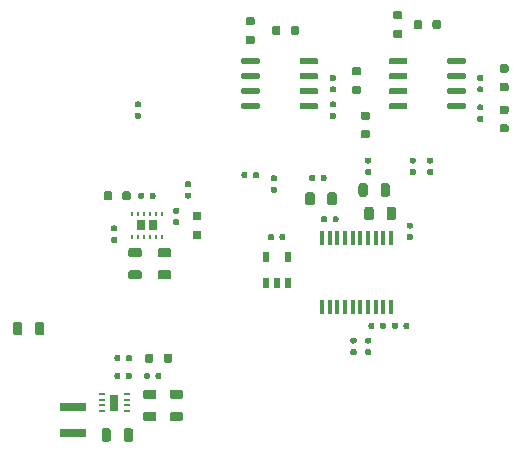
<source format=gbr>
G04 #@! TF.GenerationSoftware,KiCad,Pcbnew,(5.1.2)-2*
G04 #@! TF.CreationDate,2019-12-30T17:27:18+01:00*
G04 #@! TF.ProjectId,BalancedAudioBox,42616c61-6e63-4656-9441-7564696f426f,rev?*
G04 #@! TF.SameCoordinates,Original*
G04 #@! TF.FileFunction,Paste,Top*
G04 #@! TF.FilePolarity,Positive*
%FSLAX46Y46*%
G04 Gerber Fmt 4.6, Leading zero omitted, Abs format (unit mm)*
G04 Created by KiCad (PCBNEW (5.1.2)-2) date 2019-12-30 17:27:18*
%MOMM*%
%LPD*%
G04 APERTURE LIST*
%ADD10R,0.520000X0.848000*%
%ADD11R,0.800000X0.950000*%
%ADD12R,0.200000X0.400000*%
%ADD13C,0.100000*%
%ADD14C,0.472000*%
%ADD15R,0.560000X0.240000*%
%ADD16R,0.800000X1.360000*%
%ADD17C,0.780000*%
%ADD18R,0.360000X1.160000*%
%ADD19C,0.700000*%
%ADD20C,0.480000*%
%ADD21R,2.160000X0.800000*%
G04 APERTURE END LIST*
D10*
X167800000Y-104650000D03*
X169700000Y-104650000D03*
X169700000Y-106850000D03*
X168750000Y-106850000D03*
X167800000Y-106850000D03*
D11*
X158250000Y-102000000D03*
X157250000Y-102000000D03*
D12*
X156500000Y-101050000D03*
X157000000Y-101050000D03*
X157500000Y-101050000D03*
X158000000Y-101050000D03*
X158500000Y-101050000D03*
X159000000Y-101050000D03*
X159000000Y-102950000D03*
X158500000Y-102950000D03*
X158000000Y-102950000D03*
X157500000Y-102950000D03*
X157000000Y-102950000D03*
X156500000Y-102950000D03*
D13*
G36*
X173649566Y-92499568D02*
G01*
X173661021Y-92501267D01*
X173672254Y-92504081D01*
X173683157Y-92507982D01*
X173693625Y-92512933D01*
X173703557Y-92518887D01*
X173712858Y-92525785D01*
X173721439Y-92533561D01*
X173729215Y-92542142D01*
X173736113Y-92551443D01*
X173742067Y-92561375D01*
X173747018Y-92571843D01*
X173750919Y-92582746D01*
X173753733Y-92593979D01*
X173755432Y-92605434D01*
X173756000Y-92617000D01*
X173756000Y-92853000D01*
X173755432Y-92864566D01*
X173753733Y-92876021D01*
X173750919Y-92887254D01*
X173747018Y-92898157D01*
X173742067Y-92908625D01*
X173736113Y-92918557D01*
X173729215Y-92927858D01*
X173721439Y-92936439D01*
X173712858Y-92944215D01*
X173703557Y-92951113D01*
X173693625Y-92957067D01*
X173683157Y-92962018D01*
X173672254Y-92965919D01*
X173661021Y-92968733D01*
X173649566Y-92970432D01*
X173638000Y-92971000D01*
X173362000Y-92971000D01*
X173350434Y-92970432D01*
X173338979Y-92968733D01*
X173327746Y-92965919D01*
X173316843Y-92962018D01*
X173306375Y-92957067D01*
X173296443Y-92951113D01*
X173287142Y-92944215D01*
X173278561Y-92936439D01*
X173270785Y-92927858D01*
X173263887Y-92918557D01*
X173257933Y-92908625D01*
X173252982Y-92898157D01*
X173249081Y-92887254D01*
X173246267Y-92876021D01*
X173244568Y-92864566D01*
X173244000Y-92853000D01*
X173244000Y-92617000D01*
X173244568Y-92605434D01*
X173246267Y-92593979D01*
X173249081Y-92582746D01*
X173252982Y-92571843D01*
X173257933Y-92561375D01*
X173263887Y-92551443D01*
X173270785Y-92542142D01*
X173278561Y-92533561D01*
X173287142Y-92525785D01*
X173296443Y-92518887D01*
X173306375Y-92512933D01*
X173316843Y-92507982D01*
X173327746Y-92504081D01*
X173338979Y-92501267D01*
X173350434Y-92499568D01*
X173362000Y-92499000D01*
X173638000Y-92499000D01*
X173649566Y-92499568D01*
X173649566Y-92499568D01*
G37*
D14*
X173500000Y-92735000D03*
D13*
G36*
X173649566Y-91529568D02*
G01*
X173661021Y-91531267D01*
X173672254Y-91534081D01*
X173683157Y-91537982D01*
X173693625Y-91542933D01*
X173703557Y-91548887D01*
X173712858Y-91555785D01*
X173721439Y-91563561D01*
X173729215Y-91572142D01*
X173736113Y-91581443D01*
X173742067Y-91591375D01*
X173747018Y-91601843D01*
X173750919Y-91612746D01*
X173753733Y-91623979D01*
X173755432Y-91635434D01*
X173756000Y-91647000D01*
X173756000Y-91883000D01*
X173755432Y-91894566D01*
X173753733Y-91906021D01*
X173750919Y-91917254D01*
X173747018Y-91928157D01*
X173742067Y-91938625D01*
X173736113Y-91948557D01*
X173729215Y-91957858D01*
X173721439Y-91966439D01*
X173712858Y-91974215D01*
X173703557Y-91981113D01*
X173693625Y-91987067D01*
X173683157Y-91992018D01*
X173672254Y-91995919D01*
X173661021Y-91998733D01*
X173649566Y-92000432D01*
X173638000Y-92001000D01*
X173362000Y-92001000D01*
X173350434Y-92000432D01*
X173338979Y-91998733D01*
X173327746Y-91995919D01*
X173316843Y-91992018D01*
X173306375Y-91987067D01*
X173296443Y-91981113D01*
X173287142Y-91974215D01*
X173278561Y-91966439D01*
X173270785Y-91957858D01*
X173263887Y-91948557D01*
X173257933Y-91938625D01*
X173252982Y-91928157D01*
X173249081Y-91917254D01*
X173246267Y-91906021D01*
X173244568Y-91894566D01*
X173244000Y-91883000D01*
X173244000Y-91647000D01*
X173244568Y-91635434D01*
X173246267Y-91623979D01*
X173249081Y-91612746D01*
X173252982Y-91601843D01*
X173257933Y-91591375D01*
X173263887Y-91581443D01*
X173270785Y-91572142D01*
X173278561Y-91563561D01*
X173287142Y-91555785D01*
X173296443Y-91548887D01*
X173306375Y-91542933D01*
X173316843Y-91537982D01*
X173327746Y-91534081D01*
X173338979Y-91531267D01*
X173350434Y-91529568D01*
X173362000Y-91529000D01*
X173638000Y-91529000D01*
X173649566Y-91529568D01*
X173649566Y-91529568D01*
G37*
D14*
X173500000Y-91765000D03*
D13*
G36*
X169364566Y-102744568D02*
G01*
X169376021Y-102746267D01*
X169387254Y-102749081D01*
X169398157Y-102752982D01*
X169408625Y-102757933D01*
X169418557Y-102763887D01*
X169427858Y-102770785D01*
X169436439Y-102778561D01*
X169444215Y-102787142D01*
X169451113Y-102796443D01*
X169457067Y-102806375D01*
X169462018Y-102816843D01*
X169465919Y-102827746D01*
X169468733Y-102838979D01*
X169470432Y-102850434D01*
X169471000Y-102862000D01*
X169471000Y-103138000D01*
X169470432Y-103149566D01*
X169468733Y-103161021D01*
X169465919Y-103172254D01*
X169462018Y-103183157D01*
X169457067Y-103193625D01*
X169451113Y-103203557D01*
X169444215Y-103212858D01*
X169436439Y-103221439D01*
X169427858Y-103229215D01*
X169418557Y-103236113D01*
X169408625Y-103242067D01*
X169398157Y-103247018D01*
X169387254Y-103250919D01*
X169376021Y-103253733D01*
X169364566Y-103255432D01*
X169353000Y-103256000D01*
X169117000Y-103256000D01*
X169105434Y-103255432D01*
X169093979Y-103253733D01*
X169082746Y-103250919D01*
X169071843Y-103247018D01*
X169061375Y-103242067D01*
X169051443Y-103236113D01*
X169042142Y-103229215D01*
X169033561Y-103221439D01*
X169025785Y-103212858D01*
X169018887Y-103203557D01*
X169012933Y-103193625D01*
X169007982Y-103183157D01*
X169004081Y-103172254D01*
X169001267Y-103161021D01*
X168999568Y-103149566D01*
X168999000Y-103138000D01*
X168999000Y-102862000D01*
X168999568Y-102850434D01*
X169001267Y-102838979D01*
X169004081Y-102827746D01*
X169007982Y-102816843D01*
X169012933Y-102806375D01*
X169018887Y-102796443D01*
X169025785Y-102787142D01*
X169033561Y-102778561D01*
X169042142Y-102770785D01*
X169051443Y-102763887D01*
X169061375Y-102757933D01*
X169071843Y-102752982D01*
X169082746Y-102749081D01*
X169093979Y-102746267D01*
X169105434Y-102744568D01*
X169117000Y-102744000D01*
X169353000Y-102744000D01*
X169364566Y-102744568D01*
X169364566Y-102744568D01*
G37*
D14*
X169235000Y-103000000D03*
D13*
G36*
X168394566Y-102744568D02*
G01*
X168406021Y-102746267D01*
X168417254Y-102749081D01*
X168428157Y-102752982D01*
X168438625Y-102757933D01*
X168448557Y-102763887D01*
X168457858Y-102770785D01*
X168466439Y-102778561D01*
X168474215Y-102787142D01*
X168481113Y-102796443D01*
X168487067Y-102806375D01*
X168492018Y-102816843D01*
X168495919Y-102827746D01*
X168498733Y-102838979D01*
X168500432Y-102850434D01*
X168501000Y-102862000D01*
X168501000Y-103138000D01*
X168500432Y-103149566D01*
X168498733Y-103161021D01*
X168495919Y-103172254D01*
X168492018Y-103183157D01*
X168487067Y-103193625D01*
X168481113Y-103203557D01*
X168474215Y-103212858D01*
X168466439Y-103221439D01*
X168457858Y-103229215D01*
X168448557Y-103236113D01*
X168438625Y-103242067D01*
X168428157Y-103247018D01*
X168417254Y-103250919D01*
X168406021Y-103253733D01*
X168394566Y-103255432D01*
X168383000Y-103256000D01*
X168147000Y-103256000D01*
X168135434Y-103255432D01*
X168123979Y-103253733D01*
X168112746Y-103250919D01*
X168101843Y-103247018D01*
X168091375Y-103242067D01*
X168081443Y-103236113D01*
X168072142Y-103229215D01*
X168063561Y-103221439D01*
X168055785Y-103212858D01*
X168048887Y-103203557D01*
X168042933Y-103193625D01*
X168037982Y-103183157D01*
X168034081Y-103172254D01*
X168031267Y-103161021D01*
X168029568Y-103149566D01*
X168029000Y-103138000D01*
X168029000Y-102862000D01*
X168029568Y-102850434D01*
X168031267Y-102838979D01*
X168034081Y-102827746D01*
X168037982Y-102816843D01*
X168042933Y-102806375D01*
X168048887Y-102796443D01*
X168055785Y-102787142D01*
X168063561Y-102778561D01*
X168072142Y-102770785D01*
X168081443Y-102763887D01*
X168091375Y-102757933D01*
X168101843Y-102752982D01*
X168112746Y-102749081D01*
X168123979Y-102746267D01*
X168135434Y-102744568D01*
X168147000Y-102744000D01*
X168383000Y-102744000D01*
X168394566Y-102744568D01*
X168394566Y-102744568D01*
G37*
D14*
X168265000Y-103000000D03*
D15*
X156050000Y-117750000D03*
X156050000Y-117250000D03*
X156050000Y-116750000D03*
X156050000Y-116250000D03*
X153950000Y-116250000D03*
X153950000Y-116750000D03*
X153950000Y-117250000D03*
X153950000Y-117750000D03*
D16*
X155000000Y-117000000D03*
D13*
G36*
X148901613Y-110190939D02*
G01*
X148920543Y-110193747D01*
X148939106Y-110198397D01*
X148957123Y-110204843D01*
X148974422Y-110213025D01*
X148990836Y-110222863D01*
X149006207Y-110234263D01*
X149020386Y-110247114D01*
X149033237Y-110261293D01*
X149044637Y-110276664D01*
X149054475Y-110293078D01*
X149062657Y-110310377D01*
X149069103Y-110328394D01*
X149073753Y-110346957D01*
X149076561Y-110365887D01*
X149077500Y-110385000D01*
X149077500Y-111115000D01*
X149076561Y-111134113D01*
X149073753Y-111153043D01*
X149069103Y-111171606D01*
X149062657Y-111189623D01*
X149054475Y-111206922D01*
X149044637Y-111223336D01*
X149033237Y-111238707D01*
X149020386Y-111252886D01*
X149006207Y-111265737D01*
X148990836Y-111277137D01*
X148974422Y-111286975D01*
X148957123Y-111295157D01*
X148939106Y-111301603D01*
X148920543Y-111306253D01*
X148901613Y-111309061D01*
X148882500Y-111310000D01*
X148492500Y-111310000D01*
X148473387Y-111309061D01*
X148454457Y-111306253D01*
X148435894Y-111301603D01*
X148417877Y-111295157D01*
X148400578Y-111286975D01*
X148384164Y-111277137D01*
X148368793Y-111265737D01*
X148354614Y-111252886D01*
X148341763Y-111238707D01*
X148330363Y-111223336D01*
X148320525Y-111206922D01*
X148312343Y-111189623D01*
X148305897Y-111171606D01*
X148301247Y-111153043D01*
X148298439Y-111134113D01*
X148297500Y-111115000D01*
X148297500Y-110385000D01*
X148298439Y-110365887D01*
X148301247Y-110346957D01*
X148305897Y-110328394D01*
X148312343Y-110310377D01*
X148320525Y-110293078D01*
X148330363Y-110276664D01*
X148341763Y-110261293D01*
X148354614Y-110247114D01*
X148368793Y-110234263D01*
X148384164Y-110222863D01*
X148400578Y-110213025D01*
X148417877Y-110204843D01*
X148435894Y-110198397D01*
X148454457Y-110193747D01*
X148473387Y-110190939D01*
X148492500Y-110190000D01*
X148882500Y-110190000D01*
X148901613Y-110190939D01*
X148901613Y-110190939D01*
G37*
D17*
X148687500Y-110750000D03*
D13*
G36*
X147026613Y-110190939D02*
G01*
X147045543Y-110193747D01*
X147064106Y-110198397D01*
X147082123Y-110204843D01*
X147099422Y-110213025D01*
X147115836Y-110222863D01*
X147131207Y-110234263D01*
X147145386Y-110247114D01*
X147158237Y-110261293D01*
X147169637Y-110276664D01*
X147179475Y-110293078D01*
X147187657Y-110310377D01*
X147194103Y-110328394D01*
X147198753Y-110346957D01*
X147201561Y-110365887D01*
X147202500Y-110385000D01*
X147202500Y-111115000D01*
X147201561Y-111134113D01*
X147198753Y-111153043D01*
X147194103Y-111171606D01*
X147187657Y-111189623D01*
X147179475Y-111206922D01*
X147169637Y-111223336D01*
X147158237Y-111238707D01*
X147145386Y-111252886D01*
X147131207Y-111265737D01*
X147115836Y-111277137D01*
X147099422Y-111286975D01*
X147082123Y-111295157D01*
X147064106Y-111301603D01*
X147045543Y-111306253D01*
X147026613Y-111309061D01*
X147007500Y-111310000D01*
X146617500Y-111310000D01*
X146598387Y-111309061D01*
X146579457Y-111306253D01*
X146560894Y-111301603D01*
X146542877Y-111295157D01*
X146525578Y-111286975D01*
X146509164Y-111277137D01*
X146493793Y-111265737D01*
X146479614Y-111252886D01*
X146466763Y-111238707D01*
X146455363Y-111223336D01*
X146445525Y-111206922D01*
X146437343Y-111189623D01*
X146430897Y-111171606D01*
X146426247Y-111153043D01*
X146423439Y-111134113D01*
X146422500Y-111115000D01*
X146422500Y-110385000D01*
X146423439Y-110365887D01*
X146426247Y-110346957D01*
X146430897Y-110328394D01*
X146437343Y-110310377D01*
X146445525Y-110293078D01*
X146455363Y-110276664D01*
X146466763Y-110261293D01*
X146479614Y-110247114D01*
X146493793Y-110234263D01*
X146509164Y-110222863D01*
X146525578Y-110213025D01*
X146542877Y-110204843D01*
X146560894Y-110198397D01*
X146579457Y-110193747D01*
X146598387Y-110190939D01*
X146617500Y-110190000D01*
X147007500Y-110190000D01*
X147026613Y-110190939D01*
X147026613Y-110190939D01*
G37*
D17*
X146812500Y-110750000D03*
D13*
G36*
X157134113Y-105798439D02*
G01*
X157153043Y-105801247D01*
X157171606Y-105805897D01*
X157189623Y-105812343D01*
X157206922Y-105820525D01*
X157223336Y-105830363D01*
X157238707Y-105841763D01*
X157252886Y-105854614D01*
X157265737Y-105868793D01*
X157277137Y-105884164D01*
X157286975Y-105900578D01*
X157295157Y-105917877D01*
X157301603Y-105935894D01*
X157306253Y-105954457D01*
X157309061Y-105973387D01*
X157310000Y-105992500D01*
X157310000Y-106382500D01*
X157309061Y-106401613D01*
X157306253Y-106420543D01*
X157301603Y-106439106D01*
X157295157Y-106457123D01*
X157286975Y-106474422D01*
X157277137Y-106490836D01*
X157265737Y-106506207D01*
X157252886Y-106520386D01*
X157238707Y-106533237D01*
X157223336Y-106544637D01*
X157206922Y-106554475D01*
X157189623Y-106562657D01*
X157171606Y-106569103D01*
X157153043Y-106573753D01*
X157134113Y-106576561D01*
X157115000Y-106577500D01*
X156385000Y-106577500D01*
X156365887Y-106576561D01*
X156346957Y-106573753D01*
X156328394Y-106569103D01*
X156310377Y-106562657D01*
X156293078Y-106554475D01*
X156276664Y-106544637D01*
X156261293Y-106533237D01*
X156247114Y-106520386D01*
X156234263Y-106506207D01*
X156222863Y-106490836D01*
X156213025Y-106474422D01*
X156204843Y-106457123D01*
X156198397Y-106439106D01*
X156193747Y-106420543D01*
X156190939Y-106401613D01*
X156190000Y-106382500D01*
X156190000Y-105992500D01*
X156190939Y-105973387D01*
X156193747Y-105954457D01*
X156198397Y-105935894D01*
X156204843Y-105917877D01*
X156213025Y-105900578D01*
X156222863Y-105884164D01*
X156234263Y-105868793D01*
X156247114Y-105854614D01*
X156261293Y-105841763D01*
X156276664Y-105830363D01*
X156293078Y-105820525D01*
X156310377Y-105812343D01*
X156328394Y-105805897D01*
X156346957Y-105801247D01*
X156365887Y-105798439D01*
X156385000Y-105797500D01*
X157115000Y-105797500D01*
X157134113Y-105798439D01*
X157134113Y-105798439D01*
G37*
D17*
X156750000Y-106187500D03*
D13*
G36*
X157134113Y-103923439D02*
G01*
X157153043Y-103926247D01*
X157171606Y-103930897D01*
X157189623Y-103937343D01*
X157206922Y-103945525D01*
X157223336Y-103955363D01*
X157238707Y-103966763D01*
X157252886Y-103979614D01*
X157265737Y-103993793D01*
X157277137Y-104009164D01*
X157286975Y-104025578D01*
X157295157Y-104042877D01*
X157301603Y-104060894D01*
X157306253Y-104079457D01*
X157309061Y-104098387D01*
X157310000Y-104117500D01*
X157310000Y-104507500D01*
X157309061Y-104526613D01*
X157306253Y-104545543D01*
X157301603Y-104564106D01*
X157295157Y-104582123D01*
X157286975Y-104599422D01*
X157277137Y-104615836D01*
X157265737Y-104631207D01*
X157252886Y-104645386D01*
X157238707Y-104658237D01*
X157223336Y-104669637D01*
X157206922Y-104679475D01*
X157189623Y-104687657D01*
X157171606Y-104694103D01*
X157153043Y-104698753D01*
X157134113Y-104701561D01*
X157115000Y-104702500D01*
X156385000Y-104702500D01*
X156365887Y-104701561D01*
X156346957Y-104698753D01*
X156328394Y-104694103D01*
X156310377Y-104687657D01*
X156293078Y-104679475D01*
X156276664Y-104669637D01*
X156261293Y-104658237D01*
X156247114Y-104645386D01*
X156234263Y-104631207D01*
X156222863Y-104615836D01*
X156213025Y-104599422D01*
X156204843Y-104582123D01*
X156198397Y-104564106D01*
X156193747Y-104545543D01*
X156190939Y-104526613D01*
X156190000Y-104507500D01*
X156190000Y-104117500D01*
X156190939Y-104098387D01*
X156193747Y-104079457D01*
X156198397Y-104060894D01*
X156204843Y-104042877D01*
X156213025Y-104025578D01*
X156222863Y-104009164D01*
X156234263Y-103993793D01*
X156247114Y-103979614D01*
X156261293Y-103966763D01*
X156276664Y-103955363D01*
X156293078Y-103945525D01*
X156310377Y-103937343D01*
X156328394Y-103930897D01*
X156346957Y-103926247D01*
X156365887Y-103923439D01*
X156385000Y-103922500D01*
X157115000Y-103922500D01*
X157134113Y-103923439D01*
X157134113Y-103923439D01*
G37*
D17*
X156750000Y-104312500D03*
D13*
G36*
X175399566Y-111529568D02*
G01*
X175411021Y-111531267D01*
X175422254Y-111534081D01*
X175433157Y-111537982D01*
X175443625Y-111542933D01*
X175453557Y-111548887D01*
X175462858Y-111555785D01*
X175471439Y-111563561D01*
X175479215Y-111572142D01*
X175486113Y-111581443D01*
X175492067Y-111591375D01*
X175497018Y-111601843D01*
X175500919Y-111612746D01*
X175503733Y-111623979D01*
X175505432Y-111635434D01*
X175506000Y-111647000D01*
X175506000Y-111883000D01*
X175505432Y-111894566D01*
X175503733Y-111906021D01*
X175500919Y-111917254D01*
X175497018Y-111928157D01*
X175492067Y-111938625D01*
X175486113Y-111948557D01*
X175479215Y-111957858D01*
X175471439Y-111966439D01*
X175462858Y-111974215D01*
X175453557Y-111981113D01*
X175443625Y-111987067D01*
X175433157Y-111992018D01*
X175422254Y-111995919D01*
X175411021Y-111998733D01*
X175399566Y-112000432D01*
X175388000Y-112001000D01*
X175112000Y-112001000D01*
X175100434Y-112000432D01*
X175088979Y-111998733D01*
X175077746Y-111995919D01*
X175066843Y-111992018D01*
X175056375Y-111987067D01*
X175046443Y-111981113D01*
X175037142Y-111974215D01*
X175028561Y-111966439D01*
X175020785Y-111957858D01*
X175013887Y-111948557D01*
X175007933Y-111938625D01*
X175002982Y-111928157D01*
X174999081Y-111917254D01*
X174996267Y-111906021D01*
X174994568Y-111894566D01*
X174994000Y-111883000D01*
X174994000Y-111647000D01*
X174994568Y-111635434D01*
X174996267Y-111623979D01*
X174999081Y-111612746D01*
X175002982Y-111601843D01*
X175007933Y-111591375D01*
X175013887Y-111581443D01*
X175020785Y-111572142D01*
X175028561Y-111563561D01*
X175037142Y-111555785D01*
X175046443Y-111548887D01*
X175056375Y-111542933D01*
X175066843Y-111537982D01*
X175077746Y-111534081D01*
X175088979Y-111531267D01*
X175100434Y-111529568D01*
X175112000Y-111529000D01*
X175388000Y-111529000D01*
X175399566Y-111529568D01*
X175399566Y-111529568D01*
G37*
D14*
X175250000Y-111765000D03*
D13*
G36*
X175399566Y-112499568D02*
G01*
X175411021Y-112501267D01*
X175422254Y-112504081D01*
X175433157Y-112507982D01*
X175443625Y-112512933D01*
X175453557Y-112518887D01*
X175462858Y-112525785D01*
X175471439Y-112533561D01*
X175479215Y-112542142D01*
X175486113Y-112551443D01*
X175492067Y-112561375D01*
X175497018Y-112571843D01*
X175500919Y-112582746D01*
X175503733Y-112593979D01*
X175505432Y-112605434D01*
X175506000Y-112617000D01*
X175506000Y-112853000D01*
X175505432Y-112864566D01*
X175503733Y-112876021D01*
X175500919Y-112887254D01*
X175497018Y-112898157D01*
X175492067Y-112908625D01*
X175486113Y-112918557D01*
X175479215Y-112927858D01*
X175471439Y-112936439D01*
X175462858Y-112944215D01*
X175453557Y-112951113D01*
X175443625Y-112957067D01*
X175433157Y-112962018D01*
X175422254Y-112965919D01*
X175411021Y-112968733D01*
X175399566Y-112970432D01*
X175388000Y-112971000D01*
X175112000Y-112971000D01*
X175100434Y-112970432D01*
X175088979Y-112968733D01*
X175077746Y-112965919D01*
X175066843Y-112962018D01*
X175056375Y-112957067D01*
X175046443Y-112951113D01*
X175037142Y-112944215D01*
X175028561Y-112936439D01*
X175020785Y-112927858D01*
X175013887Y-112918557D01*
X175007933Y-112908625D01*
X175002982Y-112898157D01*
X174999081Y-112887254D01*
X174996267Y-112876021D01*
X174994568Y-112864566D01*
X174994000Y-112853000D01*
X174994000Y-112617000D01*
X174994568Y-112605434D01*
X174996267Y-112593979D01*
X174999081Y-112582746D01*
X175002982Y-112571843D01*
X175007933Y-112561375D01*
X175013887Y-112551443D01*
X175020785Y-112542142D01*
X175028561Y-112533561D01*
X175037142Y-112525785D01*
X175046443Y-112518887D01*
X175056375Y-112512933D01*
X175066843Y-112507982D01*
X175077746Y-112504081D01*
X175088979Y-112501267D01*
X175100434Y-112499568D01*
X175112000Y-112499000D01*
X175388000Y-112499000D01*
X175399566Y-112499568D01*
X175399566Y-112499568D01*
G37*
D14*
X175250000Y-112735000D03*
D13*
G36*
X177864566Y-110244568D02*
G01*
X177876021Y-110246267D01*
X177887254Y-110249081D01*
X177898157Y-110252982D01*
X177908625Y-110257933D01*
X177918557Y-110263887D01*
X177927858Y-110270785D01*
X177936439Y-110278561D01*
X177944215Y-110287142D01*
X177951113Y-110296443D01*
X177957067Y-110306375D01*
X177962018Y-110316843D01*
X177965919Y-110327746D01*
X177968733Y-110338979D01*
X177970432Y-110350434D01*
X177971000Y-110362000D01*
X177971000Y-110638000D01*
X177970432Y-110649566D01*
X177968733Y-110661021D01*
X177965919Y-110672254D01*
X177962018Y-110683157D01*
X177957067Y-110693625D01*
X177951113Y-110703557D01*
X177944215Y-110712858D01*
X177936439Y-110721439D01*
X177927858Y-110729215D01*
X177918557Y-110736113D01*
X177908625Y-110742067D01*
X177898157Y-110747018D01*
X177887254Y-110750919D01*
X177876021Y-110753733D01*
X177864566Y-110755432D01*
X177853000Y-110756000D01*
X177617000Y-110756000D01*
X177605434Y-110755432D01*
X177593979Y-110753733D01*
X177582746Y-110750919D01*
X177571843Y-110747018D01*
X177561375Y-110742067D01*
X177551443Y-110736113D01*
X177542142Y-110729215D01*
X177533561Y-110721439D01*
X177525785Y-110712858D01*
X177518887Y-110703557D01*
X177512933Y-110693625D01*
X177507982Y-110683157D01*
X177504081Y-110672254D01*
X177501267Y-110661021D01*
X177499568Y-110649566D01*
X177499000Y-110638000D01*
X177499000Y-110362000D01*
X177499568Y-110350434D01*
X177501267Y-110338979D01*
X177504081Y-110327746D01*
X177507982Y-110316843D01*
X177512933Y-110306375D01*
X177518887Y-110296443D01*
X177525785Y-110287142D01*
X177533561Y-110278561D01*
X177542142Y-110270785D01*
X177551443Y-110263887D01*
X177561375Y-110257933D01*
X177571843Y-110252982D01*
X177582746Y-110249081D01*
X177593979Y-110246267D01*
X177605434Y-110244568D01*
X177617000Y-110244000D01*
X177853000Y-110244000D01*
X177864566Y-110244568D01*
X177864566Y-110244568D01*
G37*
D14*
X177735000Y-110500000D03*
D13*
G36*
X176894566Y-110244568D02*
G01*
X176906021Y-110246267D01*
X176917254Y-110249081D01*
X176928157Y-110252982D01*
X176938625Y-110257933D01*
X176948557Y-110263887D01*
X176957858Y-110270785D01*
X176966439Y-110278561D01*
X176974215Y-110287142D01*
X176981113Y-110296443D01*
X176987067Y-110306375D01*
X176992018Y-110316843D01*
X176995919Y-110327746D01*
X176998733Y-110338979D01*
X177000432Y-110350434D01*
X177001000Y-110362000D01*
X177001000Y-110638000D01*
X177000432Y-110649566D01*
X176998733Y-110661021D01*
X176995919Y-110672254D01*
X176992018Y-110683157D01*
X176987067Y-110693625D01*
X176981113Y-110703557D01*
X176974215Y-110712858D01*
X176966439Y-110721439D01*
X176957858Y-110729215D01*
X176948557Y-110736113D01*
X176938625Y-110742067D01*
X176928157Y-110747018D01*
X176917254Y-110750919D01*
X176906021Y-110753733D01*
X176894566Y-110755432D01*
X176883000Y-110756000D01*
X176647000Y-110756000D01*
X176635434Y-110755432D01*
X176623979Y-110753733D01*
X176612746Y-110750919D01*
X176601843Y-110747018D01*
X176591375Y-110742067D01*
X176581443Y-110736113D01*
X176572142Y-110729215D01*
X176563561Y-110721439D01*
X176555785Y-110712858D01*
X176548887Y-110703557D01*
X176542933Y-110693625D01*
X176537982Y-110683157D01*
X176534081Y-110672254D01*
X176531267Y-110661021D01*
X176529568Y-110649566D01*
X176529000Y-110638000D01*
X176529000Y-110362000D01*
X176529568Y-110350434D01*
X176531267Y-110338979D01*
X176534081Y-110327746D01*
X176537982Y-110316843D01*
X176542933Y-110306375D01*
X176548887Y-110296443D01*
X176555785Y-110287142D01*
X176563561Y-110278561D01*
X176572142Y-110270785D01*
X176581443Y-110263887D01*
X176591375Y-110257933D01*
X176601843Y-110252982D01*
X176612746Y-110249081D01*
X176623979Y-110246267D01*
X176635434Y-110244568D01*
X176647000Y-110244000D01*
X176883000Y-110244000D01*
X176894566Y-110244568D01*
X176894566Y-110244568D01*
G37*
D14*
X176765000Y-110500000D03*
D13*
G36*
X178151613Y-98440939D02*
G01*
X178170543Y-98443747D01*
X178189106Y-98448397D01*
X178207123Y-98454843D01*
X178224422Y-98463025D01*
X178240836Y-98472863D01*
X178256207Y-98484263D01*
X178270386Y-98497114D01*
X178283237Y-98511293D01*
X178294637Y-98526664D01*
X178304475Y-98543078D01*
X178312657Y-98560377D01*
X178319103Y-98578394D01*
X178323753Y-98596957D01*
X178326561Y-98615887D01*
X178327500Y-98635000D01*
X178327500Y-99365000D01*
X178326561Y-99384113D01*
X178323753Y-99403043D01*
X178319103Y-99421606D01*
X178312657Y-99439623D01*
X178304475Y-99456922D01*
X178294637Y-99473336D01*
X178283237Y-99488707D01*
X178270386Y-99502886D01*
X178256207Y-99515737D01*
X178240836Y-99527137D01*
X178224422Y-99536975D01*
X178207123Y-99545157D01*
X178189106Y-99551603D01*
X178170543Y-99556253D01*
X178151613Y-99559061D01*
X178132500Y-99560000D01*
X177742500Y-99560000D01*
X177723387Y-99559061D01*
X177704457Y-99556253D01*
X177685894Y-99551603D01*
X177667877Y-99545157D01*
X177650578Y-99536975D01*
X177634164Y-99527137D01*
X177618793Y-99515737D01*
X177604614Y-99502886D01*
X177591763Y-99488707D01*
X177580363Y-99473336D01*
X177570525Y-99456922D01*
X177562343Y-99439623D01*
X177555897Y-99421606D01*
X177551247Y-99403043D01*
X177548439Y-99384113D01*
X177547500Y-99365000D01*
X177547500Y-98635000D01*
X177548439Y-98615887D01*
X177551247Y-98596957D01*
X177555897Y-98578394D01*
X177562343Y-98560377D01*
X177570525Y-98543078D01*
X177580363Y-98526664D01*
X177591763Y-98511293D01*
X177604614Y-98497114D01*
X177618793Y-98484263D01*
X177634164Y-98472863D01*
X177650578Y-98463025D01*
X177667877Y-98454843D01*
X177685894Y-98448397D01*
X177704457Y-98443747D01*
X177723387Y-98440939D01*
X177742500Y-98440000D01*
X178132500Y-98440000D01*
X178151613Y-98440939D01*
X178151613Y-98440939D01*
G37*
D17*
X177937500Y-99000000D03*
D13*
G36*
X176276613Y-98440939D02*
G01*
X176295543Y-98443747D01*
X176314106Y-98448397D01*
X176332123Y-98454843D01*
X176349422Y-98463025D01*
X176365836Y-98472863D01*
X176381207Y-98484263D01*
X176395386Y-98497114D01*
X176408237Y-98511293D01*
X176419637Y-98526664D01*
X176429475Y-98543078D01*
X176437657Y-98560377D01*
X176444103Y-98578394D01*
X176448753Y-98596957D01*
X176451561Y-98615887D01*
X176452500Y-98635000D01*
X176452500Y-99365000D01*
X176451561Y-99384113D01*
X176448753Y-99403043D01*
X176444103Y-99421606D01*
X176437657Y-99439623D01*
X176429475Y-99456922D01*
X176419637Y-99473336D01*
X176408237Y-99488707D01*
X176395386Y-99502886D01*
X176381207Y-99515737D01*
X176365836Y-99527137D01*
X176349422Y-99536975D01*
X176332123Y-99545157D01*
X176314106Y-99551603D01*
X176295543Y-99556253D01*
X176276613Y-99559061D01*
X176257500Y-99560000D01*
X175867500Y-99560000D01*
X175848387Y-99559061D01*
X175829457Y-99556253D01*
X175810894Y-99551603D01*
X175792877Y-99545157D01*
X175775578Y-99536975D01*
X175759164Y-99527137D01*
X175743793Y-99515737D01*
X175729614Y-99502886D01*
X175716763Y-99488707D01*
X175705363Y-99473336D01*
X175695525Y-99456922D01*
X175687343Y-99439623D01*
X175680897Y-99421606D01*
X175676247Y-99403043D01*
X175673439Y-99384113D01*
X175672500Y-99365000D01*
X175672500Y-98635000D01*
X175673439Y-98615887D01*
X175676247Y-98596957D01*
X175680897Y-98578394D01*
X175687343Y-98560377D01*
X175695525Y-98543078D01*
X175705363Y-98526664D01*
X175716763Y-98511293D01*
X175729614Y-98497114D01*
X175743793Y-98484263D01*
X175759164Y-98472863D01*
X175775578Y-98463025D01*
X175792877Y-98454843D01*
X175810894Y-98448397D01*
X175829457Y-98443747D01*
X175848387Y-98440939D01*
X175867500Y-98440000D01*
X176257500Y-98440000D01*
X176276613Y-98440939D01*
X176276613Y-98440939D01*
G37*
D17*
X176062500Y-99000000D03*
D18*
X178425000Y-108950000D03*
X177775000Y-108950000D03*
X177125000Y-108950000D03*
X176475000Y-108950000D03*
X175825000Y-108950000D03*
X175175000Y-108950000D03*
X174525000Y-108950000D03*
X173875000Y-108950000D03*
X173225000Y-108950000D03*
X172575000Y-108950000D03*
X172575000Y-103050000D03*
X173225000Y-103050000D03*
X173875000Y-103050000D03*
X174525000Y-103050000D03*
X175175000Y-103050000D03*
X175825000Y-103050000D03*
X176475000Y-103050000D03*
X177125000Y-103050000D03*
X177775000Y-103050000D03*
X178425000Y-103050000D03*
D13*
G36*
X176776613Y-100440939D02*
G01*
X176795543Y-100443747D01*
X176814106Y-100448397D01*
X176832123Y-100454843D01*
X176849422Y-100463025D01*
X176865836Y-100472863D01*
X176881207Y-100484263D01*
X176895386Y-100497114D01*
X176908237Y-100511293D01*
X176919637Y-100526664D01*
X176929475Y-100543078D01*
X176937657Y-100560377D01*
X176944103Y-100578394D01*
X176948753Y-100596957D01*
X176951561Y-100615887D01*
X176952500Y-100635000D01*
X176952500Y-101365000D01*
X176951561Y-101384113D01*
X176948753Y-101403043D01*
X176944103Y-101421606D01*
X176937657Y-101439623D01*
X176929475Y-101456922D01*
X176919637Y-101473336D01*
X176908237Y-101488707D01*
X176895386Y-101502886D01*
X176881207Y-101515737D01*
X176865836Y-101527137D01*
X176849422Y-101536975D01*
X176832123Y-101545157D01*
X176814106Y-101551603D01*
X176795543Y-101556253D01*
X176776613Y-101559061D01*
X176757500Y-101560000D01*
X176367500Y-101560000D01*
X176348387Y-101559061D01*
X176329457Y-101556253D01*
X176310894Y-101551603D01*
X176292877Y-101545157D01*
X176275578Y-101536975D01*
X176259164Y-101527137D01*
X176243793Y-101515737D01*
X176229614Y-101502886D01*
X176216763Y-101488707D01*
X176205363Y-101473336D01*
X176195525Y-101456922D01*
X176187343Y-101439623D01*
X176180897Y-101421606D01*
X176176247Y-101403043D01*
X176173439Y-101384113D01*
X176172500Y-101365000D01*
X176172500Y-100635000D01*
X176173439Y-100615887D01*
X176176247Y-100596957D01*
X176180897Y-100578394D01*
X176187343Y-100560377D01*
X176195525Y-100543078D01*
X176205363Y-100526664D01*
X176216763Y-100511293D01*
X176229614Y-100497114D01*
X176243793Y-100484263D01*
X176259164Y-100472863D01*
X176275578Y-100463025D01*
X176292877Y-100454843D01*
X176310894Y-100448397D01*
X176329457Y-100443747D01*
X176348387Y-100440939D01*
X176367500Y-100440000D01*
X176757500Y-100440000D01*
X176776613Y-100440939D01*
X176776613Y-100440939D01*
G37*
D17*
X176562500Y-101000000D03*
D13*
G36*
X178651613Y-100440939D02*
G01*
X178670543Y-100443747D01*
X178689106Y-100448397D01*
X178707123Y-100454843D01*
X178724422Y-100463025D01*
X178740836Y-100472863D01*
X178756207Y-100484263D01*
X178770386Y-100497114D01*
X178783237Y-100511293D01*
X178794637Y-100526664D01*
X178804475Y-100543078D01*
X178812657Y-100560377D01*
X178819103Y-100578394D01*
X178823753Y-100596957D01*
X178826561Y-100615887D01*
X178827500Y-100635000D01*
X178827500Y-101365000D01*
X178826561Y-101384113D01*
X178823753Y-101403043D01*
X178819103Y-101421606D01*
X178812657Y-101439623D01*
X178804475Y-101456922D01*
X178794637Y-101473336D01*
X178783237Y-101488707D01*
X178770386Y-101502886D01*
X178756207Y-101515737D01*
X178740836Y-101527137D01*
X178724422Y-101536975D01*
X178707123Y-101545157D01*
X178689106Y-101551603D01*
X178670543Y-101556253D01*
X178651613Y-101559061D01*
X178632500Y-101560000D01*
X178242500Y-101560000D01*
X178223387Y-101559061D01*
X178204457Y-101556253D01*
X178185894Y-101551603D01*
X178167877Y-101545157D01*
X178150578Y-101536975D01*
X178134164Y-101527137D01*
X178118793Y-101515737D01*
X178104614Y-101502886D01*
X178091763Y-101488707D01*
X178080363Y-101473336D01*
X178070525Y-101456922D01*
X178062343Y-101439623D01*
X178055897Y-101421606D01*
X178051247Y-101403043D01*
X178048439Y-101384113D01*
X178047500Y-101365000D01*
X178047500Y-100635000D01*
X178048439Y-100615887D01*
X178051247Y-100596957D01*
X178055897Y-100578394D01*
X178062343Y-100560377D01*
X178070525Y-100543078D01*
X178080363Y-100526664D01*
X178091763Y-100511293D01*
X178104614Y-100497114D01*
X178118793Y-100484263D01*
X178134164Y-100472863D01*
X178150578Y-100463025D01*
X178167877Y-100454843D01*
X178185894Y-100448397D01*
X178204457Y-100443747D01*
X178223387Y-100440939D01*
X178242500Y-100440000D01*
X178632500Y-100440000D01*
X178651613Y-100440939D01*
X178651613Y-100440939D01*
G37*
D17*
X178437500Y-101000000D03*
D13*
G36*
X156401613Y-119190939D02*
G01*
X156420543Y-119193747D01*
X156439106Y-119198397D01*
X156457123Y-119204843D01*
X156474422Y-119213025D01*
X156490836Y-119222863D01*
X156506207Y-119234263D01*
X156520386Y-119247114D01*
X156533237Y-119261293D01*
X156544637Y-119276664D01*
X156554475Y-119293078D01*
X156562657Y-119310377D01*
X156569103Y-119328394D01*
X156573753Y-119346957D01*
X156576561Y-119365887D01*
X156577500Y-119385000D01*
X156577500Y-120115000D01*
X156576561Y-120134113D01*
X156573753Y-120153043D01*
X156569103Y-120171606D01*
X156562657Y-120189623D01*
X156554475Y-120206922D01*
X156544637Y-120223336D01*
X156533237Y-120238707D01*
X156520386Y-120252886D01*
X156506207Y-120265737D01*
X156490836Y-120277137D01*
X156474422Y-120286975D01*
X156457123Y-120295157D01*
X156439106Y-120301603D01*
X156420543Y-120306253D01*
X156401613Y-120309061D01*
X156382500Y-120310000D01*
X155992500Y-120310000D01*
X155973387Y-120309061D01*
X155954457Y-120306253D01*
X155935894Y-120301603D01*
X155917877Y-120295157D01*
X155900578Y-120286975D01*
X155884164Y-120277137D01*
X155868793Y-120265737D01*
X155854614Y-120252886D01*
X155841763Y-120238707D01*
X155830363Y-120223336D01*
X155820525Y-120206922D01*
X155812343Y-120189623D01*
X155805897Y-120171606D01*
X155801247Y-120153043D01*
X155798439Y-120134113D01*
X155797500Y-120115000D01*
X155797500Y-119385000D01*
X155798439Y-119365887D01*
X155801247Y-119346957D01*
X155805897Y-119328394D01*
X155812343Y-119310377D01*
X155820525Y-119293078D01*
X155830363Y-119276664D01*
X155841763Y-119261293D01*
X155854614Y-119247114D01*
X155868793Y-119234263D01*
X155884164Y-119222863D01*
X155900578Y-119213025D01*
X155917877Y-119204843D01*
X155935894Y-119198397D01*
X155954457Y-119193747D01*
X155973387Y-119190939D01*
X155992500Y-119190000D01*
X156382500Y-119190000D01*
X156401613Y-119190939D01*
X156401613Y-119190939D01*
G37*
D17*
X156187500Y-119750000D03*
D13*
G36*
X154526613Y-119190939D02*
G01*
X154545543Y-119193747D01*
X154564106Y-119198397D01*
X154582123Y-119204843D01*
X154599422Y-119213025D01*
X154615836Y-119222863D01*
X154631207Y-119234263D01*
X154645386Y-119247114D01*
X154658237Y-119261293D01*
X154669637Y-119276664D01*
X154679475Y-119293078D01*
X154687657Y-119310377D01*
X154694103Y-119328394D01*
X154698753Y-119346957D01*
X154701561Y-119365887D01*
X154702500Y-119385000D01*
X154702500Y-120115000D01*
X154701561Y-120134113D01*
X154698753Y-120153043D01*
X154694103Y-120171606D01*
X154687657Y-120189623D01*
X154679475Y-120206922D01*
X154669637Y-120223336D01*
X154658237Y-120238707D01*
X154645386Y-120252886D01*
X154631207Y-120265737D01*
X154615836Y-120277137D01*
X154599422Y-120286975D01*
X154582123Y-120295157D01*
X154564106Y-120301603D01*
X154545543Y-120306253D01*
X154526613Y-120309061D01*
X154507500Y-120310000D01*
X154117500Y-120310000D01*
X154098387Y-120309061D01*
X154079457Y-120306253D01*
X154060894Y-120301603D01*
X154042877Y-120295157D01*
X154025578Y-120286975D01*
X154009164Y-120277137D01*
X153993793Y-120265737D01*
X153979614Y-120252886D01*
X153966763Y-120238707D01*
X153955363Y-120223336D01*
X153945525Y-120206922D01*
X153937343Y-120189623D01*
X153930897Y-120171606D01*
X153926247Y-120153043D01*
X153923439Y-120134113D01*
X153922500Y-120115000D01*
X153922500Y-119385000D01*
X153923439Y-119365887D01*
X153926247Y-119346957D01*
X153930897Y-119328394D01*
X153937343Y-119310377D01*
X153945525Y-119293078D01*
X153955363Y-119276664D01*
X153966763Y-119261293D01*
X153979614Y-119247114D01*
X153993793Y-119234263D01*
X154009164Y-119222863D01*
X154025578Y-119213025D01*
X154042877Y-119204843D01*
X154060894Y-119198397D01*
X154079457Y-119193747D01*
X154098387Y-119190939D01*
X154117500Y-119190000D01*
X154507500Y-119190000D01*
X154526613Y-119190939D01*
X154526613Y-119190939D01*
G37*
D17*
X154312500Y-119750000D03*
D13*
G36*
X158154653Y-112870843D02*
G01*
X158171641Y-112873363D01*
X158188300Y-112877535D01*
X158204470Y-112883321D01*
X158219994Y-112890664D01*
X158234725Y-112899493D01*
X158248519Y-112909723D01*
X158261244Y-112921256D01*
X158272777Y-112933981D01*
X158283007Y-112947775D01*
X158291836Y-112962506D01*
X158299179Y-112978030D01*
X158304965Y-112994200D01*
X158309137Y-113010859D01*
X158311657Y-113027847D01*
X158312500Y-113045000D01*
X158312500Y-113455000D01*
X158311657Y-113472153D01*
X158309137Y-113489141D01*
X158304965Y-113505800D01*
X158299179Y-113521970D01*
X158291836Y-113537494D01*
X158283007Y-113552225D01*
X158272777Y-113566019D01*
X158261244Y-113578744D01*
X158248519Y-113590277D01*
X158234725Y-113600507D01*
X158219994Y-113609336D01*
X158204470Y-113616679D01*
X158188300Y-113622465D01*
X158171641Y-113626637D01*
X158154653Y-113629157D01*
X158137500Y-113630000D01*
X157787500Y-113630000D01*
X157770347Y-113629157D01*
X157753359Y-113626637D01*
X157736700Y-113622465D01*
X157720530Y-113616679D01*
X157705006Y-113609336D01*
X157690275Y-113600507D01*
X157676481Y-113590277D01*
X157663756Y-113578744D01*
X157652223Y-113566019D01*
X157641993Y-113552225D01*
X157633164Y-113537494D01*
X157625821Y-113521970D01*
X157620035Y-113505800D01*
X157615863Y-113489141D01*
X157613343Y-113472153D01*
X157612500Y-113455000D01*
X157612500Y-113045000D01*
X157613343Y-113027847D01*
X157615863Y-113010859D01*
X157620035Y-112994200D01*
X157625821Y-112978030D01*
X157633164Y-112962506D01*
X157641993Y-112947775D01*
X157652223Y-112933981D01*
X157663756Y-112921256D01*
X157676481Y-112909723D01*
X157690275Y-112899493D01*
X157705006Y-112890664D01*
X157720530Y-112883321D01*
X157736700Y-112877535D01*
X157753359Y-112873363D01*
X157770347Y-112870843D01*
X157787500Y-112870000D01*
X158137500Y-112870000D01*
X158154653Y-112870843D01*
X158154653Y-112870843D01*
G37*
D19*
X157962500Y-113250000D03*
D13*
G36*
X159729653Y-112870843D02*
G01*
X159746641Y-112873363D01*
X159763300Y-112877535D01*
X159779470Y-112883321D01*
X159794994Y-112890664D01*
X159809725Y-112899493D01*
X159823519Y-112909723D01*
X159836244Y-112921256D01*
X159847777Y-112933981D01*
X159858007Y-112947775D01*
X159866836Y-112962506D01*
X159874179Y-112978030D01*
X159879965Y-112994200D01*
X159884137Y-113010859D01*
X159886657Y-113027847D01*
X159887500Y-113045000D01*
X159887500Y-113455000D01*
X159886657Y-113472153D01*
X159884137Y-113489141D01*
X159879965Y-113505800D01*
X159874179Y-113521970D01*
X159866836Y-113537494D01*
X159858007Y-113552225D01*
X159847777Y-113566019D01*
X159836244Y-113578744D01*
X159823519Y-113590277D01*
X159809725Y-113600507D01*
X159794994Y-113609336D01*
X159779470Y-113616679D01*
X159763300Y-113622465D01*
X159746641Y-113626637D01*
X159729653Y-113629157D01*
X159712500Y-113630000D01*
X159362500Y-113630000D01*
X159345347Y-113629157D01*
X159328359Y-113626637D01*
X159311700Y-113622465D01*
X159295530Y-113616679D01*
X159280006Y-113609336D01*
X159265275Y-113600507D01*
X159251481Y-113590277D01*
X159238756Y-113578744D01*
X159227223Y-113566019D01*
X159216993Y-113552225D01*
X159208164Y-113537494D01*
X159200821Y-113521970D01*
X159195035Y-113505800D01*
X159190863Y-113489141D01*
X159188343Y-113472153D01*
X159187500Y-113455000D01*
X159187500Y-113045000D01*
X159188343Y-113027847D01*
X159190863Y-113010859D01*
X159195035Y-112994200D01*
X159200821Y-112978030D01*
X159208164Y-112962506D01*
X159216993Y-112947775D01*
X159227223Y-112933981D01*
X159238756Y-112921256D01*
X159251481Y-112909723D01*
X159265275Y-112899493D01*
X159280006Y-112890664D01*
X159295530Y-112883321D01*
X159311700Y-112877535D01*
X159328359Y-112873363D01*
X159345347Y-112870843D01*
X159362500Y-112870000D01*
X159712500Y-112870000D01*
X159729653Y-112870843D01*
X159729653Y-112870843D01*
G37*
D19*
X159537500Y-113250000D03*
D13*
G36*
X158384113Y-117798439D02*
G01*
X158403043Y-117801247D01*
X158421606Y-117805897D01*
X158439623Y-117812343D01*
X158456922Y-117820525D01*
X158473336Y-117830363D01*
X158488707Y-117841763D01*
X158502886Y-117854614D01*
X158515737Y-117868793D01*
X158527137Y-117884164D01*
X158536975Y-117900578D01*
X158545157Y-117917877D01*
X158551603Y-117935894D01*
X158556253Y-117954457D01*
X158559061Y-117973387D01*
X158560000Y-117992500D01*
X158560000Y-118382500D01*
X158559061Y-118401613D01*
X158556253Y-118420543D01*
X158551603Y-118439106D01*
X158545157Y-118457123D01*
X158536975Y-118474422D01*
X158527137Y-118490836D01*
X158515737Y-118506207D01*
X158502886Y-118520386D01*
X158488707Y-118533237D01*
X158473336Y-118544637D01*
X158456922Y-118554475D01*
X158439623Y-118562657D01*
X158421606Y-118569103D01*
X158403043Y-118573753D01*
X158384113Y-118576561D01*
X158365000Y-118577500D01*
X157635000Y-118577500D01*
X157615887Y-118576561D01*
X157596957Y-118573753D01*
X157578394Y-118569103D01*
X157560377Y-118562657D01*
X157543078Y-118554475D01*
X157526664Y-118544637D01*
X157511293Y-118533237D01*
X157497114Y-118520386D01*
X157484263Y-118506207D01*
X157472863Y-118490836D01*
X157463025Y-118474422D01*
X157454843Y-118457123D01*
X157448397Y-118439106D01*
X157443747Y-118420543D01*
X157440939Y-118401613D01*
X157440000Y-118382500D01*
X157440000Y-117992500D01*
X157440939Y-117973387D01*
X157443747Y-117954457D01*
X157448397Y-117935894D01*
X157454843Y-117917877D01*
X157463025Y-117900578D01*
X157472863Y-117884164D01*
X157484263Y-117868793D01*
X157497114Y-117854614D01*
X157511293Y-117841763D01*
X157526664Y-117830363D01*
X157543078Y-117820525D01*
X157560377Y-117812343D01*
X157578394Y-117805897D01*
X157596957Y-117801247D01*
X157615887Y-117798439D01*
X157635000Y-117797500D01*
X158365000Y-117797500D01*
X158384113Y-117798439D01*
X158384113Y-117798439D01*
G37*
D17*
X158000000Y-118187500D03*
D13*
G36*
X158384113Y-115923439D02*
G01*
X158403043Y-115926247D01*
X158421606Y-115930897D01*
X158439623Y-115937343D01*
X158456922Y-115945525D01*
X158473336Y-115955363D01*
X158488707Y-115966763D01*
X158502886Y-115979614D01*
X158515737Y-115993793D01*
X158527137Y-116009164D01*
X158536975Y-116025578D01*
X158545157Y-116042877D01*
X158551603Y-116060894D01*
X158556253Y-116079457D01*
X158559061Y-116098387D01*
X158560000Y-116117500D01*
X158560000Y-116507500D01*
X158559061Y-116526613D01*
X158556253Y-116545543D01*
X158551603Y-116564106D01*
X158545157Y-116582123D01*
X158536975Y-116599422D01*
X158527137Y-116615836D01*
X158515737Y-116631207D01*
X158502886Y-116645386D01*
X158488707Y-116658237D01*
X158473336Y-116669637D01*
X158456922Y-116679475D01*
X158439623Y-116687657D01*
X158421606Y-116694103D01*
X158403043Y-116698753D01*
X158384113Y-116701561D01*
X158365000Y-116702500D01*
X157635000Y-116702500D01*
X157615887Y-116701561D01*
X157596957Y-116698753D01*
X157578394Y-116694103D01*
X157560377Y-116687657D01*
X157543078Y-116679475D01*
X157526664Y-116669637D01*
X157511293Y-116658237D01*
X157497114Y-116645386D01*
X157484263Y-116631207D01*
X157472863Y-116615836D01*
X157463025Y-116599422D01*
X157454843Y-116582123D01*
X157448397Y-116564106D01*
X157443747Y-116545543D01*
X157440939Y-116526613D01*
X157440000Y-116507500D01*
X157440000Y-116117500D01*
X157440939Y-116098387D01*
X157443747Y-116079457D01*
X157448397Y-116060894D01*
X157454843Y-116042877D01*
X157463025Y-116025578D01*
X157472863Y-116009164D01*
X157484263Y-115993793D01*
X157497114Y-115979614D01*
X157511293Y-115966763D01*
X157526664Y-115955363D01*
X157543078Y-115945525D01*
X157560377Y-115937343D01*
X157578394Y-115930897D01*
X157596957Y-115926247D01*
X157615887Y-115923439D01*
X157635000Y-115922500D01*
X158365000Y-115922500D01*
X158384113Y-115923439D01*
X158384113Y-115923439D01*
G37*
D17*
X158000000Y-116312500D03*
D13*
G36*
X160634113Y-117798439D02*
G01*
X160653043Y-117801247D01*
X160671606Y-117805897D01*
X160689623Y-117812343D01*
X160706922Y-117820525D01*
X160723336Y-117830363D01*
X160738707Y-117841763D01*
X160752886Y-117854614D01*
X160765737Y-117868793D01*
X160777137Y-117884164D01*
X160786975Y-117900578D01*
X160795157Y-117917877D01*
X160801603Y-117935894D01*
X160806253Y-117954457D01*
X160809061Y-117973387D01*
X160810000Y-117992500D01*
X160810000Y-118382500D01*
X160809061Y-118401613D01*
X160806253Y-118420543D01*
X160801603Y-118439106D01*
X160795157Y-118457123D01*
X160786975Y-118474422D01*
X160777137Y-118490836D01*
X160765737Y-118506207D01*
X160752886Y-118520386D01*
X160738707Y-118533237D01*
X160723336Y-118544637D01*
X160706922Y-118554475D01*
X160689623Y-118562657D01*
X160671606Y-118569103D01*
X160653043Y-118573753D01*
X160634113Y-118576561D01*
X160615000Y-118577500D01*
X159885000Y-118577500D01*
X159865887Y-118576561D01*
X159846957Y-118573753D01*
X159828394Y-118569103D01*
X159810377Y-118562657D01*
X159793078Y-118554475D01*
X159776664Y-118544637D01*
X159761293Y-118533237D01*
X159747114Y-118520386D01*
X159734263Y-118506207D01*
X159722863Y-118490836D01*
X159713025Y-118474422D01*
X159704843Y-118457123D01*
X159698397Y-118439106D01*
X159693747Y-118420543D01*
X159690939Y-118401613D01*
X159690000Y-118382500D01*
X159690000Y-117992500D01*
X159690939Y-117973387D01*
X159693747Y-117954457D01*
X159698397Y-117935894D01*
X159704843Y-117917877D01*
X159713025Y-117900578D01*
X159722863Y-117884164D01*
X159734263Y-117868793D01*
X159747114Y-117854614D01*
X159761293Y-117841763D01*
X159776664Y-117830363D01*
X159793078Y-117820525D01*
X159810377Y-117812343D01*
X159828394Y-117805897D01*
X159846957Y-117801247D01*
X159865887Y-117798439D01*
X159885000Y-117797500D01*
X160615000Y-117797500D01*
X160634113Y-117798439D01*
X160634113Y-117798439D01*
G37*
D17*
X160250000Y-118187500D03*
D13*
G36*
X160634113Y-115923439D02*
G01*
X160653043Y-115926247D01*
X160671606Y-115930897D01*
X160689623Y-115937343D01*
X160706922Y-115945525D01*
X160723336Y-115955363D01*
X160738707Y-115966763D01*
X160752886Y-115979614D01*
X160765737Y-115993793D01*
X160777137Y-116009164D01*
X160786975Y-116025578D01*
X160795157Y-116042877D01*
X160801603Y-116060894D01*
X160806253Y-116079457D01*
X160809061Y-116098387D01*
X160810000Y-116117500D01*
X160810000Y-116507500D01*
X160809061Y-116526613D01*
X160806253Y-116545543D01*
X160801603Y-116564106D01*
X160795157Y-116582123D01*
X160786975Y-116599422D01*
X160777137Y-116615836D01*
X160765737Y-116631207D01*
X160752886Y-116645386D01*
X160738707Y-116658237D01*
X160723336Y-116669637D01*
X160706922Y-116679475D01*
X160689623Y-116687657D01*
X160671606Y-116694103D01*
X160653043Y-116698753D01*
X160634113Y-116701561D01*
X160615000Y-116702500D01*
X159885000Y-116702500D01*
X159865887Y-116701561D01*
X159846957Y-116698753D01*
X159828394Y-116694103D01*
X159810377Y-116687657D01*
X159793078Y-116679475D01*
X159776664Y-116669637D01*
X159761293Y-116658237D01*
X159747114Y-116645386D01*
X159734263Y-116631207D01*
X159722863Y-116615836D01*
X159713025Y-116599422D01*
X159704843Y-116582123D01*
X159698397Y-116564106D01*
X159693747Y-116545543D01*
X159690939Y-116526613D01*
X159690000Y-116507500D01*
X159690000Y-116117500D01*
X159690939Y-116098387D01*
X159693747Y-116079457D01*
X159698397Y-116060894D01*
X159704843Y-116042877D01*
X159713025Y-116025578D01*
X159722863Y-116009164D01*
X159734263Y-115993793D01*
X159747114Y-115979614D01*
X159761293Y-115966763D01*
X159776664Y-115955363D01*
X159793078Y-115945525D01*
X159810377Y-115937343D01*
X159828394Y-115930897D01*
X159846957Y-115926247D01*
X159865887Y-115923439D01*
X159885000Y-115922500D01*
X160615000Y-115922500D01*
X160634113Y-115923439D01*
X160634113Y-115923439D01*
G37*
D17*
X160250000Y-116312500D03*
D13*
G36*
X186149566Y-89279568D02*
G01*
X186161021Y-89281267D01*
X186172254Y-89284081D01*
X186183157Y-89287982D01*
X186193625Y-89292933D01*
X186203557Y-89298887D01*
X186212858Y-89305785D01*
X186221439Y-89313561D01*
X186229215Y-89322142D01*
X186236113Y-89331443D01*
X186242067Y-89341375D01*
X186247018Y-89351843D01*
X186250919Y-89362746D01*
X186253733Y-89373979D01*
X186255432Y-89385434D01*
X186256000Y-89397000D01*
X186256000Y-89633000D01*
X186255432Y-89644566D01*
X186253733Y-89656021D01*
X186250919Y-89667254D01*
X186247018Y-89678157D01*
X186242067Y-89688625D01*
X186236113Y-89698557D01*
X186229215Y-89707858D01*
X186221439Y-89716439D01*
X186212858Y-89724215D01*
X186203557Y-89731113D01*
X186193625Y-89737067D01*
X186183157Y-89742018D01*
X186172254Y-89745919D01*
X186161021Y-89748733D01*
X186149566Y-89750432D01*
X186138000Y-89751000D01*
X185862000Y-89751000D01*
X185850434Y-89750432D01*
X185838979Y-89748733D01*
X185827746Y-89745919D01*
X185816843Y-89742018D01*
X185806375Y-89737067D01*
X185796443Y-89731113D01*
X185787142Y-89724215D01*
X185778561Y-89716439D01*
X185770785Y-89707858D01*
X185763887Y-89698557D01*
X185757933Y-89688625D01*
X185752982Y-89678157D01*
X185749081Y-89667254D01*
X185746267Y-89656021D01*
X185744568Y-89644566D01*
X185744000Y-89633000D01*
X185744000Y-89397000D01*
X185744568Y-89385434D01*
X185746267Y-89373979D01*
X185749081Y-89362746D01*
X185752982Y-89351843D01*
X185757933Y-89341375D01*
X185763887Y-89331443D01*
X185770785Y-89322142D01*
X185778561Y-89313561D01*
X185787142Y-89305785D01*
X185796443Y-89298887D01*
X185806375Y-89292933D01*
X185816843Y-89287982D01*
X185827746Y-89284081D01*
X185838979Y-89281267D01*
X185850434Y-89279568D01*
X185862000Y-89279000D01*
X186138000Y-89279000D01*
X186149566Y-89279568D01*
X186149566Y-89279568D01*
G37*
D14*
X186000000Y-89515000D03*
D13*
G36*
X186149566Y-90249568D02*
G01*
X186161021Y-90251267D01*
X186172254Y-90254081D01*
X186183157Y-90257982D01*
X186193625Y-90262933D01*
X186203557Y-90268887D01*
X186212858Y-90275785D01*
X186221439Y-90283561D01*
X186229215Y-90292142D01*
X186236113Y-90301443D01*
X186242067Y-90311375D01*
X186247018Y-90321843D01*
X186250919Y-90332746D01*
X186253733Y-90343979D01*
X186255432Y-90355434D01*
X186256000Y-90367000D01*
X186256000Y-90603000D01*
X186255432Y-90614566D01*
X186253733Y-90626021D01*
X186250919Y-90637254D01*
X186247018Y-90648157D01*
X186242067Y-90658625D01*
X186236113Y-90668557D01*
X186229215Y-90677858D01*
X186221439Y-90686439D01*
X186212858Y-90694215D01*
X186203557Y-90701113D01*
X186193625Y-90707067D01*
X186183157Y-90712018D01*
X186172254Y-90715919D01*
X186161021Y-90718733D01*
X186149566Y-90720432D01*
X186138000Y-90721000D01*
X185862000Y-90721000D01*
X185850434Y-90720432D01*
X185838979Y-90718733D01*
X185827746Y-90715919D01*
X185816843Y-90712018D01*
X185806375Y-90707067D01*
X185796443Y-90701113D01*
X185787142Y-90694215D01*
X185778561Y-90686439D01*
X185770785Y-90677858D01*
X185763887Y-90668557D01*
X185757933Y-90658625D01*
X185752982Y-90648157D01*
X185749081Y-90637254D01*
X185746267Y-90626021D01*
X185744568Y-90614566D01*
X185744000Y-90603000D01*
X185744000Y-90367000D01*
X185744568Y-90355434D01*
X185746267Y-90343979D01*
X185749081Y-90332746D01*
X185752982Y-90321843D01*
X185757933Y-90311375D01*
X185763887Y-90301443D01*
X185770785Y-90292142D01*
X185778561Y-90283561D01*
X185787142Y-90275785D01*
X185796443Y-90268887D01*
X185806375Y-90262933D01*
X185816843Y-90257982D01*
X185827746Y-90254081D01*
X185838979Y-90251267D01*
X185850434Y-90249568D01*
X185862000Y-90249000D01*
X186138000Y-90249000D01*
X186149566Y-90249568D01*
X186149566Y-90249568D01*
G37*
D14*
X186000000Y-90485000D03*
D13*
G36*
X186149566Y-92749568D02*
G01*
X186161021Y-92751267D01*
X186172254Y-92754081D01*
X186183157Y-92757982D01*
X186193625Y-92762933D01*
X186203557Y-92768887D01*
X186212858Y-92775785D01*
X186221439Y-92783561D01*
X186229215Y-92792142D01*
X186236113Y-92801443D01*
X186242067Y-92811375D01*
X186247018Y-92821843D01*
X186250919Y-92832746D01*
X186253733Y-92843979D01*
X186255432Y-92855434D01*
X186256000Y-92867000D01*
X186256000Y-93103000D01*
X186255432Y-93114566D01*
X186253733Y-93126021D01*
X186250919Y-93137254D01*
X186247018Y-93148157D01*
X186242067Y-93158625D01*
X186236113Y-93168557D01*
X186229215Y-93177858D01*
X186221439Y-93186439D01*
X186212858Y-93194215D01*
X186203557Y-93201113D01*
X186193625Y-93207067D01*
X186183157Y-93212018D01*
X186172254Y-93215919D01*
X186161021Y-93218733D01*
X186149566Y-93220432D01*
X186138000Y-93221000D01*
X185862000Y-93221000D01*
X185850434Y-93220432D01*
X185838979Y-93218733D01*
X185827746Y-93215919D01*
X185816843Y-93212018D01*
X185806375Y-93207067D01*
X185796443Y-93201113D01*
X185787142Y-93194215D01*
X185778561Y-93186439D01*
X185770785Y-93177858D01*
X185763887Y-93168557D01*
X185757933Y-93158625D01*
X185752982Y-93148157D01*
X185749081Y-93137254D01*
X185746267Y-93126021D01*
X185744568Y-93114566D01*
X185744000Y-93103000D01*
X185744000Y-92867000D01*
X185744568Y-92855434D01*
X185746267Y-92843979D01*
X185749081Y-92832746D01*
X185752982Y-92821843D01*
X185757933Y-92811375D01*
X185763887Y-92801443D01*
X185770785Y-92792142D01*
X185778561Y-92783561D01*
X185787142Y-92775785D01*
X185796443Y-92768887D01*
X185806375Y-92762933D01*
X185816843Y-92757982D01*
X185827746Y-92754081D01*
X185838979Y-92751267D01*
X185850434Y-92749568D01*
X185862000Y-92749000D01*
X186138000Y-92749000D01*
X186149566Y-92749568D01*
X186149566Y-92749568D01*
G37*
D14*
X186000000Y-92985000D03*
D13*
G36*
X186149566Y-91779568D02*
G01*
X186161021Y-91781267D01*
X186172254Y-91784081D01*
X186183157Y-91787982D01*
X186193625Y-91792933D01*
X186203557Y-91798887D01*
X186212858Y-91805785D01*
X186221439Y-91813561D01*
X186229215Y-91822142D01*
X186236113Y-91831443D01*
X186242067Y-91841375D01*
X186247018Y-91851843D01*
X186250919Y-91862746D01*
X186253733Y-91873979D01*
X186255432Y-91885434D01*
X186256000Y-91897000D01*
X186256000Y-92133000D01*
X186255432Y-92144566D01*
X186253733Y-92156021D01*
X186250919Y-92167254D01*
X186247018Y-92178157D01*
X186242067Y-92188625D01*
X186236113Y-92198557D01*
X186229215Y-92207858D01*
X186221439Y-92216439D01*
X186212858Y-92224215D01*
X186203557Y-92231113D01*
X186193625Y-92237067D01*
X186183157Y-92242018D01*
X186172254Y-92245919D01*
X186161021Y-92248733D01*
X186149566Y-92250432D01*
X186138000Y-92251000D01*
X185862000Y-92251000D01*
X185850434Y-92250432D01*
X185838979Y-92248733D01*
X185827746Y-92245919D01*
X185816843Y-92242018D01*
X185806375Y-92237067D01*
X185796443Y-92231113D01*
X185787142Y-92224215D01*
X185778561Y-92216439D01*
X185770785Y-92207858D01*
X185763887Y-92198557D01*
X185757933Y-92188625D01*
X185752982Y-92178157D01*
X185749081Y-92167254D01*
X185746267Y-92156021D01*
X185744568Y-92144566D01*
X185744000Y-92133000D01*
X185744000Y-91897000D01*
X185744568Y-91885434D01*
X185746267Y-91873979D01*
X185749081Y-91862746D01*
X185752982Y-91851843D01*
X185757933Y-91841375D01*
X185763887Y-91831443D01*
X185770785Y-91822142D01*
X185778561Y-91813561D01*
X185787142Y-91805785D01*
X185796443Y-91798887D01*
X185806375Y-91792933D01*
X185816843Y-91787982D01*
X185827746Y-91784081D01*
X185838979Y-91781267D01*
X185850434Y-91779568D01*
X185862000Y-91779000D01*
X186138000Y-91779000D01*
X186149566Y-91779568D01*
X186149566Y-91779568D01*
G37*
D14*
X186000000Y-92015000D03*
D13*
G36*
X167114566Y-97494568D02*
G01*
X167126021Y-97496267D01*
X167137254Y-97499081D01*
X167148157Y-97502982D01*
X167158625Y-97507933D01*
X167168557Y-97513887D01*
X167177858Y-97520785D01*
X167186439Y-97528561D01*
X167194215Y-97537142D01*
X167201113Y-97546443D01*
X167207067Y-97556375D01*
X167212018Y-97566843D01*
X167215919Y-97577746D01*
X167218733Y-97588979D01*
X167220432Y-97600434D01*
X167221000Y-97612000D01*
X167221000Y-97888000D01*
X167220432Y-97899566D01*
X167218733Y-97911021D01*
X167215919Y-97922254D01*
X167212018Y-97933157D01*
X167207067Y-97943625D01*
X167201113Y-97953557D01*
X167194215Y-97962858D01*
X167186439Y-97971439D01*
X167177858Y-97979215D01*
X167168557Y-97986113D01*
X167158625Y-97992067D01*
X167148157Y-97997018D01*
X167137254Y-98000919D01*
X167126021Y-98003733D01*
X167114566Y-98005432D01*
X167103000Y-98006000D01*
X166867000Y-98006000D01*
X166855434Y-98005432D01*
X166843979Y-98003733D01*
X166832746Y-98000919D01*
X166821843Y-97997018D01*
X166811375Y-97992067D01*
X166801443Y-97986113D01*
X166792142Y-97979215D01*
X166783561Y-97971439D01*
X166775785Y-97962858D01*
X166768887Y-97953557D01*
X166762933Y-97943625D01*
X166757982Y-97933157D01*
X166754081Y-97922254D01*
X166751267Y-97911021D01*
X166749568Y-97899566D01*
X166749000Y-97888000D01*
X166749000Y-97612000D01*
X166749568Y-97600434D01*
X166751267Y-97588979D01*
X166754081Y-97577746D01*
X166757982Y-97566843D01*
X166762933Y-97556375D01*
X166768887Y-97546443D01*
X166775785Y-97537142D01*
X166783561Y-97528561D01*
X166792142Y-97520785D01*
X166801443Y-97513887D01*
X166811375Y-97507933D01*
X166821843Y-97502982D01*
X166832746Y-97499081D01*
X166843979Y-97496267D01*
X166855434Y-97494568D01*
X166867000Y-97494000D01*
X167103000Y-97494000D01*
X167114566Y-97494568D01*
X167114566Y-97494568D01*
G37*
D14*
X166985000Y-97750000D03*
D13*
G36*
X166144566Y-97494568D02*
G01*
X166156021Y-97496267D01*
X166167254Y-97499081D01*
X166178157Y-97502982D01*
X166188625Y-97507933D01*
X166198557Y-97513887D01*
X166207858Y-97520785D01*
X166216439Y-97528561D01*
X166224215Y-97537142D01*
X166231113Y-97546443D01*
X166237067Y-97556375D01*
X166242018Y-97566843D01*
X166245919Y-97577746D01*
X166248733Y-97588979D01*
X166250432Y-97600434D01*
X166251000Y-97612000D01*
X166251000Y-97888000D01*
X166250432Y-97899566D01*
X166248733Y-97911021D01*
X166245919Y-97922254D01*
X166242018Y-97933157D01*
X166237067Y-97943625D01*
X166231113Y-97953557D01*
X166224215Y-97962858D01*
X166216439Y-97971439D01*
X166207858Y-97979215D01*
X166198557Y-97986113D01*
X166188625Y-97992067D01*
X166178157Y-97997018D01*
X166167254Y-98000919D01*
X166156021Y-98003733D01*
X166144566Y-98005432D01*
X166133000Y-98006000D01*
X165897000Y-98006000D01*
X165885434Y-98005432D01*
X165873979Y-98003733D01*
X165862746Y-98000919D01*
X165851843Y-97997018D01*
X165841375Y-97992067D01*
X165831443Y-97986113D01*
X165822142Y-97979215D01*
X165813561Y-97971439D01*
X165805785Y-97962858D01*
X165798887Y-97953557D01*
X165792933Y-97943625D01*
X165787982Y-97933157D01*
X165784081Y-97922254D01*
X165781267Y-97911021D01*
X165779568Y-97899566D01*
X165779000Y-97888000D01*
X165779000Y-97612000D01*
X165779568Y-97600434D01*
X165781267Y-97588979D01*
X165784081Y-97577746D01*
X165787982Y-97566843D01*
X165792933Y-97556375D01*
X165798887Y-97546443D01*
X165805785Y-97537142D01*
X165813561Y-97528561D01*
X165822142Y-97520785D01*
X165831443Y-97513887D01*
X165841375Y-97507933D01*
X165851843Y-97502982D01*
X165862746Y-97499081D01*
X165873979Y-97496267D01*
X165885434Y-97494568D01*
X165897000Y-97494000D01*
X166133000Y-97494000D01*
X166144566Y-97494568D01*
X166144566Y-97494568D01*
G37*
D14*
X166015000Y-97750000D03*
D13*
G36*
X181899566Y-97249568D02*
G01*
X181911021Y-97251267D01*
X181922254Y-97254081D01*
X181933157Y-97257982D01*
X181943625Y-97262933D01*
X181953557Y-97268887D01*
X181962858Y-97275785D01*
X181971439Y-97283561D01*
X181979215Y-97292142D01*
X181986113Y-97301443D01*
X181992067Y-97311375D01*
X181997018Y-97321843D01*
X182000919Y-97332746D01*
X182003733Y-97343979D01*
X182005432Y-97355434D01*
X182006000Y-97367000D01*
X182006000Y-97603000D01*
X182005432Y-97614566D01*
X182003733Y-97626021D01*
X182000919Y-97637254D01*
X181997018Y-97648157D01*
X181992067Y-97658625D01*
X181986113Y-97668557D01*
X181979215Y-97677858D01*
X181971439Y-97686439D01*
X181962858Y-97694215D01*
X181953557Y-97701113D01*
X181943625Y-97707067D01*
X181933157Y-97712018D01*
X181922254Y-97715919D01*
X181911021Y-97718733D01*
X181899566Y-97720432D01*
X181888000Y-97721000D01*
X181612000Y-97721000D01*
X181600434Y-97720432D01*
X181588979Y-97718733D01*
X181577746Y-97715919D01*
X181566843Y-97712018D01*
X181556375Y-97707067D01*
X181546443Y-97701113D01*
X181537142Y-97694215D01*
X181528561Y-97686439D01*
X181520785Y-97677858D01*
X181513887Y-97668557D01*
X181507933Y-97658625D01*
X181502982Y-97648157D01*
X181499081Y-97637254D01*
X181496267Y-97626021D01*
X181494568Y-97614566D01*
X181494000Y-97603000D01*
X181494000Y-97367000D01*
X181494568Y-97355434D01*
X181496267Y-97343979D01*
X181499081Y-97332746D01*
X181502982Y-97321843D01*
X181507933Y-97311375D01*
X181513887Y-97301443D01*
X181520785Y-97292142D01*
X181528561Y-97283561D01*
X181537142Y-97275785D01*
X181546443Y-97268887D01*
X181556375Y-97262933D01*
X181566843Y-97257982D01*
X181577746Y-97254081D01*
X181588979Y-97251267D01*
X181600434Y-97249568D01*
X181612000Y-97249000D01*
X181888000Y-97249000D01*
X181899566Y-97249568D01*
X181899566Y-97249568D01*
G37*
D14*
X181750000Y-97485000D03*
D13*
G36*
X181899566Y-96279568D02*
G01*
X181911021Y-96281267D01*
X181922254Y-96284081D01*
X181933157Y-96287982D01*
X181943625Y-96292933D01*
X181953557Y-96298887D01*
X181962858Y-96305785D01*
X181971439Y-96313561D01*
X181979215Y-96322142D01*
X181986113Y-96331443D01*
X181992067Y-96341375D01*
X181997018Y-96351843D01*
X182000919Y-96362746D01*
X182003733Y-96373979D01*
X182005432Y-96385434D01*
X182006000Y-96397000D01*
X182006000Y-96633000D01*
X182005432Y-96644566D01*
X182003733Y-96656021D01*
X182000919Y-96667254D01*
X181997018Y-96678157D01*
X181992067Y-96688625D01*
X181986113Y-96698557D01*
X181979215Y-96707858D01*
X181971439Y-96716439D01*
X181962858Y-96724215D01*
X181953557Y-96731113D01*
X181943625Y-96737067D01*
X181933157Y-96742018D01*
X181922254Y-96745919D01*
X181911021Y-96748733D01*
X181899566Y-96750432D01*
X181888000Y-96751000D01*
X181612000Y-96751000D01*
X181600434Y-96750432D01*
X181588979Y-96748733D01*
X181577746Y-96745919D01*
X181566843Y-96742018D01*
X181556375Y-96737067D01*
X181546443Y-96731113D01*
X181537142Y-96724215D01*
X181528561Y-96716439D01*
X181520785Y-96707858D01*
X181513887Y-96698557D01*
X181507933Y-96688625D01*
X181502982Y-96678157D01*
X181499081Y-96667254D01*
X181496267Y-96656021D01*
X181494568Y-96644566D01*
X181494000Y-96633000D01*
X181494000Y-96397000D01*
X181494568Y-96385434D01*
X181496267Y-96373979D01*
X181499081Y-96362746D01*
X181502982Y-96351843D01*
X181507933Y-96341375D01*
X181513887Y-96331443D01*
X181520785Y-96322142D01*
X181528561Y-96313561D01*
X181537142Y-96305785D01*
X181546443Y-96298887D01*
X181556375Y-96292933D01*
X181566843Y-96287982D01*
X181577746Y-96284081D01*
X181588979Y-96281267D01*
X181600434Y-96279568D01*
X181612000Y-96279000D01*
X181888000Y-96279000D01*
X181899566Y-96279568D01*
X181899566Y-96279568D01*
G37*
D14*
X181750000Y-96515000D03*
D13*
G36*
X178894566Y-110244568D02*
G01*
X178906021Y-110246267D01*
X178917254Y-110249081D01*
X178928157Y-110252982D01*
X178938625Y-110257933D01*
X178948557Y-110263887D01*
X178957858Y-110270785D01*
X178966439Y-110278561D01*
X178974215Y-110287142D01*
X178981113Y-110296443D01*
X178987067Y-110306375D01*
X178992018Y-110316843D01*
X178995919Y-110327746D01*
X178998733Y-110338979D01*
X179000432Y-110350434D01*
X179001000Y-110362000D01*
X179001000Y-110638000D01*
X179000432Y-110649566D01*
X178998733Y-110661021D01*
X178995919Y-110672254D01*
X178992018Y-110683157D01*
X178987067Y-110693625D01*
X178981113Y-110703557D01*
X178974215Y-110712858D01*
X178966439Y-110721439D01*
X178957858Y-110729215D01*
X178948557Y-110736113D01*
X178938625Y-110742067D01*
X178928157Y-110747018D01*
X178917254Y-110750919D01*
X178906021Y-110753733D01*
X178894566Y-110755432D01*
X178883000Y-110756000D01*
X178647000Y-110756000D01*
X178635434Y-110755432D01*
X178623979Y-110753733D01*
X178612746Y-110750919D01*
X178601843Y-110747018D01*
X178591375Y-110742067D01*
X178581443Y-110736113D01*
X178572142Y-110729215D01*
X178563561Y-110721439D01*
X178555785Y-110712858D01*
X178548887Y-110703557D01*
X178542933Y-110693625D01*
X178537982Y-110683157D01*
X178534081Y-110672254D01*
X178531267Y-110661021D01*
X178529568Y-110649566D01*
X178529000Y-110638000D01*
X178529000Y-110362000D01*
X178529568Y-110350434D01*
X178531267Y-110338979D01*
X178534081Y-110327746D01*
X178537982Y-110316843D01*
X178542933Y-110306375D01*
X178548887Y-110296443D01*
X178555785Y-110287142D01*
X178563561Y-110278561D01*
X178572142Y-110270785D01*
X178581443Y-110263887D01*
X178591375Y-110257933D01*
X178601843Y-110252982D01*
X178612746Y-110249081D01*
X178623979Y-110246267D01*
X178635434Y-110244568D01*
X178647000Y-110244000D01*
X178883000Y-110244000D01*
X178894566Y-110244568D01*
X178894566Y-110244568D01*
G37*
D14*
X178765000Y-110500000D03*
D13*
G36*
X179864566Y-110244568D02*
G01*
X179876021Y-110246267D01*
X179887254Y-110249081D01*
X179898157Y-110252982D01*
X179908625Y-110257933D01*
X179918557Y-110263887D01*
X179927858Y-110270785D01*
X179936439Y-110278561D01*
X179944215Y-110287142D01*
X179951113Y-110296443D01*
X179957067Y-110306375D01*
X179962018Y-110316843D01*
X179965919Y-110327746D01*
X179968733Y-110338979D01*
X179970432Y-110350434D01*
X179971000Y-110362000D01*
X179971000Y-110638000D01*
X179970432Y-110649566D01*
X179968733Y-110661021D01*
X179965919Y-110672254D01*
X179962018Y-110683157D01*
X179957067Y-110693625D01*
X179951113Y-110703557D01*
X179944215Y-110712858D01*
X179936439Y-110721439D01*
X179927858Y-110729215D01*
X179918557Y-110736113D01*
X179908625Y-110742067D01*
X179898157Y-110747018D01*
X179887254Y-110750919D01*
X179876021Y-110753733D01*
X179864566Y-110755432D01*
X179853000Y-110756000D01*
X179617000Y-110756000D01*
X179605434Y-110755432D01*
X179593979Y-110753733D01*
X179582746Y-110750919D01*
X179571843Y-110747018D01*
X179561375Y-110742067D01*
X179551443Y-110736113D01*
X179542142Y-110729215D01*
X179533561Y-110721439D01*
X179525785Y-110712858D01*
X179518887Y-110703557D01*
X179512933Y-110693625D01*
X179507982Y-110683157D01*
X179504081Y-110672254D01*
X179501267Y-110661021D01*
X179499568Y-110649566D01*
X179499000Y-110638000D01*
X179499000Y-110362000D01*
X179499568Y-110350434D01*
X179501267Y-110338979D01*
X179504081Y-110327746D01*
X179507982Y-110316843D01*
X179512933Y-110306375D01*
X179518887Y-110296443D01*
X179525785Y-110287142D01*
X179533561Y-110278561D01*
X179542142Y-110270785D01*
X179551443Y-110263887D01*
X179561375Y-110257933D01*
X179571843Y-110252982D01*
X179582746Y-110249081D01*
X179593979Y-110246267D01*
X179605434Y-110244568D01*
X179617000Y-110244000D01*
X179853000Y-110244000D01*
X179864566Y-110244568D01*
X179864566Y-110244568D01*
G37*
D14*
X179735000Y-110500000D03*
D13*
G36*
X172894566Y-101244568D02*
G01*
X172906021Y-101246267D01*
X172917254Y-101249081D01*
X172928157Y-101252982D01*
X172938625Y-101257933D01*
X172948557Y-101263887D01*
X172957858Y-101270785D01*
X172966439Y-101278561D01*
X172974215Y-101287142D01*
X172981113Y-101296443D01*
X172987067Y-101306375D01*
X172992018Y-101316843D01*
X172995919Y-101327746D01*
X172998733Y-101338979D01*
X173000432Y-101350434D01*
X173001000Y-101362000D01*
X173001000Y-101638000D01*
X173000432Y-101649566D01*
X172998733Y-101661021D01*
X172995919Y-101672254D01*
X172992018Y-101683157D01*
X172987067Y-101693625D01*
X172981113Y-101703557D01*
X172974215Y-101712858D01*
X172966439Y-101721439D01*
X172957858Y-101729215D01*
X172948557Y-101736113D01*
X172938625Y-101742067D01*
X172928157Y-101747018D01*
X172917254Y-101750919D01*
X172906021Y-101753733D01*
X172894566Y-101755432D01*
X172883000Y-101756000D01*
X172647000Y-101756000D01*
X172635434Y-101755432D01*
X172623979Y-101753733D01*
X172612746Y-101750919D01*
X172601843Y-101747018D01*
X172591375Y-101742067D01*
X172581443Y-101736113D01*
X172572142Y-101729215D01*
X172563561Y-101721439D01*
X172555785Y-101712858D01*
X172548887Y-101703557D01*
X172542933Y-101693625D01*
X172537982Y-101683157D01*
X172534081Y-101672254D01*
X172531267Y-101661021D01*
X172529568Y-101649566D01*
X172529000Y-101638000D01*
X172529000Y-101362000D01*
X172529568Y-101350434D01*
X172531267Y-101338979D01*
X172534081Y-101327746D01*
X172537982Y-101316843D01*
X172542933Y-101306375D01*
X172548887Y-101296443D01*
X172555785Y-101287142D01*
X172563561Y-101278561D01*
X172572142Y-101270785D01*
X172581443Y-101263887D01*
X172591375Y-101257933D01*
X172601843Y-101252982D01*
X172612746Y-101249081D01*
X172623979Y-101246267D01*
X172635434Y-101244568D01*
X172647000Y-101244000D01*
X172883000Y-101244000D01*
X172894566Y-101244568D01*
X172894566Y-101244568D01*
G37*
D14*
X172765000Y-101500000D03*
D13*
G36*
X173864566Y-101244568D02*
G01*
X173876021Y-101246267D01*
X173887254Y-101249081D01*
X173898157Y-101252982D01*
X173908625Y-101257933D01*
X173918557Y-101263887D01*
X173927858Y-101270785D01*
X173936439Y-101278561D01*
X173944215Y-101287142D01*
X173951113Y-101296443D01*
X173957067Y-101306375D01*
X173962018Y-101316843D01*
X173965919Y-101327746D01*
X173968733Y-101338979D01*
X173970432Y-101350434D01*
X173971000Y-101362000D01*
X173971000Y-101638000D01*
X173970432Y-101649566D01*
X173968733Y-101661021D01*
X173965919Y-101672254D01*
X173962018Y-101683157D01*
X173957067Y-101693625D01*
X173951113Y-101703557D01*
X173944215Y-101712858D01*
X173936439Y-101721439D01*
X173927858Y-101729215D01*
X173918557Y-101736113D01*
X173908625Y-101742067D01*
X173898157Y-101747018D01*
X173887254Y-101750919D01*
X173876021Y-101753733D01*
X173864566Y-101755432D01*
X173853000Y-101756000D01*
X173617000Y-101756000D01*
X173605434Y-101755432D01*
X173593979Y-101753733D01*
X173582746Y-101750919D01*
X173571843Y-101747018D01*
X173561375Y-101742067D01*
X173551443Y-101736113D01*
X173542142Y-101729215D01*
X173533561Y-101721439D01*
X173525785Y-101712858D01*
X173518887Y-101703557D01*
X173512933Y-101693625D01*
X173507982Y-101683157D01*
X173504081Y-101672254D01*
X173501267Y-101661021D01*
X173499568Y-101649566D01*
X173499000Y-101638000D01*
X173499000Y-101362000D01*
X173499568Y-101350434D01*
X173501267Y-101338979D01*
X173504081Y-101327746D01*
X173507982Y-101316843D01*
X173512933Y-101306375D01*
X173518887Y-101296443D01*
X173525785Y-101287142D01*
X173533561Y-101278561D01*
X173542142Y-101270785D01*
X173551443Y-101263887D01*
X173561375Y-101257933D01*
X173571843Y-101252982D01*
X173582746Y-101249081D01*
X173593979Y-101246267D01*
X173605434Y-101244568D01*
X173617000Y-101244000D01*
X173853000Y-101244000D01*
X173864566Y-101244568D01*
X173864566Y-101244568D01*
G37*
D14*
X173735000Y-101500000D03*
D13*
G36*
X180149566Y-101779568D02*
G01*
X180161021Y-101781267D01*
X180172254Y-101784081D01*
X180183157Y-101787982D01*
X180193625Y-101792933D01*
X180203557Y-101798887D01*
X180212858Y-101805785D01*
X180221439Y-101813561D01*
X180229215Y-101822142D01*
X180236113Y-101831443D01*
X180242067Y-101841375D01*
X180247018Y-101851843D01*
X180250919Y-101862746D01*
X180253733Y-101873979D01*
X180255432Y-101885434D01*
X180256000Y-101897000D01*
X180256000Y-102133000D01*
X180255432Y-102144566D01*
X180253733Y-102156021D01*
X180250919Y-102167254D01*
X180247018Y-102178157D01*
X180242067Y-102188625D01*
X180236113Y-102198557D01*
X180229215Y-102207858D01*
X180221439Y-102216439D01*
X180212858Y-102224215D01*
X180203557Y-102231113D01*
X180193625Y-102237067D01*
X180183157Y-102242018D01*
X180172254Y-102245919D01*
X180161021Y-102248733D01*
X180149566Y-102250432D01*
X180138000Y-102251000D01*
X179862000Y-102251000D01*
X179850434Y-102250432D01*
X179838979Y-102248733D01*
X179827746Y-102245919D01*
X179816843Y-102242018D01*
X179806375Y-102237067D01*
X179796443Y-102231113D01*
X179787142Y-102224215D01*
X179778561Y-102216439D01*
X179770785Y-102207858D01*
X179763887Y-102198557D01*
X179757933Y-102188625D01*
X179752982Y-102178157D01*
X179749081Y-102167254D01*
X179746267Y-102156021D01*
X179744568Y-102144566D01*
X179744000Y-102133000D01*
X179744000Y-101897000D01*
X179744568Y-101885434D01*
X179746267Y-101873979D01*
X179749081Y-101862746D01*
X179752982Y-101851843D01*
X179757933Y-101841375D01*
X179763887Y-101831443D01*
X179770785Y-101822142D01*
X179778561Y-101813561D01*
X179787142Y-101805785D01*
X179796443Y-101798887D01*
X179806375Y-101792933D01*
X179816843Y-101787982D01*
X179827746Y-101784081D01*
X179838979Y-101781267D01*
X179850434Y-101779568D01*
X179862000Y-101779000D01*
X180138000Y-101779000D01*
X180149566Y-101779568D01*
X180149566Y-101779568D01*
G37*
D14*
X180000000Y-102015000D03*
D13*
G36*
X180149566Y-102749568D02*
G01*
X180161021Y-102751267D01*
X180172254Y-102754081D01*
X180183157Y-102757982D01*
X180193625Y-102762933D01*
X180203557Y-102768887D01*
X180212858Y-102775785D01*
X180221439Y-102783561D01*
X180229215Y-102792142D01*
X180236113Y-102801443D01*
X180242067Y-102811375D01*
X180247018Y-102821843D01*
X180250919Y-102832746D01*
X180253733Y-102843979D01*
X180255432Y-102855434D01*
X180256000Y-102867000D01*
X180256000Y-103103000D01*
X180255432Y-103114566D01*
X180253733Y-103126021D01*
X180250919Y-103137254D01*
X180247018Y-103148157D01*
X180242067Y-103158625D01*
X180236113Y-103168557D01*
X180229215Y-103177858D01*
X180221439Y-103186439D01*
X180212858Y-103194215D01*
X180203557Y-103201113D01*
X180193625Y-103207067D01*
X180183157Y-103212018D01*
X180172254Y-103215919D01*
X180161021Y-103218733D01*
X180149566Y-103220432D01*
X180138000Y-103221000D01*
X179862000Y-103221000D01*
X179850434Y-103220432D01*
X179838979Y-103218733D01*
X179827746Y-103215919D01*
X179816843Y-103212018D01*
X179806375Y-103207067D01*
X179796443Y-103201113D01*
X179787142Y-103194215D01*
X179778561Y-103186439D01*
X179770785Y-103177858D01*
X179763887Y-103168557D01*
X179757933Y-103158625D01*
X179752982Y-103148157D01*
X179749081Y-103137254D01*
X179746267Y-103126021D01*
X179744568Y-103114566D01*
X179744000Y-103103000D01*
X179744000Y-102867000D01*
X179744568Y-102855434D01*
X179746267Y-102843979D01*
X179749081Y-102832746D01*
X179752982Y-102821843D01*
X179757933Y-102811375D01*
X179763887Y-102801443D01*
X179770785Y-102792142D01*
X179778561Y-102783561D01*
X179787142Y-102775785D01*
X179796443Y-102768887D01*
X179806375Y-102762933D01*
X179816843Y-102757982D01*
X179827746Y-102754081D01*
X179838979Y-102751267D01*
X179850434Y-102749568D01*
X179862000Y-102749000D01*
X180138000Y-102749000D01*
X180149566Y-102749568D01*
X180149566Y-102749568D01*
G37*
D14*
X180000000Y-102985000D03*
D13*
G36*
X171776613Y-99190939D02*
G01*
X171795543Y-99193747D01*
X171814106Y-99198397D01*
X171832123Y-99204843D01*
X171849422Y-99213025D01*
X171865836Y-99222863D01*
X171881207Y-99234263D01*
X171895386Y-99247114D01*
X171908237Y-99261293D01*
X171919637Y-99276664D01*
X171929475Y-99293078D01*
X171937657Y-99310377D01*
X171944103Y-99328394D01*
X171948753Y-99346957D01*
X171951561Y-99365887D01*
X171952500Y-99385000D01*
X171952500Y-100115000D01*
X171951561Y-100134113D01*
X171948753Y-100153043D01*
X171944103Y-100171606D01*
X171937657Y-100189623D01*
X171929475Y-100206922D01*
X171919637Y-100223336D01*
X171908237Y-100238707D01*
X171895386Y-100252886D01*
X171881207Y-100265737D01*
X171865836Y-100277137D01*
X171849422Y-100286975D01*
X171832123Y-100295157D01*
X171814106Y-100301603D01*
X171795543Y-100306253D01*
X171776613Y-100309061D01*
X171757500Y-100310000D01*
X171367500Y-100310000D01*
X171348387Y-100309061D01*
X171329457Y-100306253D01*
X171310894Y-100301603D01*
X171292877Y-100295157D01*
X171275578Y-100286975D01*
X171259164Y-100277137D01*
X171243793Y-100265737D01*
X171229614Y-100252886D01*
X171216763Y-100238707D01*
X171205363Y-100223336D01*
X171195525Y-100206922D01*
X171187343Y-100189623D01*
X171180897Y-100171606D01*
X171176247Y-100153043D01*
X171173439Y-100134113D01*
X171172500Y-100115000D01*
X171172500Y-99385000D01*
X171173439Y-99365887D01*
X171176247Y-99346957D01*
X171180897Y-99328394D01*
X171187343Y-99310377D01*
X171195525Y-99293078D01*
X171205363Y-99276664D01*
X171216763Y-99261293D01*
X171229614Y-99247114D01*
X171243793Y-99234263D01*
X171259164Y-99222863D01*
X171275578Y-99213025D01*
X171292877Y-99204843D01*
X171310894Y-99198397D01*
X171329457Y-99193747D01*
X171348387Y-99190939D01*
X171367500Y-99190000D01*
X171757500Y-99190000D01*
X171776613Y-99190939D01*
X171776613Y-99190939D01*
G37*
D17*
X171562500Y-99750000D03*
D13*
G36*
X173651613Y-99190939D02*
G01*
X173670543Y-99193747D01*
X173689106Y-99198397D01*
X173707123Y-99204843D01*
X173724422Y-99213025D01*
X173740836Y-99222863D01*
X173756207Y-99234263D01*
X173770386Y-99247114D01*
X173783237Y-99261293D01*
X173794637Y-99276664D01*
X173804475Y-99293078D01*
X173812657Y-99310377D01*
X173819103Y-99328394D01*
X173823753Y-99346957D01*
X173826561Y-99365887D01*
X173827500Y-99385000D01*
X173827500Y-100115000D01*
X173826561Y-100134113D01*
X173823753Y-100153043D01*
X173819103Y-100171606D01*
X173812657Y-100189623D01*
X173804475Y-100206922D01*
X173794637Y-100223336D01*
X173783237Y-100238707D01*
X173770386Y-100252886D01*
X173756207Y-100265737D01*
X173740836Y-100277137D01*
X173724422Y-100286975D01*
X173707123Y-100295157D01*
X173689106Y-100301603D01*
X173670543Y-100306253D01*
X173651613Y-100309061D01*
X173632500Y-100310000D01*
X173242500Y-100310000D01*
X173223387Y-100309061D01*
X173204457Y-100306253D01*
X173185894Y-100301603D01*
X173167877Y-100295157D01*
X173150578Y-100286975D01*
X173134164Y-100277137D01*
X173118793Y-100265737D01*
X173104614Y-100252886D01*
X173091763Y-100238707D01*
X173080363Y-100223336D01*
X173070525Y-100206922D01*
X173062343Y-100189623D01*
X173055897Y-100171606D01*
X173051247Y-100153043D01*
X173048439Y-100134113D01*
X173047500Y-100115000D01*
X173047500Y-99385000D01*
X173048439Y-99365887D01*
X173051247Y-99346957D01*
X173055897Y-99328394D01*
X173062343Y-99310377D01*
X173070525Y-99293078D01*
X173080363Y-99276664D01*
X173091763Y-99261293D01*
X173104614Y-99247114D01*
X173118793Y-99234263D01*
X173134164Y-99222863D01*
X173150578Y-99213025D01*
X173167877Y-99204843D01*
X173185894Y-99198397D01*
X173204457Y-99193747D01*
X173223387Y-99190939D01*
X173242500Y-99190000D01*
X173632500Y-99190000D01*
X173651613Y-99190939D01*
X173651613Y-99190939D01*
G37*
D17*
X173437500Y-99750000D03*
D13*
G36*
X159634113Y-105798439D02*
G01*
X159653043Y-105801247D01*
X159671606Y-105805897D01*
X159689623Y-105812343D01*
X159706922Y-105820525D01*
X159723336Y-105830363D01*
X159738707Y-105841763D01*
X159752886Y-105854614D01*
X159765737Y-105868793D01*
X159777137Y-105884164D01*
X159786975Y-105900578D01*
X159795157Y-105917877D01*
X159801603Y-105935894D01*
X159806253Y-105954457D01*
X159809061Y-105973387D01*
X159810000Y-105992500D01*
X159810000Y-106382500D01*
X159809061Y-106401613D01*
X159806253Y-106420543D01*
X159801603Y-106439106D01*
X159795157Y-106457123D01*
X159786975Y-106474422D01*
X159777137Y-106490836D01*
X159765737Y-106506207D01*
X159752886Y-106520386D01*
X159738707Y-106533237D01*
X159723336Y-106544637D01*
X159706922Y-106554475D01*
X159689623Y-106562657D01*
X159671606Y-106569103D01*
X159653043Y-106573753D01*
X159634113Y-106576561D01*
X159615000Y-106577500D01*
X158885000Y-106577500D01*
X158865887Y-106576561D01*
X158846957Y-106573753D01*
X158828394Y-106569103D01*
X158810377Y-106562657D01*
X158793078Y-106554475D01*
X158776664Y-106544637D01*
X158761293Y-106533237D01*
X158747114Y-106520386D01*
X158734263Y-106506207D01*
X158722863Y-106490836D01*
X158713025Y-106474422D01*
X158704843Y-106457123D01*
X158698397Y-106439106D01*
X158693747Y-106420543D01*
X158690939Y-106401613D01*
X158690000Y-106382500D01*
X158690000Y-105992500D01*
X158690939Y-105973387D01*
X158693747Y-105954457D01*
X158698397Y-105935894D01*
X158704843Y-105917877D01*
X158713025Y-105900578D01*
X158722863Y-105884164D01*
X158734263Y-105868793D01*
X158747114Y-105854614D01*
X158761293Y-105841763D01*
X158776664Y-105830363D01*
X158793078Y-105820525D01*
X158810377Y-105812343D01*
X158828394Y-105805897D01*
X158846957Y-105801247D01*
X158865887Y-105798439D01*
X158885000Y-105797500D01*
X159615000Y-105797500D01*
X159634113Y-105798439D01*
X159634113Y-105798439D01*
G37*
D17*
X159250000Y-106187500D03*
D13*
G36*
X159634113Y-103923439D02*
G01*
X159653043Y-103926247D01*
X159671606Y-103930897D01*
X159689623Y-103937343D01*
X159706922Y-103945525D01*
X159723336Y-103955363D01*
X159738707Y-103966763D01*
X159752886Y-103979614D01*
X159765737Y-103993793D01*
X159777137Y-104009164D01*
X159786975Y-104025578D01*
X159795157Y-104042877D01*
X159801603Y-104060894D01*
X159806253Y-104079457D01*
X159809061Y-104098387D01*
X159810000Y-104117500D01*
X159810000Y-104507500D01*
X159809061Y-104526613D01*
X159806253Y-104545543D01*
X159801603Y-104564106D01*
X159795157Y-104582123D01*
X159786975Y-104599422D01*
X159777137Y-104615836D01*
X159765737Y-104631207D01*
X159752886Y-104645386D01*
X159738707Y-104658237D01*
X159723336Y-104669637D01*
X159706922Y-104679475D01*
X159689623Y-104687657D01*
X159671606Y-104694103D01*
X159653043Y-104698753D01*
X159634113Y-104701561D01*
X159615000Y-104702500D01*
X158885000Y-104702500D01*
X158865887Y-104701561D01*
X158846957Y-104698753D01*
X158828394Y-104694103D01*
X158810377Y-104687657D01*
X158793078Y-104679475D01*
X158776664Y-104669637D01*
X158761293Y-104658237D01*
X158747114Y-104645386D01*
X158734263Y-104631207D01*
X158722863Y-104615836D01*
X158713025Y-104599422D01*
X158704843Y-104582123D01*
X158698397Y-104564106D01*
X158693747Y-104545543D01*
X158690939Y-104526613D01*
X158690000Y-104507500D01*
X158690000Y-104117500D01*
X158690939Y-104098387D01*
X158693747Y-104079457D01*
X158698397Y-104060894D01*
X158704843Y-104042877D01*
X158713025Y-104025578D01*
X158722863Y-104009164D01*
X158734263Y-103993793D01*
X158747114Y-103979614D01*
X158761293Y-103966763D01*
X158776664Y-103955363D01*
X158793078Y-103945525D01*
X158810377Y-103937343D01*
X158828394Y-103930897D01*
X158846957Y-103926247D01*
X158865887Y-103923439D01*
X158885000Y-103922500D01*
X159615000Y-103922500D01*
X159634113Y-103923439D01*
X159634113Y-103923439D01*
G37*
D17*
X159250000Y-104312500D03*
D13*
G36*
X173649566Y-89279568D02*
G01*
X173661021Y-89281267D01*
X173672254Y-89284081D01*
X173683157Y-89287982D01*
X173693625Y-89292933D01*
X173703557Y-89298887D01*
X173712858Y-89305785D01*
X173721439Y-89313561D01*
X173729215Y-89322142D01*
X173736113Y-89331443D01*
X173742067Y-89341375D01*
X173747018Y-89351843D01*
X173750919Y-89362746D01*
X173753733Y-89373979D01*
X173755432Y-89385434D01*
X173756000Y-89397000D01*
X173756000Y-89633000D01*
X173755432Y-89644566D01*
X173753733Y-89656021D01*
X173750919Y-89667254D01*
X173747018Y-89678157D01*
X173742067Y-89688625D01*
X173736113Y-89698557D01*
X173729215Y-89707858D01*
X173721439Y-89716439D01*
X173712858Y-89724215D01*
X173703557Y-89731113D01*
X173693625Y-89737067D01*
X173683157Y-89742018D01*
X173672254Y-89745919D01*
X173661021Y-89748733D01*
X173649566Y-89750432D01*
X173638000Y-89751000D01*
X173362000Y-89751000D01*
X173350434Y-89750432D01*
X173338979Y-89748733D01*
X173327746Y-89745919D01*
X173316843Y-89742018D01*
X173306375Y-89737067D01*
X173296443Y-89731113D01*
X173287142Y-89724215D01*
X173278561Y-89716439D01*
X173270785Y-89707858D01*
X173263887Y-89698557D01*
X173257933Y-89688625D01*
X173252982Y-89678157D01*
X173249081Y-89667254D01*
X173246267Y-89656021D01*
X173244568Y-89644566D01*
X173244000Y-89633000D01*
X173244000Y-89397000D01*
X173244568Y-89385434D01*
X173246267Y-89373979D01*
X173249081Y-89362746D01*
X173252982Y-89351843D01*
X173257933Y-89341375D01*
X173263887Y-89331443D01*
X173270785Y-89322142D01*
X173278561Y-89313561D01*
X173287142Y-89305785D01*
X173296443Y-89298887D01*
X173306375Y-89292933D01*
X173316843Y-89287982D01*
X173327746Y-89284081D01*
X173338979Y-89281267D01*
X173350434Y-89279568D01*
X173362000Y-89279000D01*
X173638000Y-89279000D01*
X173649566Y-89279568D01*
X173649566Y-89279568D01*
G37*
D14*
X173500000Y-89515000D03*
D13*
G36*
X173649566Y-90249568D02*
G01*
X173661021Y-90251267D01*
X173672254Y-90254081D01*
X173683157Y-90257982D01*
X173693625Y-90262933D01*
X173703557Y-90268887D01*
X173712858Y-90275785D01*
X173721439Y-90283561D01*
X173729215Y-90292142D01*
X173736113Y-90301443D01*
X173742067Y-90311375D01*
X173747018Y-90321843D01*
X173750919Y-90332746D01*
X173753733Y-90343979D01*
X173755432Y-90355434D01*
X173756000Y-90367000D01*
X173756000Y-90603000D01*
X173755432Y-90614566D01*
X173753733Y-90626021D01*
X173750919Y-90637254D01*
X173747018Y-90648157D01*
X173742067Y-90658625D01*
X173736113Y-90668557D01*
X173729215Y-90677858D01*
X173721439Y-90686439D01*
X173712858Y-90694215D01*
X173703557Y-90701113D01*
X173693625Y-90707067D01*
X173683157Y-90712018D01*
X173672254Y-90715919D01*
X173661021Y-90718733D01*
X173649566Y-90720432D01*
X173638000Y-90721000D01*
X173362000Y-90721000D01*
X173350434Y-90720432D01*
X173338979Y-90718733D01*
X173327746Y-90715919D01*
X173316843Y-90712018D01*
X173306375Y-90707067D01*
X173296443Y-90701113D01*
X173287142Y-90694215D01*
X173278561Y-90686439D01*
X173270785Y-90677858D01*
X173263887Y-90668557D01*
X173257933Y-90658625D01*
X173252982Y-90648157D01*
X173249081Y-90637254D01*
X173246267Y-90626021D01*
X173244568Y-90614566D01*
X173244000Y-90603000D01*
X173244000Y-90367000D01*
X173244568Y-90355434D01*
X173246267Y-90343979D01*
X173249081Y-90332746D01*
X173252982Y-90321843D01*
X173257933Y-90311375D01*
X173263887Y-90301443D01*
X173270785Y-90292142D01*
X173278561Y-90283561D01*
X173287142Y-90275785D01*
X173296443Y-90268887D01*
X173306375Y-90262933D01*
X173316843Y-90257982D01*
X173327746Y-90254081D01*
X173338979Y-90251267D01*
X173350434Y-90249568D01*
X173362000Y-90249000D01*
X173638000Y-90249000D01*
X173649566Y-90249568D01*
X173649566Y-90249568D01*
G37*
D14*
X173500000Y-90485000D03*
D13*
G36*
X179222153Y-85438343D02*
G01*
X179239141Y-85440863D01*
X179255800Y-85445035D01*
X179271970Y-85450821D01*
X179287494Y-85458164D01*
X179302225Y-85466993D01*
X179316019Y-85477223D01*
X179328744Y-85488756D01*
X179340277Y-85501481D01*
X179350507Y-85515275D01*
X179359336Y-85530006D01*
X179366679Y-85545530D01*
X179372465Y-85561700D01*
X179376637Y-85578359D01*
X179379157Y-85595347D01*
X179380000Y-85612500D01*
X179380000Y-85962500D01*
X179379157Y-85979653D01*
X179376637Y-85996641D01*
X179372465Y-86013300D01*
X179366679Y-86029470D01*
X179359336Y-86044994D01*
X179350507Y-86059725D01*
X179340277Y-86073519D01*
X179328744Y-86086244D01*
X179316019Y-86097777D01*
X179302225Y-86108007D01*
X179287494Y-86116836D01*
X179271970Y-86124179D01*
X179255800Y-86129965D01*
X179239141Y-86134137D01*
X179222153Y-86136657D01*
X179205000Y-86137500D01*
X178795000Y-86137500D01*
X178777847Y-86136657D01*
X178760859Y-86134137D01*
X178744200Y-86129965D01*
X178728030Y-86124179D01*
X178712506Y-86116836D01*
X178697775Y-86108007D01*
X178683981Y-86097777D01*
X178671256Y-86086244D01*
X178659723Y-86073519D01*
X178649493Y-86059725D01*
X178640664Y-86044994D01*
X178633321Y-86029470D01*
X178627535Y-86013300D01*
X178623363Y-85996641D01*
X178620843Y-85979653D01*
X178620000Y-85962500D01*
X178620000Y-85612500D01*
X178620843Y-85595347D01*
X178623363Y-85578359D01*
X178627535Y-85561700D01*
X178633321Y-85545530D01*
X178640664Y-85530006D01*
X178649493Y-85515275D01*
X178659723Y-85501481D01*
X178671256Y-85488756D01*
X178683981Y-85477223D01*
X178697775Y-85466993D01*
X178712506Y-85458164D01*
X178728030Y-85450821D01*
X178744200Y-85445035D01*
X178760859Y-85440863D01*
X178777847Y-85438343D01*
X178795000Y-85437500D01*
X179205000Y-85437500D01*
X179222153Y-85438343D01*
X179222153Y-85438343D01*
G37*
D19*
X179000000Y-85787500D03*
D13*
G36*
X179222153Y-83863343D02*
G01*
X179239141Y-83865863D01*
X179255800Y-83870035D01*
X179271970Y-83875821D01*
X179287494Y-83883164D01*
X179302225Y-83891993D01*
X179316019Y-83902223D01*
X179328744Y-83913756D01*
X179340277Y-83926481D01*
X179350507Y-83940275D01*
X179359336Y-83955006D01*
X179366679Y-83970530D01*
X179372465Y-83986700D01*
X179376637Y-84003359D01*
X179379157Y-84020347D01*
X179380000Y-84037500D01*
X179380000Y-84387500D01*
X179379157Y-84404653D01*
X179376637Y-84421641D01*
X179372465Y-84438300D01*
X179366679Y-84454470D01*
X179359336Y-84469994D01*
X179350507Y-84484725D01*
X179340277Y-84498519D01*
X179328744Y-84511244D01*
X179316019Y-84522777D01*
X179302225Y-84533007D01*
X179287494Y-84541836D01*
X179271970Y-84549179D01*
X179255800Y-84554965D01*
X179239141Y-84559137D01*
X179222153Y-84561657D01*
X179205000Y-84562500D01*
X178795000Y-84562500D01*
X178777847Y-84561657D01*
X178760859Y-84559137D01*
X178744200Y-84554965D01*
X178728030Y-84549179D01*
X178712506Y-84541836D01*
X178697775Y-84533007D01*
X178683981Y-84522777D01*
X178671256Y-84511244D01*
X178659723Y-84498519D01*
X178649493Y-84484725D01*
X178640664Y-84469994D01*
X178633321Y-84454470D01*
X178627535Y-84438300D01*
X178623363Y-84421641D01*
X178620843Y-84404653D01*
X178620000Y-84387500D01*
X178620000Y-84037500D01*
X178620843Y-84020347D01*
X178623363Y-84003359D01*
X178627535Y-83986700D01*
X178633321Y-83970530D01*
X178640664Y-83955006D01*
X178649493Y-83940275D01*
X178659723Y-83926481D01*
X178671256Y-83913756D01*
X178683981Y-83902223D01*
X178697775Y-83891993D01*
X178712506Y-83883164D01*
X178728030Y-83875821D01*
X178744200Y-83870035D01*
X178760859Y-83865863D01*
X178777847Y-83863343D01*
X178795000Y-83862500D01*
X179205000Y-83862500D01*
X179222153Y-83863343D01*
X179222153Y-83863343D01*
G37*
D19*
X179000000Y-84212500D03*
D13*
G36*
X180904653Y-84620843D02*
G01*
X180921641Y-84623363D01*
X180938300Y-84627535D01*
X180954470Y-84633321D01*
X180969994Y-84640664D01*
X180984725Y-84649493D01*
X180998519Y-84659723D01*
X181011244Y-84671256D01*
X181022777Y-84683981D01*
X181033007Y-84697775D01*
X181041836Y-84712506D01*
X181049179Y-84728030D01*
X181054965Y-84744200D01*
X181059137Y-84760859D01*
X181061657Y-84777847D01*
X181062500Y-84795000D01*
X181062500Y-85205000D01*
X181061657Y-85222153D01*
X181059137Y-85239141D01*
X181054965Y-85255800D01*
X181049179Y-85271970D01*
X181041836Y-85287494D01*
X181033007Y-85302225D01*
X181022777Y-85316019D01*
X181011244Y-85328744D01*
X180998519Y-85340277D01*
X180984725Y-85350507D01*
X180969994Y-85359336D01*
X180954470Y-85366679D01*
X180938300Y-85372465D01*
X180921641Y-85376637D01*
X180904653Y-85379157D01*
X180887500Y-85380000D01*
X180537500Y-85380000D01*
X180520347Y-85379157D01*
X180503359Y-85376637D01*
X180486700Y-85372465D01*
X180470530Y-85366679D01*
X180455006Y-85359336D01*
X180440275Y-85350507D01*
X180426481Y-85340277D01*
X180413756Y-85328744D01*
X180402223Y-85316019D01*
X180391993Y-85302225D01*
X180383164Y-85287494D01*
X180375821Y-85271970D01*
X180370035Y-85255800D01*
X180365863Y-85239141D01*
X180363343Y-85222153D01*
X180362500Y-85205000D01*
X180362500Y-84795000D01*
X180363343Y-84777847D01*
X180365863Y-84760859D01*
X180370035Y-84744200D01*
X180375821Y-84728030D01*
X180383164Y-84712506D01*
X180391993Y-84697775D01*
X180402223Y-84683981D01*
X180413756Y-84671256D01*
X180426481Y-84659723D01*
X180440275Y-84649493D01*
X180455006Y-84640664D01*
X180470530Y-84633321D01*
X180486700Y-84627535D01*
X180503359Y-84623363D01*
X180520347Y-84620843D01*
X180537500Y-84620000D01*
X180887500Y-84620000D01*
X180904653Y-84620843D01*
X180904653Y-84620843D01*
G37*
D19*
X180712500Y-85000000D03*
D13*
G36*
X182479653Y-84620843D02*
G01*
X182496641Y-84623363D01*
X182513300Y-84627535D01*
X182529470Y-84633321D01*
X182544994Y-84640664D01*
X182559725Y-84649493D01*
X182573519Y-84659723D01*
X182586244Y-84671256D01*
X182597777Y-84683981D01*
X182608007Y-84697775D01*
X182616836Y-84712506D01*
X182624179Y-84728030D01*
X182629965Y-84744200D01*
X182634137Y-84760859D01*
X182636657Y-84777847D01*
X182637500Y-84795000D01*
X182637500Y-85205000D01*
X182636657Y-85222153D01*
X182634137Y-85239141D01*
X182629965Y-85255800D01*
X182624179Y-85271970D01*
X182616836Y-85287494D01*
X182608007Y-85302225D01*
X182597777Y-85316019D01*
X182586244Y-85328744D01*
X182573519Y-85340277D01*
X182559725Y-85350507D01*
X182544994Y-85359336D01*
X182529470Y-85366679D01*
X182513300Y-85372465D01*
X182496641Y-85376637D01*
X182479653Y-85379157D01*
X182462500Y-85380000D01*
X182112500Y-85380000D01*
X182095347Y-85379157D01*
X182078359Y-85376637D01*
X182061700Y-85372465D01*
X182045530Y-85366679D01*
X182030006Y-85359336D01*
X182015275Y-85350507D01*
X182001481Y-85340277D01*
X181988756Y-85328744D01*
X181977223Y-85316019D01*
X181966993Y-85302225D01*
X181958164Y-85287494D01*
X181950821Y-85271970D01*
X181945035Y-85255800D01*
X181940863Y-85239141D01*
X181938343Y-85222153D01*
X181937500Y-85205000D01*
X181937500Y-84795000D01*
X181938343Y-84777847D01*
X181940863Y-84760859D01*
X181945035Y-84744200D01*
X181950821Y-84728030D01*
X181958164Y-84712506D01*
X181966993Y-84697775D01*
X181977223Y-84683981D01*
X181988756Y-84671256D01*
X182001481Y-84659723D01*
X182015275Y-84649493D01*
X182030006Y-84640664D01*
X182045530Y-84633321D01*
X182061700Y-84627535D01*
X182078359Y-84623363D01*
X182095347Y-84620843D01*
X182112500Y-84620000D01*
X182462500Y-84620000D01*
X182479653Y-84620843D01*
X182479653Y-84620843D01*
G37*
D19*
X182287500Y-85000000D03*
D13*
G36*
X176649566Y-111529568D02*
G01*
X176661021Y-111531267D01*
X176672254Y-111534081D01*
X176683157Y-111537982D01*
X176693625Y-111542933D01*
X176703557Y-111548887D01*
X176712858Y-111555785D01*
X176721439Y-111563561D01*
X176729215Y-111572142D01*
X176736113Y-111581443D01*
X176742067Y-111591375D01*
X176747018Y-111601843D01*
X176750919Y-111612746D01*
X176753733Y-111623979D01*
X176755432Y-111635434D01*
X176756000Y-111647000D01*
X176756000Y-111883000D01*
X176755432Y-111894566D01*
X176753733Y-111906021D01*
X176750919Y-111917254D01*
X176747018Y-111928157D01*
X176742067Y-111938625D01*
X176736113Y-111948557D01*
X176729215Y-111957858D01*
X176721439Y-111966439D01*
X176712858Y-111974215D01*
X176703557Y-111981113D01*
X176693625Y-111987067D01*
X176683157Y-111992018D01*
X176672254Y-111995919D01*
X176661021Y-111998733D01*
X176649566Y-112000432D01*
X176638000Y-112001000D01*
X176362000Y-112001000D01*
X176350434Y-112000432D01*
X176338979Y-111998733D01*
X176327746Y-111995919D01*
X176316843Y-111992018D01*
X176306375Y-111987067D01*
X176296443Y-111981113D01*
X176287142Y-111974215D01*
X176278561Y-111966439D01*
X176270785Y-111957858D01*
X176263887Y-111948557D01*
X176257933Y-111938625D01*
X176252982Y-111928157D01*
X176249081Y-111917254D01*
X176246267Y-111906021D01*
X176244568Y-111894566D01*
X176244000Y-111883000D01*
X176244000Y-111647000D01*
X176244568Y-111635434D01*
X176246267Y-111623979D01*
X176249081Y-111612746D01*
X176252982Y-111601843D01*
X176257933Y-111591375D01*
X176263887Y-111581443D01*
X176270785Y-111572142D01*
X176278561Y-111563561D01*
X176287142Y-111555785D01*
X176296443Y-111548887D01*
X176306375Y-111542933D01*
X176316843Y-111537982D01*
X176327746Y-111534081D01*
X176338979Y-111531267D01*
X176350434Y-111529568D01*
X176362000Y-111529000D01*
X176638000Y-111529000D01*
X176649566Y-111529568D01*
X176649566Y-111529568D01*
G37*
D14*
X176500000Y-111765000D03*
D13*
G36*
X176649566Y-112499568D02*
G01*
X176661021Y-112501267D01*
X176672254Y-112504081D01*
X176683157Y-112507982D01*
X176693625Y-112512933D01*
X176703557Y-112518887D01*
X176712858Y-112525785D01*
X176721439Y-112533561D01*
X176729215Y-112542142D01*
X176736113Y-112551443D01*
X176742067Y-112561375D01*
X176747018Y-112571843D01*
X176750919Y-112582746D01*
X176753733Y-112593979D01*
X176755432Y-112605434D01*
X176756000Y-112617000D01*
X176756000Y-112853000D01*
X176755432Y-112864566D01*
X176753733Y-112876021D01*
X176750919Y-112887254D01*
X176747018Y-112898157D01*
X176742067Y-112908625D01*
X176736113Y-112918557D01*
X176729215Y-112927858D01*
X176721439Y-112936439D01*
X176712858Y-112944215D01*
X176703557Y-112951113D01*
X176693625Y-112957067D01*
X176683157Y-112962018D01*
X176672254Y-112965919D01*
X176661021Y-112968733D01*
X176649566Y-112970432D01*
X176638000Y-112971000D01*
X176362000Y-112971000D01*
X176350434Y-112970432D01*
X176338979Y-112968733D01*
X176327746Y-112965919D01*
X176316843Y-112962018D01*
X176306375Y-112957067D01*
X176296443Y-112951113D01*
X176287142Y-112944215D01*
X176278561Y-112936439D01*
X176270785Y-112927858D01*
X176263887Y-112918557D01*
X176257933Y-112908625D01*
X176252982Y-112898157D01*
X176249081Y-112887254D01*
X176246267Y-112876021D01*
X176244568Y-112864566D01*
X176244000Y-112853000D01*
X176244000Y-112617000D01*
X176244568Y-112605434D01*
X176246267Y-112593979D01*
X176249081Y-112582746D01*
X176252982Y-112571843D01*
X176257933Y-112561375D01*
X176263887Y-112551443D01*
X176270785Y-112542142D01*
X176278561Y-112533561D01*
X176287142Y-112525785D01*
X176296443Y-112518887D01*
X176306375Y-112512933D01*
X176316843Y-112507982D01*
X176327746Y-112504081D01*
X176338979Y-112501267D01*
X176350434Y-112499568D01*
X176362000Y-112499000D01*
X176638000Y-112499000D01*
X176649566Y-112499568D01*
X176649566Y-112499568D01*
G37*
D14*
X176500000Y-112735000D03*
D13*
G36*
X176649566Y-97249568D02*
G01*
X176661021Y-97251267D01*
X176672254Y-97254081D01*
X176683157Y-97257982D01*
X176693625Y-97262933D01*
X176703557Y-97268887D01*
X176712858Y-97275785D01*
X176721439Y-97283561D01*
X176729215Y-97292142D01*
X176736113Y-97301443D01*
X176742067Y-97311375D01*
X176747018Y-97321843D01*
X176750919Y-97332746D01*
X176753733Y-97343979D01*
X176755432Y-97355434D01*
X176756000Y-97367000D01*
X176756000Y-97603000D01*
X176755432Y-97614566D01*
X176753733Y-97626021D01*
X176750919Y-97637254D01*
X176747018Y-97648157D01*
X176742067Y-97658625D01*
X176736113Y-97668557D01*
X176729215Y-97677858D01*
X176721439Y-97686439D01*
X176712858Y-97694215D01*
X176703557Y-97701113D01*
X176693625Y-97707067D01*
X176683157Y-97712018D01*
X176672254Y-97715919D01*
X176661021Y-97718733D01*
X176649566Y-97720432D01*
X176638000Y-97721000D01*
X176362000Y-97721000D01*
X176350434Y-97720432D01*
X176338979Y-97718733D01*
X176327746Y-97715919D01*
X176316843Y-97712018D01*
X176306375Y-97707067D01*
X176296443Y-97701113D01*
X176287142Y-97694215D01*
X176278561Y-97686439D01*
X176270785Y-97677858D01*
X176263887Y-97668557D01*
X176257933Y-97658625D01*
X176252982Y-97648157D01*
X176249081Y-97637254D01*
X176246267Y-97626021D01*
X176244568Y-97614566D01*
X176244000Y-97603000D01*
X176244000Y-97367000D01*
X176244568Y-97355434D01*
X176246267Y-97343979D01*
X176249081Y-97332746D01*
X176252982Y-97321843D01*
X176257933Y-97311375D01*
X176263887Y-97301443D01*
X176270785Y-97292142D01*
X176278561Y-97283561D01*
X176287142Y-97275785D01*
X176296443Y-97268887D01*
X176306375Y-97262933D01*
X176316843Y-97257982D01*
X176327746Y-97254081D01*
X176338979Y-97251267D01*
X176350434Y-97249568D01*
X176362000Y-97249000D01*
X176638000Y-97249000D01*
X176649566Y-97249568D01*
X176649566Y-97249568D01*
G37*
D14*
X176500000Y-97485000D03*
D13*
G36*
X176649566Y-96279568D02*
G01*
X176661021Y-96281267D01*
X176672254Y-96284081D01*
X176683157Y-96287982D01*
X176693625Y-96292933D01*
X176703557Y-96298887D01*
X176712858Y-96305785D01*
X176721439Y-96313561D01*
X176729215Y-96322142D01*
X176736113Y-96331443D01*
X176742067Y-96341375D01*
X176747018Y-96351843D01*
X176750919Y-96362746D01*
X176753733Y-96373979D01*
X176755432Y-96385434D01*
X176756000Y-96397000D01*
X176756000Y-96633000D01*
X176755432Y-96644566D01*
X176753733Y-96656021D01*
X176750919Y-96667254D01*
X176747018Y-96678157D01*
X176742067Y-96688625D01*
X176736113Y-96698557D01*
X176729215Y-96707858D01*
X176721439Y-96716439D01*
X176712858Y-96724215D01*
X176703557Y-96731113D01*
X176693625Y-96737067D01*
X176683157Y-96742018D01*
X176672254Y-96745919D01*
X176661021Y-96748733D01*
X176649566Y-96750432D01*
X176638000Y-96751000D01*
X176362000Y-96751000D01*
X176350434Y-96750432D01*
X176338979Y-96748733D01*
X176327746Y-96745919D01*
X176316843Y-96742018D01*
X176306375Y-96737067D01*
X176296443Y-96731113D01*
X176287142Y-96724215D01*
X176278561Y-96716439D01*
X176270785Y-96707858D01*
X176263887Y-96698557D01*
X176257933Y-96688625D01*
X176252982Y-96678157D01*
X176249081Y-96667254D01*
X176246267Y-96656021D01*
X176244568Y-96644566D01*
X176244000Y-96633000D01*
X176244000Y-96397000D01*
X176244568Y-96385434D01*
X176246267Y-96373979D01*
X176249081Y-96362746D01*
X176252982Y-96351843D01*
X176257933Y-96341375D01*
X176263887Y-96331443D01*
X176270785Y-96322142D01*
X176278561Y-96313561D01*
X176287142Y-96305785D01*
X176296443Y-96298887D01*
X176306375Y-96292933D01*
X176316843Y-96287982D01*
X176327746Y-96284081D01*
X176338979Y-96281267D01*
X176350434Y-96279568D01*
X176362000Y-96279000D01*
X176638000Y-96279000D01*
X176649566Y-96279568D01*
X176649566Y-96279568D01*
G37*
D14*
X176500000Y-96515000D03*
D13*
G36*
X172849566Y-97744568D02*
G01*
X172861021Y-97746267D01*
X172872254Y-97749081D01*
X172883157Y-97752982D01*
X172893625Y-97757933D01*
X172903557Y-97763887D01*
X172912858Y-97770785D01*
X172921439Y-97778561D01*
X172929215Y-97787142D01*
X172936113Y-97796443D01*
X172942067Y-97806375D01*
X172947018Y-97816843D01*
X172950919Y-97827746D01*
X172953733Y-97838979D01*
X172955432Y-97850434D01*
X172956000Y-97862000D01*
X172956000Y-98138000D01*
X172955432Y-98149566D01*
X172953733Y-98161021D01*
X172950919Y-98172254D01*
X172947018Y-98183157D01*
X172942067Y-98193625D01*
X172936113Y-98203557D01*
X172929215Y-98212858D01*
X172921439Y-98221439D01*
X172912858Y-98229215D01*
X172903557Y-98236113D01*
X172893625Y-98242067D01*
X172883157Y-98247018D01*
X172872254Y-98250919D01*
X172861021Y-98253733D01*
X172849566Y-98255432D01*
X172838000Y-98256000D01*
X172602000Y-98256000D01*
X172590434Y-98255432D01*
X172578979Y-98253733D01*
X172567746Y-98250919D01*
X172556843Y-98247018D01*
X172546375Y-98242067D01*
X172536443Y-98236113D01*
X172527142Y-98229215D01*
X172518561Y-98221439D01*
X172510785Y-98212858D01*
X172503887Y-98203557D01*
X172497933Y-98193625D01*
X172492982Y-98183157D01*
X172489081Y-98172254D01*
X172486267Y-98161021D01*
X172484568Y-98149566D01*
X172484000Y-98138000D01*
X172484000Y-97862000D01*
X172484568Y-97850434D01*
X172486267Y-97838979D01*
X172489081Y-97827746D01*
X172492982Y-97816843D01*
X172497933Y-97806375D01*
X172503887Y-97796443D01*
X172510785Y-97787142D01*
X172518561Y-97778561D01*
X172527142Y-97770785D01*
X172536443Y-97763887D01*
X172546375Y-97757933D01*
X172556843Y-97752982D01*
X172567746Y-97749081D01*
X172578979Y-97746267D01*
X172590434Y-97744568D01*
X172602000Y-97744000D01*
X172838000Y-97744000D01*
X172849566Y-97744568D01*
X172849566Y-97744568D01*
G37*
D14*
X172720000Y-98000000D03*
D13*
G36*
X171879566Y-97744568D02*
G01*
X171891021Y-97746267D01*
X171902254Y-97749081D01*
X171913157Y-97752982D01*
X171923625Y-97757933D01*
X171933557Y-97763887D01*
X171942858Y-97770785D01*
X171951439Y-97778561D01*
X171959215Y-97787142D01*
X171966113Y-97796443D01*
X171972067Y-97806375D01*
X171977018Y-97816843D01*
X171980919Y-97827746D01*
X171983733Y-97838979D01*
X171985432Y-97850434D01*
X171986000Y-97862000D01*
X171986000Y-98138000D01*
X171985432Y-98149566D01*
X171983733Y-98161021D01*
X171980919Y-98172254D01*
X171977018Y-98183157D01*
X171972067Y-98193625D01*
X171966113Y-98203557D01*
X171959215Y-98212858D01*
X171951439Y-98221439D01*
X171942858Y-98229215D01*
X171933557Y-98236113D01*
X171923625Y-98242067D01*
X171913157Y-98247018D01*
X171902254Y-98250919D01*
X171891021Y-98253733D01*
X171879566Y-98255432D01*
X171868000Y-98256000D01*
X171632000Y-98256000D01*
X171620434Y-98255432D01*
X171608979Y-98253733D01*
X171597746Y-98250919D01*
X171586843Y-98247018D01*
X171576375Y-98242067D01*
X171566443Y-98236113D01*
X171557142Y-98229215D01*
X171548561Y-98221439D01*
X171540785Y-98212858D01*
X171533887Y-98203557D01*
X171527933Y-98193625D01*
X171522982Y-98183157D01*
X171519081Y-98172254D01*
X171516267Y-98161021D01*
X171514568Y-98149566D01*
X171514000Y-98138000D01*
X171514000Y-97862000D01*
X171514568Y-97850434D01*
X171516267Y-97838979D01*
X171519081Y-97827746D01*
X171522982Y-97816843D01*
X171527933Y-97806375D01*
X171533887Y-97796443D01*
X171540785Y-97787142D01*
X171548561Y-97778561D01*
X171557142Y-97770785D01*
X171566443Y-97763887D01*
X171576375Y-97757933D01*
X171586843Y-97752982D01*
X171597746Y-97749081D01*
X171608979Y-97746267D01*
X171620434Y-97744568D01*
X171632000Y-97744000D01*
X171868000Y-97744000D01*
X171879566Y-97744568D01*
X171879566Y-97744568D01*
G37*
D14*
X171750000Y-98000000D03*
D13*
G36*
X168649566Y-97779568D02*
G01*
X168661021Y-97781267D01*
X168672254Y-97784081D01*
X168683157Y-97787982D01*
X168693625Y-97792933D01*
X168703557Y-97798887D01*
X168712858Y-97805785D01*
X168721439Y-97813561D01*
X168729215Y-97822142D01*
X168736113Y-97831443D01*
X168742067Y-97841375D01*
X168747018Y-97851843D01*
X168750919Y-97862746D01*
X168753733Y-97873979D01*
X168755432Y-97885434D01*
X168756000Y-97897000D01*
X168756000Y-98133000D01*
X168755432Y-98144566D01*
X168753733Y-98156021D01*
X168750919Y-98167254D01*
X168747018Y-98178157D01*
X168742067Y-98188625D01*
X168736113Y-98198557D01*
X168729215Y-98207858D01*
X168721439Y-98216439D01*
X168712858Y-98224215D01*
X168703557Y-98231113D01*
X168693625Y-98237067D01*
X168683157Y-98242018D01*
X168672254Y-98245919D01*
X168661021Y-98248733D01*
X168649566Y-98250432D01*
X168638000Y-98251000D01*
X168362000Y-98251000D01*
X168350434Y-98250432D01*
X168338979Y-98248733D01*
X168327746Y-98245919D01*
X168316843Y-98242018D01*
X168306375Y-98237067D01*
X168296443Y-98231113D01*
X168287142Y-98224215D01*
X168278561Y-98216439D01*
X168270785Y-98207858D01*
X168263887Y-98198557D01*
X168257933Y-98188625D01*
X168252982Y-98178157D01*
X168249081Y-98167254D01*
X168246267Y-98156021D01*
X168244568Y-98144566D01*
X168244000Y-98133000D01*
X168244000Y-97897000D01*
X168244568Y-97885434D01*
X168246267Y-97873979D01*
X168249081Y-97862746D01*
X168252982Y-97851843D01*
X168257933Y-97841375D01*
X168263887Y-97831443D01*
X168270785Y-97822142D01*
X168278561Y-97813561D01*
X168287142Y-97805785D01*
X168296443Y-97798887D01*
X168306375Y-97792933D01*
X168316843Y-97787982D01*
X168327746Y-97784081D01*
X168338979Y-97781267D01*
X168350434Y-97779568D01*
X168362000Y-97779000D01*
X168638000Y-97779000D01*
X168649566Y-97779568D01*
X168649566Y-97779568D01*
G37*
D14*
X168500000Y-98015000D03*
D13*
G36*
X168649566Y-98749568D02*
G01*
X168661021Y-98751267D01*
X168672254Y-98754081D01*
X168683157Y-98757982D01*
X168693625Y-98762933D01*
X168703557Y-98768887D01*
X168712858Y-98775785D01*
X168721439Y-98783561D01*
X168729215Y-98792142D01*
X168736113Y-98801443D01*
X168742067Y-98811375D01*
X168747018Y-98821843D01*
X168750919Y-98832746D01*
X168753733Y-98843979D01*
X168755432Y-98855434D01*
X168756000Y-98867000D01*
X168756000Y-99103000D01*
X168755432Y-99114566D01*
X168753733Y-99126021D01*
X168750919Y-99137254D01*
X168747018Y-99148157D01*
X168742067Y-99158625D01*
X168736113Y-99168557D01*
X168729215Y-99177858D01*
X168721439Y-99186439D01*
X168712858Y-99194215D01*
X168703557Y-99201113D01*
X168693625Y-99207067D01*
X168683157Y-99212018D01*
X168672254Y-99215919D01*
X168661021Y-99218733D01*
X168649566Y-99220432D01*
X168638000Y-99221000D01*
X168362000Y-99221000D01*
X168350434Y-99220432D01*
X168338979Y-99218733D01*
X168327746Y-99215919D01*
X168316843Y-99212018D01*
X168306375Y-99207067D01*
X168296443Y-99201113D01*
X168287142Y-99194215D01*
X168278561Y-99186439D01*
X168270785Y-99177858D01*
X168263887Y-99168557D01*
X168257933Y-99158625D01*
X168252982Y-99148157D01*
X168249081Y-99137254D01*
X168246267Y-99126021D01*
X168244568Y-99114566D01*
X168244000Y-99103000D01*
X168244000Y-98867000D01*
X168244568Y-98855434D01*
X168246267Y-98843979D01*
X168249081Y-98832746D01*
X168252982Y-98821843D01*
X168257933Y-98811375D01*
X168263887Y-98801443D01*
X168270785Y-98792142D01*
X168278561Y-98783561D01*
X168287142Y-98775785D01*
X168296443Y-98768887D01*
X168306375Y-98762933D01*
X168316843Y-98757982D01*
X168327746Y-98754081D01*
X168338979Y-98751267D01*
X168350434Y-98749568D01*
X168362000Y-98749000D01*
X168638000Y-98749000D01*
X168649566Y-98749568D01*
X168649566Y-98749568D01*
G37*
D14*
X168500000Y-98985000D03*
D13*
G36*
X180399566Y-97249568D02*
G01*
X180411021Y-97251267D01*
X180422254Y-97254081D01*
X180433157Y-97257982D01*
X180443625Y-97262933D01*
X180453557Y-97268887D01*
X180462858Y-97275785D01*
X180471439Y-97283561D01*
X180479215Y-97292142D01*
X180486113Y-97301443D01*
X180492067Y-97311375D01*
X180497018Y-97321843D01*
X180500919Y-97332746D01*
X180503733Y-97343979D01*
X180505432Y-97355434D01*
X180506000Y-97367000D01*
X180506000Y-97603000D01*
X180505432Y-97614566D01*
X180503733Y-97626021D01*
X180500919Y-97637254D01*
X180497018Y-97648157D01*
X180492067Y-97658625D01*
X180486113Y-97668557D01*
X180479215Y-97677858D01*
X180471439Y-97686439D01*
X180462858Y-97694215D01*
X180453557Y-97701113D01*
X180443625Y-97707067D01*
X180433157Y-97712018D01*
X180422254Y-97715919D01*
X180411021Y-97718733D01*
X180399566Y-97720432D01*
X180388000Y-97721000D01*
X180112000Y-97721000D01*
X180100434Y-97720432D01*
X180088979Y-97718733D01*
X180077746Y-97715919D01*
X180066843Y-97712018D01*
X180056375Y-97707067D01*
X180046443Y-97701113D01*
X180037142Y-97694215D01*
X180028561Y-97686439D01*
X180020785Y-97677858D01*
X180013887Y-97668557D01*
X180007933Y-97658625D01*
X180002982Y-97648157D01*
X179999081Y-97637254D01*
X179996267Y-97626021D01*
X179994568Y-97614566D01*
X179994000Y-97603000D01*
X179994000Y-97367000D01*
X179994568Y-97355434D01*
X179996267Y-97343979D01*
X179999081Y-97332746D01*
X180002982Y-97321843D01*
X180007933Y-97311375D01*
X180013887Y-97301443D01*
X180020785Y-97292142D01*
X180028561Y-97283561D01*
X180037142Y-97275785D01*
X180046443Y-97268887D01*
X180056375Y-97262933D01*
X180066843Y-97257982D01*
X180077746Y-97254081D01*
X180088979Y-97251267D01*
X180100434Y-97249568D01*
X180112000Y-97249000D01*
X180388000Y-97249000D01*
X180399566Y-97249568D01*
X180399566Y-97249568D01*
G37*
D14*
X180250000Y-97485000D03*
D13*
G36*
X180399566Y-96279568D02*
G01*
X180411021Y-96281267D01*
X180422254Y-96284081D01*
X180433157Y-96287982D01*
X180443625Y-96292933D01*
X180453557Y-96298887D01*
X180462858Y-96305785D01*
X180471439Y-96313561D01*
X180479215Y-96322142D01*
X180486113Y-96331443D01*
X180492067Y-96341375D01*
X180497018Y-96351843D01*
X180500919Y-96362746D01*
X180503733Y-96373979D01*
X180505432Y-96385434D01*
X180506000Y-96397000D01*
X180506000Y-96633000D01*
X180505432Y-96644566D01*
X180503733Y-96656021D01*
X180500919Y-96667254D01*
X180497018Y-96678157D01*
X180492067Y-96688625D01*
X180486113Y-96698557D01*
X180479215Y-96707858D01*
X180471439Y-96716439D01*
X180462858Y-96724215D01*
X180453557Y-96731113D01*
X180443625Y-96737067D01*
X180433157Y-96742018D01*
X180422254Y-96745919D01*
X180411021Y-96748733D01*
X180399566Y-96750432D01*
X180388000Y-96751000D01*
X180112000Y-96751000D01*
X180100434Y-96750432D01*
X180088979Y-96748733D01*
X180077746Y-96745919D01*
X180066843Y-96742018D01*
X180056375Y-96737067D01*
X180046443Y-96731113D01*
X180037142Y-96724215D01*
X180028561Y-96716439D01*
X180020785Y-96707858D01*
X180013887Y-96698557D01*
X180007933Y-96688625D01*
X180002982Y-96678157D01*
X179999081Y-96667254D01*
X179996267Y-96656021D01*
X179994568Y-96644566D01*
X179994000Y-96633000D01*
X179994000Y-96397000D01*
X179994568Y-96385434D01*
X179996267Y-96373979D01*
X179999081Y-96362746D01*
X180002982Y-96351843D01*
X180007933Y-96341375D01*
X180013887Y-96331443D01*
X180020785Y-96322142D01*
X180028561Y-96313561D01*
X180037142Y-96305785D01*
X180046443Y-96298887D01*
X180056375Y-96292933D01*
X180066843Y-96287982D01*
X180077746Y-96284081D01*
X180088979Y-96281267D01*
X180100434Y-96279568D01*
X180112000Y-96279000D01*
X180388000Y-96279000D01*
X180399566Y-96279568D01*
X180399566Y-96279568D01*
G37*
D14*
X180250000Y-96515000D03*
D13*
G36*
X156364566Y-114494568D02*
G01*
X156376021Y-114496267D01*
X156387254Y-114499081D01*
X156398157Y-114502982D01*
X156408625Y-114507933D01*
X156418557Y-114513887D01*
X156427858Y-114520785D01*
X156436439Y-114528561D01*
X156444215Y-114537142D01*
X156451113Y-114546443D01*
X156457067Y-114556375D01*
X156462018Y-114566843D01*
X156465919Y-114577746D01*
X156468733Y-114588979D01*
X156470432Y-114600434D01*
X156471000Y-114612000D01*
X156471000Y-114888000D01*
X156470432Y-114899566D01*
X156468733Y-114911021D01*
X156465919Y-114922254D01*
X156462018Y-114933157D01*
X156457067Y-114943625D01*
X156451113Y-114953557D01*
X156444215Y-114962858D01*
X156436439Y-114971439D01*
X156427858Y-114979215D01*
X156418557Y-114986113D01*
X156408625Y-114992067D01*
X156398157Y-114997018D01*
X156387254Y-115000919D01*
X156376021Y-115003733D01*
X156364566Y-115005432D01*
X156353000Y-115006000D01*
X156117000Y-115006000D01*
X156105434Y-115005432D01*
X156093979Y-115003733D01*
X156082746Y-115000919D01*
X156071843Y-114997018D01*
X156061375Y-114992067D01*
X156051443Y-114986113D01*
X156042142Y-114979215D01*
X156033561Y-114971439D01*
X156025785Y-114962858D01*
X156018887Y-114953557D01*
X156012933Y-114943625D01*
X156007982Y-114933157D01*
X156004081Y-114922254D01*
X156001267Y-114911021D01*
X155999568Y-114899566D01*
X155999000Y-114888000D01*
X155999000Y-114612000D01*
X155999568Y-114600434D01*
X156001267Y-114588979D01*
X156004081Y-114577746D01*
X156007982Y-114566843D01*
X156012933Y-114556375D01*
X156018887Y-114546443D01*
X156025785Y-114537142D01*
X156033561Y-114528561D01*
X156042142Y-114520785D01*
X156051443Y-114513887D01*
X156061375Y-114507933D01*
X156071843Y-114502982D01*
X156082746Y-114499081D01*
X156093979Y-114496267D01*
X156105434Y-114494568D01*
X156117000Y-114494000D01*
X156353000Y-114494000D01*
X156364566Y-114494568D01*
X156364566Y-114494568D01*
G37*
D14*
X156235000Y-114750000D03*
D13*
G36*
X155394566Y-114494568D02*
G01*
X155406021Y-114496267D01*
X155417254Y-114499081D01*
X155428157Y-114502982D01*
X155438625Y-114507933D01*
X155448557Y-114513887D01*
X155457858Y-114520785D01*
X155466439Y-114528561D01*
X155474215Y-114537142D01*
X155481113Y-114546443D01*
X155487067Y-114556375D01*
X155492018Y-114566843D01*
X155495919Y-114577746D01*
X155498733Y-114588979D01*
X155500432Y-114600434D01*
X155501000Y-114612000D01*
X155501000Y-114888000D01*
X155500432Y-114899566D01*
X155498733Y-114911021D01*
X155495919Y-114922254D01*
X155492018Y-114933157D01*
X155487067Y-114943625D01*
X155481113Y-114953557D01*
X155474215Y-114962858D01*
X155466439Y-114971439D01*
X155457858Y-114979215D01*
X155448557Y-114986113D01*
X155438625Y-114992067D01*
X155428157Y-114997018D01*
X155417254Y-115000919D01*
X155406021Y-115003733D01*
X155394566Y-115005432D01*
X155383000Y-115006000D01*
X155147000Y-115006000D01*
X155135434Y-115005432D01*
X155123979Y-115003733D01*
X155112746Y-115000919D01*
X155101843Y-114997018D01*
X155091375Y-114992067D01*
X155081443Y-114986113D01*
X155072142Y-114979215D01*
X155063561Y-114971439D01*
X155055785Y-114962858D01*
X155048887Y-114953557D01*
X155042933Y-114943625D01*
X155037982Y-114933157D01*
X155034081Y-114922254D01*
X155031267Y-114911021D01*
X155029568Y-114899566D01*
X155029000Y-114888000D01*
X155029000Y-114612000D01*
X155029568Y-114600434D01*
X155031267Y-114588979D01*
X155034081Y-114577746D01*
X155037982Y-114566843D01*
X155042933Y-114556375D01*
X155048887Y-114546443D01*
X155055785Y-114537142D01*
X155063561Y-114528561D01*
X155072142Y-114520785D01*
X155081443Y-114513887D01*
X155091375Y-114507933D01*
X155101843Y-114502982D01*
X155112746Y-114499081D01*
X155123979Y-114496267D01*
X155135434Y-114494568D01*
X155147000Y-114494000D01*
X155383000Y-114494000D01*
X155394566Y-114494568D01*
X155394566Y-114494568D01*
G37*
D14*
X155265000Y-114750000D03*
D13*
G36*
X166722153Y-84363343D02*
G01*
X166739141Y-84365863D01*
X166755800Y-84370035D01*
X166771970Y-84375821D01*
X166787494Y-84383164D01*
X166802225Y-84391993D01*
X166816019Y-84402223D01*
X166828744Y-84413756D01*
X166840277Y-84426481D01*
X166850507Y-84440275D01*
X166859336Y-84455006D01*
X166866679Y-84470530D01*
X166872465Y-84486700D01*
X166876637Y-84503359D01*
X166879157Y-84520347D01*
X166880000Y-84537500D01*
X166880000Y-84887500D01*
X166879157Y-84904653D01*
X166876637Y-84921641D01*
X166872465Y-84938300D01*
X166866679Y-84954470D01*
X166859336Y-84969994D01*
X166850507Y-84984725D01*
X166840277Y-84998519D01*
X166828744Y-85011244D01*
X166816019Y-85022777D01*
X166802225Y-85033007D01*
X166787494Y-85041836D01*
X166771970Y-85049179D01*
X166755800Y-85054965D01*
X166739141Y-85059137D01*
X166722153Y-85061657D01*
X166705000Y-85062500D01*
X166295000Y-85062500D01*
X166277847Y-85061657D01*
X166260859Y-85059137D01*
X166244200Y-85054965D01*
X166228030Y-85049179D01*
X166212506Y-85041836D01*
X166197775Y-85033007D01*
X166183981Y-85022777D01*
X166171256Y-85011244D01*
X166159723Y-84998519D01*
X166149493Y-84984725D01*
X166140664Y-84969994D01*
X166133321Y-84954470D01*
X166127535Y-84938300D01*
X166123363Y-84921641D01*
X166120843Y-84904653D01*
X166120000Y-84887500D01*
X166120000Y-84537500D01*
X166120843Y-84520347D01*
X166123363Y-84503359D01*
X166127535Y-84486700D01*
X166133321Y-84470530D01*
X166140664Y-84455006D01*
X166149493Y-84440275D01*
X166159723Y-84426481D01*
X166171256Y-84413756D01*
X166183981Y-84402223D01*
X166197775Y-84391993D01*
X166212506Y-84383164D01*
X166228030Y-84375821D01*
X166244200Y-84370035D01*
X166260859Y-84365863D01*
X166277847Y-84363343D01*
X166295000Y-84362500D01*
X166705000Y-84362500D01*
X166722153Y-84363343D01*
X166722153Y-84363343D01*
G37*
D19*
X166500000Y-84712500D03*
D13*
G36*
X166722153Y-85938343D02*
G01*
X166739141Y-85940863D01*
X166755800Y-85945035D01*
X166771970Y-85950821D01*
X166787494Y-85958164D01*
X166802225Y-85966993D01*
X166816019Y-85977223D01*
X166828744Y-85988756D01*
X166840277Y-86001481D01*
X166850507Y-86015275D01*
X166859336Y-86030006D01*
X166866679Y-86045530D01*
X166872465Y-86061700D01*
X166876637Y-86078359D01*
X166879157Y-86095347D01*
X166880000Y-86112500D01*
X166880000Y-86462500D01*
X166879157Y-86479653D01*
X166876637Y-86496641D01*
X166872465Y-86513300D01*
X166866679Y-86529470D01*
X166859336Y-86544994D01*
X166850507Y-86559725D01*
X166840277Y-86573519D01*
X166828744Y-86586244D01*
X166816019Y-86597777D01*
X166802225Y-86608007D01*
X166787494Y-86616836D01*
X166771970Y-86624179D01*
X166755800Y-86629965D01*
X166739141Y-86634137D01*
X166722153Y-86636657D01*
X166705000Y-86637500D01*
X166295000Y-86637500D01*
X166277847Y-86636657D01*
X166260859Y-86634137D01*
X166244200Y-86629965D01*
X166228030Y-86624179D01*
X166212506Y-86616836D01*
X166197775Y-86608007D01*
X166183981Y-86597777D01*
X166171256Y-86586244D01*
X166159723Y-86573519D01*
X166149493Y-86559725D01*
X166140664Y-86544994D01*
X166133321Y-86529470D01*
X166127535Y-86513300D01*
X166123363Y-86496641D01*
X166120843Y-86479653D01*
X166120000Y-86462500D01*
X166120000Y-86112500D01*
X166120843Y-86095347D01*
X166123363Y-86078359D01*
X166127535Y-86061700D01*
X166133321Y-86045530D01*
X166140664Y-86030006D01*
X166149493Y-86015275D01*
X166159723Y-86001481D01*
X166171256Y-85988756D01*
X166183981Y-85977223D01*
X166197775Y-85966993D01*
X166212506Y-85958164D01*
X166228030Y-85950821D01*
X166244200Y-85945035D01*
X166260859Y-85940863D01*
X166277847Y-85938343D01*
X166295000Y-85937500D01*
X166705000Y-85937500D01*
X166722153Y-85938343D01*
X166722153Y-85938343D01*
G37*
D19*
X166500000Y-86287500D03*
D13*
G36*
X170479653Y-85120843D02*
G01*
X170496641Y-85123363D01*
X170513300Y-85127535D01*
X170529470Y-85133321D01*
X170544994Y-85140664D01*
X170559725Y-85149493D01*
X170573519Y-85159723D01*
X170586244Y-85171256D01*
X170597777Y-85183981D01*
X170608007Y-85197775D01*
X170616836Y-85212506D01*
X170624179Y-85228030D01*
X170629965Y-85244200D01*
X170634137Y-85260859D01*
X170636657Y-85277847D01*
X170637500Y-85295000D01*
X170637500Y-85705000D01*
X170636657Y-85722153D01*
X170634137Y-85739141D01*
X170629965Y-85755800D01*
X170624179Y-85771970D01*
X170616836Y-85787494D01*
X170608007Y-85802225D01*
X170597777Y-85816019D01*
X170586244Y-85828744D01*
X170573519Y-85840277D01*
X170559725Y-85850507D01*
X170544994Y-85859336D01*
X170529470Y-85866679D01*
X170513300Y-85872465D01*
X170496641Y-85876637D01*
X170479653Y-85879157D01*
X170462500Y-85880000D01*
X170112500Y-85880000D01*
X170095347Y-85879157D01*
X170078359Y-85876637D01*
X170061700Y-85872465D01*
X170045530Y-85866679D01*
X170030006Y-85859336D01*
X170015275Y-85850507D01*
X170001481Y-85840277D01*
X169988756Y-85828744D01*
X169977223Y-85816019D01*
X169966993Y-85802225D01*
X169958164Y-85787494D01*
X169950821Y-85771970D01*
X169945035Y-85755800D01*
X169940863Y-85739141D01*
X169938343Y-85722153D01*
X169937500Y-85705000D01*
X169937500Y-85295000D01*
X169938343Y-85277847D01*
X169940863Y-85260859D01*
X169945035Y-85244200D01*
X169950821Y-85228030D01*
X169958164Y-85212506D01*
X169966993Y-85197775D01*
X169977223Y-85183981D01*
X169988756Y-85171256D01*
X170001481Y-85159723D01*
X170015275Y-85149493D01*
X170030006Y-85140664D01*
X170045530Y-85133321D01*
X170061700Y-85127535D01*
X170078359Y-85123363D01*
X170095347Y-85120843D01*
X170112500Y-85120000D01*
X170462500Y-85120000D01*
X170479653Y-85120843D01*
X170479653Y-85120843D01*
G37*
D19*
X170287500Y-85500000D03*
D13*
G36*
X168904653Y-85120843D02*
G01*
X168921641Y-85123363D01*
X168938300Y-85127535D01*
X168954470Y-85133321D01*
X168969994Y-85140664D01*
X168984725Y-85149493D01*
X168998519Y-85159723D01*
X169011244Y-85171256D01*
X169022777Y-85183981D01*
X169033007Y-85197775D01*
X169041836Y-85212506D01*
X169049179Y-85228030D01*
X169054965Y-85244200D01*
X169059137Y-85260859D01*
X169061657Y-85277847D01*
X169062500Y-85295000D01*
X169062500Y-85705000D01*
X169061657Y-85722153D01*
X169059137Y-85739141D01*
X169054965Y-85755800D01*
X169049179Y-85771970D01*
X169041836Y-85787494D01*
X169033007Y-85802225D01*
X169022777Y-85816019D01*
X169011244Y-85828744D01*
X168998519Y-85840277D01*
X168984725Y-85850507D01*
X168969994Y-85859336D01*
X168954470Y-85866679D01*
X168938300Y-85872465D01*
X168921641Y-85876637D01*
X168904653Y-85879157D01*
X168887500Y-85880000D01*
X168537500Y-85880000D01*
X168520347Y-85879157D01*
X168503359Y-85876637D01*
X168486700Y-85872465D01*
X168470530Y-85866679D01*
X168455006Y-85859336D01*
X168440275Y-85850507D01*
X168426481Y-85840277D01*
X168413756Y-85828744D01*
X168402223Y-85816019D01*
X168391993Y-85802225D01*
X168383164Y-85787494D01*
X168375821Y-85771970D01*
X168370035Y-85755800D01*
X168365863Y-85739141D01*
X168363343Y-85722153D01*
X168362500Y-85705000D01*
X168362500Y-85295000D01*
X168363343Y-85277847D01*
X168365863Y-85260859D01*
X168370035Y-85244200D01*
X168375821Y-85228030D01*
X168383164Y-85212506D01*
X168391993Y-85197775D01*
X168402223Y-85183981D01*
X168413756Y-85171256D01*
X168426481Y-85159723D01*
X168440275Y-85149493D01*
X168455006Y-85140664D01*
X168470530Y-85133321D01*
X168486700Y-85127535D01*
X168503359Y-85123363D01*
X168520347Y-85120843D01*
X168537500Y-85120000D01*
X168887500Y-85120000D01*
X168904653Y-85120843D01*
X168904653Y-85120843D01*
G37*
D19*
X168712500Y-85500000D03*
D13*
G36*
X184646762Y-87855578D02*
G01*
X184658411Y-87857306D01*
X184669834Y-87860167D01*
X184680922Y-87864134D01*
X184691568Y-87869169D01*
X184701668Y-87875224D01*
X184711127Y-87882239D01*
X184719853Y-87890147D01*
X184727761Y-87898873D01*
X184734776Y-87908332D01*
X184740831Y-87918432D01*
X184745866Y-87929078D01*
X184749833Y-87940166D01*
X184752694Y-87951589D01*
X184754422Y-87963238D01*
X184755000Y-87975000D01*
X184755000Y-88215000D01*
X184754422Y-88226762D01*
X184752694Y-88238411D01*
X184749833Y-88249834D01*
X184745866Y-88260922D01*
X184740831Y-88271568D01*
X184734776Y-88281668D01*
X184727761Y-88291127D01*
X184719853Y-88299853D01*
X184711127Y-88307761D01*
X184701668Y-88314776D01*
X184691568Y-88320831D01*
X184680922Y-88325866D01*
X184669834Y-88329833D01*
X184658411Y-88332694D01*
X184646762Y-88334422D01*
X184635000Y-88335000D01*
X183315000Y-88335000D01*
X183303238Y-88334422D01*
X183291589Y-88332694D01*
X183280166Y-88329833D01*
X183269078Y-88325866D01*
X183258432Y-88320831D01*
X183248332Y-88314776D01*
X183238873Y-88307761D01*
X183230147Y-88299853D01*
X183222239Y-88291127D01*
X183215224Y-88281668D01*
X183209169Y-88271568D01*
X183204134Y-88260922D01*
X183200167Y-88249834D01*
X183197306Y-88238411D01*
X183195578Y-88226762D01*
X183195000Y-88215000D01*
X183195000Y-87975000D01*
X183195578Y-87963238D01*
X183197306Y-87951589D01*
X183200167Y-87940166D01*
X183204134Y-87929078D01*
X183209169Y-87918432D01*
X183215224Y-87908332D01*
X183222239Y-87898873D01*
X183230147Y-87890147D01*
X183238873Y-87882239D01*
X183248332Y-87875224D01*
X183258432Y-87869169D01*
X183269078Y-87864134D01*
X183280166Y-87860167D01*
X183291589Y-87857306D01*
X183303238Y-87855578D01*
X183315000Y-87855000D01*
X184635000Y-87855000D01*
X184646762Y-87855578D01*
X184646762Y-87855578D01*
G37*
D20*
X183975000Y-88095000D03*
D13*
G36*
X184646762Y-89125578D02*
G01*
X184658411Y-89127306D01*
X184669834Y-89130167D01*
X184680922Y-89134134D01*
X184691568Y-89139169D01*
X184701668Y-89145224D01*
X184711127Y-89152239D01*
X184719853Y-89160147D01*
X184727761Y-89168873D01*
X184734776Y-89178332D01*
X184740831Y-89188432D01*
X184745866Y-89199078D01*
X184749833Y-89210166D01*
X184752694Y-89221589D01*
X184754422Y-89233238D01*
X184755000Y-89245000D01*
X184755000Y-89485000D01*
X184754422Y-89496762D01*
X184752694Y-89508411D01*
X184749833Y-89519834D01*
X184745866Y-89530922D01*
X184740831Y-89541568D01*
X184734776Y-89551668D01*
X184727761Y-89561127D01*
X184719853Y-89569853D01*
X184711127Y-89577761D01*
X184701668Y-89584776D01*
X184691568Y-89590831D01*
X184680922Y-89595866D01*
X184669834Y-89599833D01*
X184658411Y-89602694D01*
X184646762Y-89604422D01*
X184635000Y-89605000D01*
X183315000Y-89605000D01*
X183303238Y-89604422D01*
X183291589Y-89602694D01*
X183280166Y-89599833D01*
X183269078Y-89595866D01*
X183258432Y-89590831D01*
X183248332Y-89584776D01*
X183238873Y-89577761D01*
X183230147Y-89569853D01*
X183222239Y-89561127D01*
X183215224Y-89551668D01*
X183209169Y-89541568D01*
X183204134Y-89530922D01*
X183200167Y-89519834D01*
X183197306Y-89508411D01*
X183195578Y-89496762D01*
X183195000Y-89485000D01*
X183195000Y-89245000D01*
X183195578Y-89233238D01*
X183197306Y-89221589D01*
X183200167Y-89210166D01*
X183204134Y-89199078D01*
X183209169Y-89188432D01*
X183215224Y-89178332D01*
X183222239Y-89168873D01*
X183230147Y-89160147D01*
X183238873Y-89152239D01*
X183248332Y-89145224D01*
X183258432Y-89139169D01*
X183269078Y-89134134D01*
X183280166Y-89130167D01*
X183291589Y-89127306D01*
X183303238Y-89125578D01*
X183315000Y-89125000D01*
X184635000Y-89125000D01*
X184646762Y-89125578D01*
X184646762Y-89125578D01*
G37*
D20*
X183975000Y-89365000D03*
D13*
G36*
X184646762Y-90395578D02*
G01*
X184658411Y-90397306D01*
X184669834Y-90400167D01*
X184680922Y-90404134D01*
X184691568Y-90409169D01*
X184701668Y-90415224D01*
X184711127Y-90422239D01*
X184719853Y-90430147D01*
X184727761Y-90438873D01*
X184734776Y-90448332D01*
X184740831Y-90458432D01*
X184745866Y-90469078D01*
X184749833Y-90480166D01*
X184752694Y-90491589D01*
X184754422Y-90503238D01*
X184755000Y-90515000D01*
X184755000Y-90755000D01*
X184754422Y-90766762D01*
X184752694Y-90778411D01*
X184749833Y-90789834D01*
X184745866Y-90800922D01*
X184740831Y-90811568D01*
X184734776Y-90821668D01*
X184727761Y-90831127D01*
X184719853Y-90839853D01*
X184711127Y-90847761D01*
X184701668Y-90854776D01*
X184691568Y-90860831D01*
X184680922Y-90865866D01*
X184669834Y-90869833D01*
X184658411Y-90872694D01*
X184646762Y-90874422D01*
X184635000Y-90875000D01*
X183315000Y-90875000D01*
X183303238Y-90874422D01*
X183291589Y-90872694D01*
X183280166Y-90869833D01*
X183269078Y-90865866D01*
X183258432Y-90860831D01*
X183248332Y-90854776D01*
X183238873Y-90847761D01*
X183230147Y-90839853D01*
X183222239Y-90831127D01*
X183215224Y-90821668D01*
X183209169Y-90811568D01*
X183204134Y-90800922D01*
X183200167Y-90789834D01*
X183197306Y-90778411D01*
X183195578Y-90766762D01*
X183195000Y-90755000D01*
X183195000Y-90515000D01*
X183195578Y-90503238D01*
X183197306Y-90491589D01*
X183200167Y-90480166D01*
X183204134Y-90469078D01*
X183209169Y-90458432D01*
X183215224Y-90448332D01*
X183222239Y-90438873D01*
X183230147Y-90430147D01*
X183238873Y-90422239D01*
X183248332Y-90415224D01*
X183258432Y-90409169D01*
X183269078Y-90404134D01*
X183280166Y-90400167D01*
X183291589Y-90397306D01*
X183303238Y-90395578D01*
X183315000Y-90395000D01*
X184635000Y-90395000D01*
X184646762Y-90395578D01*
X184646762Y-90395578D01*
G37*
D20*
X183975000Y-90635000D03*
D13*
G36*
X184646762Y-91665578D02*
G01*
X184658411Y-91667306D01*
X184669834Y-91670167D01*
X184680922Y-91674134D01*
X184691568Y-91679169D01*
X184701668Y-91685224D01*
X184711127Y-91692239D01*
X184719853Y-91700147D01*
X184727761Y-91708873D01*
X184734776Y-91718332D01*
X184740831Y-91728432D01*
X184745866Y-91739078D01*
X184749833Y-91750166D01*
X184752694Y-91761589D01*
X184754422Y-91773238D01*
X184755000Y-91785000D01*
X184755000Y-92025000D01*
X184754422Y-92036762D01*
X184752694Y-92048411D01*
X184749833Y-92059834D01*
X184745866Y-92070922D01*
X184740831Y-92081568D01*
X184734776Y-92091668D01*
X184727761Y-92101127D01*
X184719853Y-92109853D01*
X184711127Y-92117761D01*
X184701668Y-92124776D01*
X184691568Y-92130831D01*
X184680922Y-92135866D01*
X184669834Y-92139833D01*
X184658411Y-92142694D01*
X184646762Y-92144422D01*
X184635000Y-92145000D01*
X183315000Y-92145000D01*
X183303238Y-92144422D01*
X183291589Y-92142694D01*
X183280166Y-92139833D01*
X183269078Y-92135866D01*
X183258432Y-92130831D01*
X183248332Y-92124776D01*
X183238873Y-92117761D01*
X183230147Y-92109853D01*
X183222239Y-92101127D01*
X183215224Y-92091668D01*
X183209169Y-92081568D01*
X183204134Y-92070922D01*
X183200167Y-92059834D01*
X183197306Y-92048411D01*
X183195578Y-92036762D01*
X183195000Y-92025000D01*
X183195000Y-91785000D01*
X183195578Y-91773238D01*
X183197306Y-91761589D01*
X183200167Y-91750166D01*
X183204134Y-91739078D01*
X183209169Y-91728432D01*
X183215224Y-91718332D01*
X183222239Y-91708873D01*
X183230147Y-91700147D01*
X183238873Y-91692239D01*
X183248332Y-91685224D01*
X183258432Y-91679169D01*
X183269078Y-91674134D01*
X183280166Y-91670167D01*
X183291589Y-91667306D01*
X183303238Y-91665578D01*
X183315000Y-91665000D01*
X184635000Y-91665000D01*
X184646762Y-91665578D01*
X184646762Y-91665578D01*
G37*
D20*
X183975000Y-91905000D03*
D13*
G36*
X179696762Y-91665578D02*
G01*
X179708411Y-91667306D01*
X179719834Y-91670167D01*
X179730922Y-91674134D01*
X179741568Y-91679169D01*
X179751668Y-91685224D01*
X179761127Y-91692239D01*
X179769853Y-91700147D01*
X179777761Y-91708873D01*
X179784776Y-91718332D01*
X179790831Y-91728432D01*
X179795866Y-91739078D01*
X179799833Y-91750166D01*
X179802694Y-91761589D01*
X179804422Y-91773238D01*
X179805000Y-91785000D01*
X179805000Y-92025000D01*
X179804422Y-92036762D01*
X179802694Y-92048411D01*
X179799833Y-92059834D01*
X179795866Y-92070922D01*
X179790831Y-92081568D01*
X179784776Y-92091668D01*
X179777761Y-92101127D01*
X179769853Y-92109853D01*
X179761127Y-92117761D01*
X179751668Y-92124776D01*
X179741568Y-92130831D01*
X179730922Y-92135866D01*
X179719834Y-92139833D01*
X179708411Y-92142694D01*
X179696762Y-92144422D01*
X179685000Y-92145000D01*
X178365000Y-92145000D01*
X178353238Y-92144422D01*
X178341589Y-92142694D01*
X178330166Y-92139833D01*
X178319078Y-92135866D01*
X178308432Y-92130831D01*
X178298332Y-92124776D01*
X178288873Y-92117761D01*
X178280147Y-92109853D01*
X178272239Y-92101127D01*
X178265224Y-92091668D01*
X178259169Y-92081568D01*
X178254134Y-92070922D01*
X178250167Y-92059834D01*
X178247306Y-92048411D01*
X178245578Y-92036762D01*
X178245000Y-92025000D01*
X178245000Y-91785000D01*
X178245578Y-91773238D01*
X178247306Y-91761589D01*
X178250167Y-91750166D01*
X178254134Y-91739078D01*
X178259169Y-91728432D01*
X178265224Y-91718332D01*
X178272239Y-91708873D01*
X178280147Y-91700147D01*
X178288873Y-91692239D01*
X178298332Y-91685224D01*
X178308432Y-91679169D01*
X178319078Y-91674134D01*
X178330166Y-91670167D01*
X178341589Y-91667306D01*
X178353238Y-91665578D01*
X178365000Y-91665000D01*
X179685000Y-91665000D01*
X179696762Y-91665578D01*
X179696762Y-91665578D01*
G37*
D20*
X179025000Y-91905000D03*
D13*
G36*
X179696762Y-90395578D02*
G01*
X179708411Y-90397306D01*
X179719834Y-90400167D01*
X179730922Y-90404134D01*
X179741568Y-90409169D01*
X179751668Y-90415224D01*
X179761127Y-90422239D01*
X179769853Y-90430147D01*
X179777761Y-90438873D01*
X179784776Y-90448332D01*
X179790831Y-90458432D01*
X179795866Y-90469078D01*
X179799833Y-90480166D01*
X179802694Y-90491589D01*
X179804422Y-90503238D01*
X179805000Y-90515000D01*
X179805000Y-90755000D01*
X179804422Y-90766762D01*
X179802694Y-90778411D01*
X179799833Y-90789834D01*
X179795866Y-90800922D01*
X179790831Y-90811568D01*
X179784776Y-90821668D01*
X179777761Y-90831127D01*
X179769853Y-90839853D01*
X179761127Y-90847761D01*
X179751668Y-90854776D01*
X179741568Y-90860831D01*
X179730922Y-90865866D01*
X179719834Y-90869833D01*
X179708411Y-90872694D01*
X179696762Y-90874422D01*
X179685000Y-90875000D01*
X178365000Y-90875000D01*
X178353238Y-90874422D01*
X178341589Y-90872694D01*
X178330166Y-90869833D01*
X178319078Y-90865866D01*
X178308432Y-90860831D01*
X178298332Y-90854776D01*
X178288873Y-90847761D01*
X178280147Y-90839853D01*
X178272239Y-90831127D01*
X178265224Y-90821668D01*
X178259169Y-90811568D01*
X178254134Y-90800922D01*
X178250167Y-90789834D01*
X178247306Y-90778411D01*
X178245578Y-90766762D01*
X178245000Y-90755000D01*
X178245000Y-90515000D01*
X178245578Y-90503238D01*
X178247306Y-90491589D01*
X178250167Y-90480166D01*
X178254134Y-90469078D01*
X178259169Y-90458432D01*
X178265224Y-90448332D01*
X178272239Y-90438873D01*
X178280147Y-90430147D01*
X178288873Y-90422239D01*
X178298332Y-90415224D01*
X178308432Y-90409169D01*
X178319078Y-90404134D01*
X178330166Y-90400167D01*
X178341589Y-90397306D01*
X178353238Y-90395578D01*
X178365000Y-90395000D01*
X179685000Y-90395000D01*
X179696762Y-90395578D01*
X179696762Y-90395578D01*
G37*
D20*
X179025000Y-90635000D03*
D13*
G36*
X179696762Y-89125578D02*
G01*
X179708411Y-89127306D01*
X179719834Y-89130167D01*
X179730922Y-89134134D01*
X179741568Y-89139169D01*
X179751668Y-89145224D01*
X179761127Y-89152239D01*
X179769853Y-89160147D01*
X179777761Y-89168873D01*
X179784776Y-89178332D01*
X179790831Y-89188432D01*
X179795866Y-89199078D01*
X179799833Y-89210166D01*
X179802694Y-89221589D01*
X179804422Y-89233238D01*
X179805000Y-89245000D01*
X179805000Y-89485000D01*
X179804422Y-89496762D01*
X179802694Y-89508411D01*
X179799833Y-89519834D01*
X179795866Y-89530922D01*
X179790831Y-89541568D01*
X179784776Y-89551668D01*
X179777761Y-89561127D01*
X179769853Y-89569853D01*
X179761127Y-89577761D01*
X179751668Y-89584776D01*
X179741568Y-89590831D01*
X179730922Y-89595866D01*
X179719834Y-89599833D01*
X179708411Y-89602694D01*
X179696762Y-89604422D01*
X179685000Y-89605000D01*
X178365000Y-89605000D01*
X178353238Y-89604422D01*
X178341589Y-89602694D01*
X178330166Y-89599833D01*
X178319078Y-89595866D01*
X178308432Y-89590831D01*
X178298332Y-89584776D01*
X178288873Y-89577761D01*
X178280147Y-89569853D01*
X178272239Y-89561127D01*
X178265224Y-89551668D01*
X178259169Y-89541568D01*
X178254134Y-89530922D01*
X178250167Y-89519834D01*
X178247306Y-89508411D01*
X178245578Y-89496762D01*
X178245000Y-89485000D01*
X178245000Y-89245000D01*
X178245578Y-89233238D01*
X178247306Y-89221589D01*
X178250167Y-89210166D01*
X178254134Y-89199078D01*
X178259169Y-89188432D01*
X178265224Y-89178332D01*
X178272239Y-89168873D01*
X178280147Y-89160147D01*
X178288873Y-89152239D01*
X178298332Y-89145224D01*
X178308432Y-89139169D01*
X178319078Y-89134134D01*
X178330166Y-89130167D01*
X178341589Y-89127306D01*
X178353238Y-89125578D01*
X178365000Y-89125000D01*
X179685000Y-89125000D01*
X179696762Y-89125578D01*
X179696762Y-89125578D01*
G37*
D20*
X179025000Y-89365000D03*
D13*
G36*
X179696762Y-87855578D02*
G01*
X179708411Y-87857306D01*
X179719834Y-87860167D01*
X179730922Y-87864134D01*
X179741568Y-87869169D01*
X179751668Y-87875224D01*
X179761127Y-87882239D01*
X179769853Y-87890147D01*
X179777761Y-87898873D01*
X179784776Y-87908332D01*
X179790831Y-87918432D01*
X179795866Y-87929078D01*
X179799833Y-87940166D01*
X179802694Y-87951589D01*
X179804422Y-87963238D01*
X179805000Y-87975000D01*
X179805000Y-88215000D01*
X179804422Y-88226762D01*
X179802694Y-88238411D01*
X179799833Y-88249834D01*
X179795866Y-88260922D01*
X179790831Y-88271568D01*
X179784776Y-88281668D01*
X179777761Y-88291127D01*
X179769853Y-88299853D01*
X179761127Y-88307761D01*
X179751668Y-88314776D01*
X179741568Y-88320831D01*
X179730922Y-88325866D01*
X179719834Y-88329833D01*
X179708411Y-88332694D01*
X179696762Y-88334422D01*
X179685000Y-88335000D01*
X178365000Y-88335000D01*
X178353238Y-88334422D01*
X178341589Y-88332694D01*
X178330166Y-88329833D01*
X178319078Y-88325866D01*
X178308432Y-88320831D01*
X178298332Y-88314776D01*
X178288873Y-88307761D01*
X178280147Y-88299853D01*
X178272239Y-88291127D01*
X178265224Y-88281668D01*
X178259169Y-88271568D01*
X178254134Y-88260922D01*
X178250167Y-88249834D01*
X178247306Y-88238411D01*
X178245578Y-88226762D01*
X178245000Y-88215000D01*
X178245000Y-87975000D01*
X178245578Y-87963238D01*
X178247306Y-87951589D01*
X178250167Y-87940166D01*
X178254134Y-87929078D01*
X178259169Y-87918432D01*
X178265224Y-87908332D01*
X178272239Y-87898873D01*
X178280147Y-87890147D01*
X178288873Y-87882239D01*
X178298332Y-87875224D01*
X178308432Y-87869169D01*
X178319078Y-87864134D01*
X178330166Y-87860167D01*
X178341589Y-87857306D01*
X178353238Y-87855578D01*
X178365000Y-87855000D01*
X179685000Y-87855000D01*
X179696762Y-87855578D01*
X179696762Y-87855578D01*
G37*
D20*
X179025000Y-88095000D03*
D13*
G36*
X172146762Y-87855578D02*
G01*
X172158411Y-87857306D01*
X172169834Y-87860167D01*
X172180922Y-87864134D01*
X172191568Y-87869169D01*
X172201668Y-87875224D01*
X172211127Y-87882239D01*
X172219853Y-87890147D01*
X172227761Y-87898873D01*
X172234776Y-87908332D01*
X172240831Y-87918432D01*
X172245866Y-87929078D01*
X172249833Y-87940166D01*
X172252694Y-87951589D01*
X172254422Y-87963238D01*
X172255000Y-87975000D01*
X172255000Y-88215000D01*
X172254422Y-88226762D01*
X172252694Y-88238411D01*
X172249833Y-88249834D01*
X172245866Y-88260922D01*
X172240831Y-88271568D01*
X172234776Y-88281668D01*
X172227761Y-88291127D01*
X172219853Y-88299853D01*
X172211127Y-88307761D01*
X172201668Y-88314776D01*
X172191568Y-88320831D01*
X172180922Y-88325866D01*
X172169834Y-88329833D01*
X172158411Y-88332694D01*
X172146762Y-88334422D01*
X172135000Y-88335000D01*
X170815000Y-88335000D01*
X170803238Y-88334422D01*
X170791589Y-88332694D01*
X170780166Y-88329833D01*
X170769078Y-88325866D01*
X170758432Y-88320831D01*
X170748332Y-88314776D01*
X170738873Y-88307761D01*
X170730147Y-88299853D01*
X170722239Y-88291127D01*
X170715224Y-88281668D01*
X170709169Y-88271568D01*
X170704134Y-88260922D01*
X170700167Y-88249834D01*
X170697306Y-88238411D01*
X170695578Y-88226762D01*
X170695000Y-88215000D01*
X170695000Y-87975000D01*
X170695578Y-87963238D01*
X170697306Y-87951589D01*
X170700167Y-87940166D01*
X170704134Y-87929078D01*
X170709169Y-87918432D01*
X170715224Y-87908332D01*
X170722239Y-87898873D01*
X170730147Y-87890147D01*
X170738873Y-87882239D01*
X170748332Y-87875224D01*
X170758432Y-87869169D01*
X170769078Y-87864134D01*
X170780166Y-87860167D01*
X170791589Y-87857306D01*
X170803238Y-87855578D01*
X170815000Y-87855000D01*
X172135000Y-87855000D01*
X172146762Y-87855578D01*
X172146762Y-87855578D01*
G37*
D20*
X171475000Y-88095000D03*
D13*
G36*
X172146762Y-89125578D02*
G01*
X172158411Y-89127306D01*
X172169834Y-89130167D01*
X172180922Y-89134134D01*
X172191568Y-89139169D01*
X172201668Y-89145224D01*
X172211127Y-89152239D01*
X172219853Y-89160147D01*
X172227761Y-89168873D01*
X172234776Y-89178332D01*
X172240831Y-89188432D01*
X172245866Y-89199078D01*
X172249833Y-89210166D01*
X172252694Y-89221589D01*
X172254422Y-89233238D01*
X172255000Y-89245000D01*
X172255000Y-89485000D01*
X172254422Y-89496762D01*
X172252694Y-89508411D01*
X172249833Y-89519834D01*
X172245866Y-89530922D01*
X172240831Y-89541568D01*
X172234776Y-89551668D01*
X172227761Y-89561127D01*
X172219853Y-89569853D01*
X172211127Y-89577761D01*
X172201668Y-89584776D01*
X172191568Y-89590831D01*
X172180922Y-89595866D01*
X172169834Y-89599833D01*
X172158411Y-89602694D01*
X172146762Y-89604422D01*
X172135000Y-89605000D01*
X170815000Y-89605000D01*
X170803238Y-89604422D01*
X170791589Y-89602694D01*
X170780166Y-89599833D01*
X170769078Y-89595866D01*
X170758432Y-89590831D01*
X170748332Y-89584776D01*
X170738873Y-89577761D01*
X170730147Y-89569853D01*
X170722239Y-89561127D01*
X170715224Y-89551668D01*
X170709169Y-89541568D01*
X170704134Y-89530922D01*
X170700167Y-89519834D01*
X170697306Y-89508411D01*
X170695578Y-89496762D01*
X170695000Y-89485000D01*
X170695000Y-89245000D01*
X170695578Y-89233238D01*
X170697306Y-89221589D01*
X170700167Y-89210166D01*
X170704134Y-89199078D01*
X170709169Y-89188432D01*
X170715224Y-89178332D01*
X170722239Y-89168873D01*
X170730147Y-89160147D01*
X170738873Y-89152239D01*
X170748332Y-89145224D01*
X170758432Y-89139169D01*
X170769078Y-89134134D01*
X170780166Y-89130167D01*
X170791589Y-89127306D01*
X170803238Y-89125578D01*
X170815000Y-89125000D01*
X172135000Y-89125000D01*
X172146762Y-89125578D01*
X172146762Y-89125578D01*
G37*
D20*
X171475000Y-89365000D03*
D13*
G36*
X172146762Y-90395578D02*
G01*
X172158411Y-90397306D01*
X172169834Y-90400167D01*
X172180922Y-90404134D01*
X172191568Y-90409169D01*
X172201668Y-90415224D01*
X172211127Y-90422239D01*
X172219853Y-90430147D01*
X172227761Y-90438873D01*
X172234776Y-90448332D01*
X172240831Y-90458432D01*
X172245866Y-90469078D01*
X172249833Y-90480166D01*
X172252694Y-90491589D01*
X172254422Y-90503238D01*
X172255000Y-90515000D01*
X172255000Y-90755000D01*
X172254422Y-90766762D01*
X172252694Y-90778411D01*
X172249833Y-90789834D01*
X172245866Y-90800922D01*
X172240831Y-90811568D01*
X172234776Y-90821668D01*
X172227761Y-90831127D01*
X172219853Y-90839853D01*
X172211127Y-90847761D01*
X172201668Y-90854776D01*
X172191568Y-90860831D01*
X172180922Y-90865866D01*
X172169834Y-90869833D01*
X172158411Y-90872694D01*
X172146762Y-90874422D01*
X172135000Y-90875000D01*
X170815000Y-90875000D01*
X170803238Y-90874422D01*
X170791589Y-90872694D01*
X170780166Y-90869833D01*
X170769078Y-90865866D01*
X170758432Y-90860831D01*
X170748332Y-90854776D01*
X170738873Y-90847761D01*
X170730147Y-90839853D01*
X170722239Y-90831127D01*
X170715224Y-90821668D01*
X170709169Y-90811568D01*
X170704134Y-90800922D01*
X170700167Y-90789834D01*
X170697306Y-90778411D01*
X170695578Y-90766762D01*
X170695000Y-90755000D01*
X170695000Y-90515000D01*
X170695578Y-90503238D01*
X170697306Y-90491589D01*
X170700167Y-90480166D01*
X170704134Y-90469078D01*
X170709169Y-90458432D01*
X170715224Y-90448332D01*
X170722239Y-90438873D01*
X170730147Y-90430147D01*
X170738873Y-90422239D01*
X170748332Y-90415224D01*
X170758432Y-90409169D01*
X170769078Y-90404134D01*
X170780166Y-90400167D01*
X170791589Y-90397306D01*
X170803238Y-90395578D01*
X170815000Y-90395000D01*
X172135000Y-90395000D01*
X172146762Y-90395578D01*
X172146762Y-90395578D01*
G37*
D20*
X171475000Y-90635000D03*
D13*
G36*
X172146762Y-91665578D02*
G01*
X172158411Y-91667306D01*
X172169834Y-91670167D01*
X172180922Y-91674134D01*
X172191568Y-91679169D01*
X172201668Y-91685224D01*
X172211127Y-91692239D01*
X172219853Y-91700147D01*
X172227761Y-91708873D01*
X172234776Y-91718332D01*
X172240831Y-91728432D01*
X172245866Y-91739078D01*
X172249833Y-91750166D01*
X172252694Y-91761589D01*
X172254422Y-91773238D01*
X172255000Y-91785000D01*
X172255000Y-92025000D01*
X172254422Y-92036762D01*
X172252694Y-92048411D01*
X172249833Y-92059834D01*
X172245866Y-92070922D01*
X172240831Y-92081568D01*
X172234776Y-92091668D01*
X172227761Y-92101127D01*
X172219853Y-92109853D01*
X172211127Y-92117761D01*
X172201668Y-92124776D01*
X172191568Y-92130831D01*
X172180922Y-92135866D01*
X172169834Y-92139833D01*
X172158411Y-92142694D01*
X172146762Y-92144422D01*
X172135000Y-92145000D01*
X170815000Y-92145000D01*
X170803238Y-92144422D01*
X170791589Y-92142694D01*
X170780166Y-92139833D01*
X170769078Y-92135866D01*
X170758432Y-92130831D01*
X170748332Y-92124776D01*
X170738873Y-92117761D01*
X170730147Y-92109853D01*
X170722239Y-92101127D01*
X170715224Y-92091668D01*
X170709169Y-92081568D01*
X170704134Y-92070922D01*
X170700167Y-92059834D01*
X170697306Y-92048411D01*
X170695578Y-92036762D01*
X170695000Y-92025000D01*
X170695000Y-91785000D01*
X170695578Y-91773238D01*
X170697306Y-91761589D01*
X170700167Y-91750166D01*
X170704134Y-91739078D01*
X170709169Y-91728432D01*
X170715224Y-91718332D01*
X170722239Y-91708873D01*
X170730147Y-91700147D01*
X170738873Y-91692239D01*
X170748332Y-91685224D01*
X170758432Y-91679169D01*
X170769078Y-91674134D01*
X170780166Y-91670167D01*
X170791589Y-91667306D01*
X170803238Y-91665578D01*
X170815000Y-91665000D01*
X172135000Y-91665000D01*
X172146762Y-91665578D01*
X172146762Y-91665578D01*
G37*
D20*
X171475000Y-91905000D03*
D13*
G36*
X167196762Y-91665578D02*
G01*
X167208411Y-91667306D01*
X167219834Y-91670167D01*
X167230922Y-91674134D01*
X167241568Y-91679169D01*
X167251668Y-91685224D01*
X167261127Y-91692239D01*
X167269853Y-91700147D01*
X167277761Y-91708873D01*
X167284776Y-91718332D01*
X167290831Y-91728432D01*
X167295866Y-91739078D01*
X167299833Y-91750166D01*
X167302694Y-91761589D01*
X167304422Y-91773238D01*
X167305000Y-91785000D01*
X167305000Y-92025000D01*
X167304422Y-92036762D01*
X167302694Y-92048411D01*
X167299833Y-92059834D01*
X167295866Y-92070922D01*
X167290831Y-92081568D01*
X167284776Y-92091668D01*
X167277761Y-92101127D01*
X167269853Y-92109853D01*
X167261127Y-92117761D01*
X167251668Y-92124776D01*
X167241568Y-92130831D01*
X167230922Y-92135866D01*
X167219834Y-92139833D01*
X167208411Y-92142694D01*
X167196762Y-92144422D01*
X167185000Y-92145000D01*
X165865000Y-92145000D01*
X165853238Y-92144422D01*
X165841589Y-92142694D01*
X165830166Y-92139833D01*
X165819078Y-92135866D01*
X165808432Y-92130831D01*
X165798332Y-92124776D01*
X165788873Y-92117761D01*
X165780147Y-92109853D01*
X165772239Y-92101127D01*
X165765224Y-92091668D01*
X165759169Y-92081568D01*
X165754134Y-92070922D01*
X165750167Y-92059834D01*
X165747306Y-92048411D01*
X165745578Y-92036762D01*
X165745000Y-92025000D01*
X165745000Y-91785000D01*
X165745578Y-91773238D01*
X165747306Y-91761589D01*
X165750167Y-91750166D01*
X165754134Y-91739078D01*
X165759169Y-91728432D01*
X165765224Y-91718332D01*
X165772239Y-91708873D01*
X165780147Y-91700147D01*
X165788873Y-91692239D01*
X165798332Y-91685224D01*
X165808432Y-91679169D01*
X165819078Y-91674134D01*
X165830166Y-91670167D01*
X165841589Y-91667306D01*
X165853238Y-91665578D01*
X165865000Y-91665000D01*
X167185000Y-91665000D01*
X167196762Y-91665578D01*
X167196762Y-91665578D01*
G37*
D20*
X166525000Y-91905000D03*
D13*
G36*
X167196762Y-90395578D02*
G01*
X167208411Y-90397306D01*
X167219834Y-90400167D01*
X167230922Y-90404134D01*
X167241568Y-90409169D01*
X167251668Y-90415224D01*
X167261127Y-90422239D01*
X167269853Y-90430147D01*
X167277761Y-90438873D01*
X167284776Y-90448332D01*
X167290831Y-90458432D01*
X167295866Y-90469078D01*
X167299833Y-90480166D01*
X167302694Y-90491589D01*
X167304422Y-90503238D01*
X167305000Y-90515000D01*
X167305000Y-90755000D01*
X167304422Y-90766762D01*
X167302694Y-90778411D01*
X167299833Y-90789834D01*
X167295866Y-90800922D01*
X167290831Y-90811568D01*
X167284776Y-90821668D01*
X167277761Y-90831127D01*
X167269853Y-90839853D01*
X167261127Y-90847761D01*
X167251668Y-90854776D01*
X167241568Y-90860831D01*
X167230922Y-90865866D01*
X167219834Y-90869833D01*
X167208411Y-90872694D01*
X167196762Y-90874422D01*
X167185000Y-90875000D01*
X165865000Y-90875000D01*
X165853238Y-90874422D01*
X165841589Y-90872694D01*
X165830166Y-90869833D01*
X165819078Y-90865866D01*
X165808432Y-90860831D01*
X165798332Y-90854776D01*
X165788873Y-90847761D01*
X165780147Y-90839853D01*
X165772239Y-90831127D01*
X165765224Y-90821668D01*
X165759169Y-90811568D01*
X165754134Y-90800922D01*
X165750167Y-90789834D01*
X165747306Y-90778411D01*
X165745578Y-90766762D01*
X165745000Y-90755000D01*
X165745000Y-90515000D01*
X165745578Y-90503238D01*
X165747306Y-90491589D01*
X165750167Y-90480166D01*
X165754134Y-90469078D01*
X165759169Y-90458432D01*
X165765224Y-90448332D01*
X165772239Y-90438873D01*
X165780147Y-90430147D01*
X165788873Y-90422239D01*
X165798332Y-90415224D01*
X165808432Y-90409169D01*
X165819078Y-90404134D01*
X165830166Y-90400167D01*
X165841589Y-90397306D01*
X165853238Y-90395578D01*
X165865000Y-90395000D01*
X167185000Y-90395000D01*
X167196762Y-90395578D01*
X167196762Y-90395578D01*
G37*
D20*
X166525000Y-90635000D03*
D13*
G36*
X167196762Y-89125578D02*
G01*
X167208411Y-89127306D01*
X167219834Y-89130167D01*
X167230922Y-89134134D01*
X167241568Y-89139169D01*
X167251668Y-89145224D01*
X167261127Y-89152239D01*
X167269853Y-89160147D01*
X167277761Y-89168873D01*
X167284776Y-89178332D01*
X167290831Y-89188432D01*
X167295866Y-89199078D01*
X167299833Y-89210166D01*
X167302694Y-89221589D01*
X167304422Y-89233238D01*
X167305000Y-89245000D01*
X167305000Y-89485000D01*
X167304422Y-89496762D01*
X167302694Y-89508411D01*
X167299833Y-89519834D01*
X167295866Y-89530922D01*
X167290831Y-89541568D01*
X167284776Y-89551668D01*
X167277761Y-89561127D01*
X167269853Y-89569853D01*
X167261127Y-89577761D01*
X167251668Y-89584776D01*
X167241568Y-89590831D01*
X167230922Y-89595866D01*
X167219834Y-89599833D01*
X167208411Y-89602694D01*
X167196762Y-89604422D01*
X167185000Y-89605000D01*
X165865000Y-89605000D01*
X165853238Y-89604422D01*
X165841589Y-89602694D01*
X165830166Y-89599833D01*
X165819078Y-89595866D01*
X165808432Y-89590831D01*
X165798332Y-89584776D01*
X165788873Y-89577761D01*
X165780147Y-89569853D01*
X165772239Y-89561127D01*
X165765224Y-89551668D01*
X165759169Y-89541568D01*
X165754134Y-89530922D01*
X165750167Y-89519834D01*
X165747306Y-89508411D01*
X165745578Y-89496762D01*
X165745000Y-89485000D01*
X165745000Y-89245000D01*
X165745578Y-89233238D01*
X165747306Y-89221589D01*
X165750167Y-89210166D01*
X165754134Y-89199078D01*
X165759169Y-89188432D01*
X165765224Y-89178332D01*
X165772239Y-89168873D01*
X165780147Y-89160147D01*
X165788873Y-89152239D01*
X165798332Y-89145224D01*
X165808432Y-89139169D01*
X165819078Y-89134134D01*
X165830166Y-89130167D01*
X165841589Y-89127306D01*
X165853238Y-89125578D01*
X165865000Y-89125000D01*
X167185000Y-89125000D01*
X167196762Y-89125578D01*
X167196762Y-89125578D01*
G37*
D20*
X166525000Y-89365000D03*
D13*
G36*
X167196762Y-87855578D02*
G01*
X167208411Y-87857306D01*
X167219834Y-87860167D01*
X167230922Y-87864134D01*
X167241568Y-87869169D01*
X167251668Y-87875224D01*
X167261127Y-87882239D01*
X167269853Y-87890147D01*
X167277761Y-87898873D01*
X167284776Y-87908332D01*
X167290831Y-87918432D01*
X167295866Y-87929078D01*
X167299833Y-87940166D01*
X167302694Y-87951589D01*
X167304422Y-87963238D01*
X167305000Y-87975000D01*
X167305000Y-88215000D01*
X167304422Y-88226762D01*
X167302694Y-88238411D01*
X167299833Y-88249834D01*
X167295866Y-88260922D01*
X167290831Y-88271568D01*
X167284776Y-88281668D01*
X167277761Y-88291127D01*
X167269853Y-88299853D01*
X167261127Y-88307761D01*
X167251668Y-88314776D01*
X167241568Y-88320831D01*
X167230922Y-88325866D01*
X167219834Y-88329833D01*
X167208411Y-88332694D01*
X167196762Y-88334422D01*
X167185000Y-88335000D01*
X165865000Y-88335000D01*
X165853238Y-88334422D01*
X165841589Y-88332694D01*
X165830166Y-88329833D01*
X165819078Y-88325866D01*
X165808432Y-88320831D01*
X165798332Y-88314776D01*
X165788873Y-88307761D01*
X165780147Y-88299853D01*
X165772239Y-88291127D01*
X165765224Y-88281668D01*
X165759169Y-88271568D01*
X165754134Y-88260922D01*
X165750167Y-88249834D01*
X165747306Y-88238411D01*
X165745578Y-88226762D01*
X165745000Y-88215000D01*
X165745000Y-87975000D01*
X165745578Y-87963238D01*
X165747306Y-87951589D01*
X165750167Y-87940166D01*
X165754134Y-87929078D01*
X165759169Y-87918432D01*
X165765224Y-87908332D01*
X165772239Y-87898873D01*
X165780147Y-87890147D01*
X165788873Y-87882239D01*
X165798332Y-87875224D01*
X165808432Y-87869169D01*
X165819078Y-87864134D01*
X165830166Y-87860167D01*
X165841589Y-87857306D01*
X165853238Y-87855578D01*
X165865000Y-87855000D01*
X167185000Y-87855000D01*
X167196762Y-87855578D01*
X167196762Y-87855578D01*
G37*
D20*
X166525000Y-88095000D03*
D13*
G36*
X157149566Y-92499568D02*
G01*
X157161021Y-92501267D01*
X157172254Y-92504081D01*
X157183157Y-92507982D01*
X157193625Y-92512933D01*
X157203557Y-92518887D01*
X157212858Y-92525785D01*
X157221439Y-92533561D01*
X157229215Y-92542142D01*
X157236113Y-92551443D01*
X157242067Y-92561375D01*
X157247018Y-92571843D01*
X157250919Y-92582746D01*
X157253733Y-92593979D01*
X157255432Y-92605434D01*
X157256000Y-92617000D01*
X157256000Y-92853000D01*
X157255432Y-92864566D01*
X157253733Y-92876021D01*
X157250919Y-92887254D01*
X157247018Y-92898157D01*
X157242067Y-92908625D01*
X157236113Y-92918557D01*
X157229215Y-92927858D01*
X157221439Y-92936439D01*
X157212858Y-92944215D01*
X157203557Y-92951113D01*
X157193625Y-92957067D01*
X157183157Y-92962018D01*
X157172254Y-92965919D01*
X157161021Y-92968733D01*
X157149566Y-92970432D01*
X157138000Y-92971000D01*
X156862000Y-92971000D01*
X156850434Y-92970432D01*
X156838979Y-92968733D01*
X156827746Y-92965919D01*
X156816843Y-92962018D01*
X156806375Y-92957067D01*
X156796443Y-92951113D01*
X156787142Y-92944215D01*
X156778561Y-92936439D01*
X156770785Y-92927858D01*
X156763887Y-92918557D01*
X156757933Y-92908625D01*
X156752982Y-92898157D01*
X156749081Y-92887254D01*
X156746267Y-92876021D01*
X156744568Y-92864566D01*
X156744000Y-92853000D01*
X156744000Y-92617000D01*
X156744568Y-92605434D01*
X156746267Y-92593979D01*
X156749081Y-92582746D01*
X156752982Y-92571843D01*
X156757933Y-92561375D01*
X156763887Y-92551443D01*
X156770785Y-92542142D01*
X156778561Y-92533561D01*
X156787142Y-92525785D01*
X156796443Y-92518887D01*
X156806375Y-92512933D01*
X156816843Y-92507982D01*
X156827746Y-92504081D01*
X156838979Y-92501267D01*
X156850434Y-92499568D01*
X156862000Y-92499000D01*
X157138000Y-92499000D01*
X157149566Y-92499568D01*
X157149566Y-92499568D01*
G37*
D14*
X157000000Y-92735000D03*
D13*
G36*
X157149566Y-91529568D02*
G01*
X157161021Y-91531267D01*
X157172254Y-91534081D01*
X157183157Y-91537982D01*
X157193625Y-91542933D01*
X157203557Y-91548887D01*
X157212858Y-91555785D01*
X157221439Y-91563561D01*
X157229215Y-91572142D01*
X157236113Y-91581443D01*
X157242067Y-91591375D01*
X157247018Y-91601843D01*
X157250919Y-91612746D01*
X157253733Y-91623979D01*
X157255432Y-91635434D01*
X157256000Y-91647000D01*
X157256000Y-91883000D01*
X157255432Y-91894566D01*
X157253733Y-91906021D01*
X157250919Y-91917254D01*
X157247018Y-91928157D01*
X157242067Y-91938625D01*
X157236113Y-91948557D01*
X157229215Y-91957858D01*
X157221439Y-91966439D01*
X157212858Y-91974215D01*
X157203557Y-91981113D01*
X157193625Y-91987067D01*
X157183157Y-91992018D01*
X157172254Y-91995919D01*
X157161021Y-91998733D01*
X157149566Y-92000432D01*
X157138000Y-92001000D01*
X156862000Y-92001000D01*
X156850434Y-92000432D01*
X156838979Y-91998733D01*
X156827746Y-91995919D01*
X156816843Y-91992018D01*
X156806375Y-91987067D01*
X156796443Y-91981113D01*
X156787142Y-91974215D01*
X156778561Y-91966439D01*
X156770785Y-91957858D01*
X156763887Y-91948557D01*
X156757933Y-91938625D01*
X156752982Y-91928157D01*
X156749081Y-91917254D01*
X156746267Y-91906021D01*
X156744568Y-91894566D01*
X156744000Y-91883000D01*
X156744000Y-91647000D01*
X156744568Y-91635434D01*
X156746267Y-91623979D01*
X156749081Y-91612746D01*
X156752982Y-91601843D01*
X156757933Y-91591375D01*
X156763887Y-91581443D01*
X156770785Y-91572142D01*
X156778561Y-91563561D01*
X156787142Y-91555785D01*
X156796443Y-91548887D01*
X156806375Y-91542933D01*
X156816843Y-91537982D01*
X156827746Y-91534081D01*
X156838979Y-91531267D01*
X156850434Y-91529568D01*
X156862000Y-91529000D01*
X157138000Y-91529000D01*
X157149566Y-91529568D01*
X157149566Y-91529568D01*
G37*
D14*
X157000000Y-91765000D03*
D13*
G36*
X161399566Y-99249568D02*
G01*
X161411021Y-99251267D01*
X161422254Y-99254081D01*
X161433157Y-99257982D01*
X161443625Y-99262933D01*
X161453557Y-99268887D01*
X161462858Y-99275785D01*
X161471439Y-99283561D01*
X161479215Y-99292142D01*
X161486113Y-99301443D01*
X161492067Y-99311375D01*
X161497018Y-99321843D01*
X161500919Y-99332746D01*
X161503733Y-99343979D01*
X161505432Y-99355434D01*
X161506000Y-99367000D01*
X161506000Y-99603000D01*
X161505432Y-99614566D01*
X161503733Y-99626021D01*
X161500919Y-99637254D01*
X161497018Y-99648157D01*
X161492067Y-99658625D01*
X161486113Y-99668557D01*
X161479215Y-99677858D01*
X161471439Y-99686439D01*
X161462858Y-99694215D01*
X161453557Y-99701113D01*
X161443625Y-99707067D01*
X161433157Y-99712018D01*
X161422254Y-99715919D01*
X161411021Y-99718733D01*
X161399566Y-99720432D01*
X161388000Y-99721000D01*
X161112000Y-99721000D01*
X161100434Y-99720432D01*
X161088979Y-99718733D01*
X161077746Y-99715919D01*
X161066843Y-99712018D01*
X161056375Y-99707067D01*
X161046443Y-99701113D01*
X161037142Y-99694215D01*
X161028561Y-99686439D01*
X161020785Y-99677858D01*
X161013887Y-99668557D01*
X161007933Y-99658625D01*
X161002982Y-99648157D01*
X160999081Y-99637254D01*
X160996267Y-99626021D01*
X160994568Y-99614566D01*
X160994000Y-99603000D01*
X160994000Y-99367000D01*
X160994568Y-99355434D01*
X160996267Y-99343979D01*
X160999081Y-99332746D01*
X161002982Y-99321843D01*
X161007933Y-99311375D01*
X161013887Y-99301443D01*
X161020785Y-99292142D01*
X161028561Y-99283561D01*
X161037142Y-99275785D01*
X161046443Y-99268887D01*
X161056375Y-99262933D01*
X161066843Y-99257982D01*
X161077746Y-99254081D01*
X161088979Y-99251267D01*
X161100434Y-99249568D01*
X161112000Y-99249000D01*
X161388000Y-99249000D01*
X161399566Y-99249568D01*
X161399566Y-99249568D01*
G37*
D14*
X161250000Y-99485000D03*
D13*
G36*
X161399566Y-98279568D02*
G01*
X161411021Y-98281267D01*
X161422254Y-98284081D01*
X161433157Y-98287982D01*
X161443625Y-98292933D01*
X161453557Y-98298887D01*
X161462858Y-98305785D01*
X161471439Y-98313561D01*
X161479215Y-98322142D01*
X161486113Y-98331443D01*
X161492067Y-98341375D01*
X161497018Y-98351843D01*
X161500919Y-98362746D01*
X161503733Y-98373979D01*
X161505432Y-98385434D01*
X161506000Y-98397000D01*
X161506000Y-98633000D01*
X161505432Y-98644566D01*
X161503733Y-98656021D01*
X161500919Y-98667254D01*
X161497018Y-98678157D01*
X161492067Y-98688625D01*
X161486113Y-98698557D01*
X161479215Y-98707858D01*
X161471439Y-98716439D01*
X161462858Y-98724215D01*
X161453557Y-98731113D01*
X161443625Y-98737067D01*
X161433157Y-98742018D01*
X161422254Y-98745919D01*
X161411021Y-98748733D01*
X161399566Y-98750432D01*
X161388000Y-98751000D01*
X161112000Y-98751000D01*
X161100434Y-98750432D01*
X161088979Y-98748733D01*
X161077746Y-98745919D01*
X161066843Y-98742018D01*
X161056375Y-98737067D01*
X161046443Y-98731113D01*
X161037142Y-98724215D01*
X161028561Y-98716439D01*
X161020785Y-98707858D01*
X161013887Y-98698557D01*
X161007933Y-98688625D01*
X161002982Y-98678157D01*
X160999081Y-98667254D01*
X160996267Y-98656021D01*
X160994568Y-98644566D01*
X160994000Y-98633000D01*
X160994000Y-98397000D01*
X160994568Y-98385434D01*
X160996267Y-98373979D01*
X160999081Y-98362746D01*
X161002982Y-98351843D01*
X161007933Y-98341375D01*
X161013887Y-98331443D01*
X161020785Y-98322142D01*
X161028561Y-98313561D01*
X161037142Y-98305785D01*
X161046443Y-98298887D01*
X161056375Y-98292933D01*
X161066843Y-98287982D01*
X161077746Y-98284081D01*
X161088979Y-98281267D01*
X161100434Y-98279568D01*
X161112000Y-98279000D01*
X161388000Y-98279000D01*
X161399566Y-98279568D01*
X161399566Y-98279568D01*
G37*
D14*
X161250000Y-98515000D03*
D13*
G36*
X160399566Y-101499568D02*
G01*
X160411021Y-101501267D01*
X160422254Y-101504081D01*
X160433157Y-101507982D01*
X160443625Y-101512933D01*
X160453557Y-101518887D01*
X160462858Y-101525785D01*
X160471439Y-101533561D01*
X160479215Y-101542142D01*
X160486113Y-101551443D01*
X160492067Y-101561375D01*
X160497018Y-101571843D01*
X160500919Y-101582746D01*
X160503733Y-101593979D01*
X160505432Y-101605434D01*
X160506000Y-101617000D01*
X160506000Y-101853000D01*
X160505432Y-101864566D01*
X160503733Y-101876021D01*
X160500919Y-101887254D01*
X160497018Y-101898157D01*
X160492067Y-101908625D01*
X160486113Y-101918557D01*
X160479215Y-101927858D01*
X160471439Y-101936439D01*
X160462858Y-101944215D01*
X160453557Y-101951113D01*
X160443625Y-101957067D01*
X160433157Y-101962018D01*
X160422254Y-101965919D01*
X160411021Y-101968733D01*
X160399566Y-101970432D01*
X160388000Y-101971000D01*
X160112000Y-101971000D01*
X160100434Y-101970432D01*
X160088979Y-101968733D01*
X160077746Y-101965919D01*
X160066843Y-101962018D01*
X160056375Y-101957067D01*
X160046443Y-101951113D01*
X160037142Y-101944215D01*
X160028561Y-101936439D01*
X160020785Y-101927858D01*
X160013887Y-101918557D01*
X160007933Y-101908625D01*
X160002982Y-101898157D01*
X159999081Y-101887254D01*
X159996267Y-101876021D01*
X159994568Y-101864566D01*
X159994000Y-101853000D01*
X159994000Y-101617000D01*
X159994568Y-101605434D01*
X159996267Y-101593979D01*
X159999081Y-101582746D01*
X160002982Y-101571843D01*
X160007933Y-101561375D01*
X160013887Y-101551443D01*
X160020785Y-101542142D01*
X160028561Y-101533561D01*
X160037142Y-101525785D01*
X160046443Y-101518887D01*
X160056375Y-101512933D01*
X160066843Y-101507982D01*
X160077746Y-101504081D01*
X160088979Y-101501267D01*
X160100434Y-101499568D01*
X160112000Y-101499000D01*
X160388000Y-101499000D01*
X160399566Y-101499568D01*
X160399566Y-101499568D01*
G37*
D14*
X160250000Y-101735000D03*
D13*
G36*
X160399566Y-100529568D02*
G01*
X160411021Y-100531267D01*
X160422254Y-100534081D01*
X160433157Y-100537982D01*
X160443625Y-100542933D01*
X160453557Y-100548887D01*
X160462858Y-100555785D01*
X160471439Y-100563561D01*
X160479215Y-100572142D01*
X160486113Y-100581443D01*
X160492067Y-100591375D01*
X160497018Y-100601843D01*
X160500919Y-100612746D01*
X160503733Y-100623979D01*
X160505432Y-100635434D01*
X160506000Y-100647000D01*
X160506000Y-100883000D01*
X160505432Y-100894566D01*
X160503733Y-100906021D01*
X160500919Y-100917254D01*
X160497018Y-100928157D01*
X160492067Y-100938625D01*
X160486113Y-100948557D01*
X160479215Y-100957858D01*
X160471439Y-100966439D01*
X160462858Y-100974215D01*
X160453557Y-100981113D01*
X160443625Y-100987067D01*
X160433157Y-100992018D01*
X160422254Y-100995919D01*
X160411021Y-100998733D01*
X160399566Y-101000432D01*
X160388000Y-101001000D01*
X160112000Y-101001000D01*
X160100434Y-101000432D01*
X160088979Y-100998733D01*
X160077746Y-100995919D01*
X160066843Y-100992018D01*
X160056375Y-100987067D01*
X160046443Y-100981113D01*
X160037142Y-100974215D01*
X160028561Y-100966439D01*
X160020785Y-100957858D01*
X160013887Y-100948557D01*
X160007933Y-100938625D01*
X160002982Y-100928157D01*
X159999081Y-100917254D01*
X159996267Y-100906021D01*
X159994568Y-100894566D01*
X159994000Y-100883000D01*
X159994000Y-100647000D01*
X159994568Y-100635434D01*
X159996267Y-100623979D01*
X159999081Y-100612746D01*
X160002982Y-100601843D01*
X160007933Y-100591375D01*
X160013887Y-100581443D01*
X160020785Y-100572142D01*
X160028561Y-100563561D01*
X160037142Y-100555785D01*
X160046443Y-100548887D01*
X160056375Y-100542933D01*
X160066843Y-100537982D01*
X160077746Y-100534081D01*
X160088979Y-100531267D01*
X160100434Y-100529568D01*
X160112000Y-100529000D01*
X160388000Y-100529000D01*
X160399566Y-100529568D01*
X160399566Y-100529568D01*
G37*
D14*
X160250000Y-100765000D03*
D13*
G36*
X155149566Y-102029568D02*
G01*
X155161021Y-102031267D01*
X155172254Y-102034081D01*
X155183157Y-102037982D01*
X155193625Y-102042933D01*
X155203557Y-102048887D01*
X155212858Y-102055785D01*
X155221439Y-102063561D01*
X155229215Y-102072142D01*
X155236113Y-102081443D01*
X155242067Y-102091375D01*
X155247018Y-102101843D01*
X155250919Y-102112746D01*
X155253733Y-102123979D01*
X155255432Y-102135434D01*
X155256000Y-102147000D01*
X155256000Y-102383000D01*
X155255432Y-102394566D01*
X155253733Y-102406021D01*
X155250919Y-102417254D01*
X155247018Y-102428157D01*
X155242067Y-102438625D01*
X155236113Y-102448557D01*
X155229215Y-102457858D01*
X155221439Y-102466439D01*
X155212858Y-102474215D01*
X155203557Y-102481113D01*
X155193625Y-102487067D01*
X155183157Y-102492018D01*
X155172254Y-102495919D01*
X155161021Y-102498733D01*
X155149566Y-102500432D01*
X155138000Y-102501000D01*
X154862000Y-102501000D01*
X154850434Y-102500432D01*
X154838979Y-102498733D01*
X154827746Y-102495919D01*
X154816843Y-102492018D01*
X154806375Y-102487067D01*
X154796443Y-102481113D01*
X154787142Y-102474215D01*
X154778561Y-102466439D01*
X154770785Y-102457858D01*
X154763887Y-102448557D01*
X154757933Y-102438625D01*
X154752982Y-102428157D01*
X154749081Y-102417254D01*
X154746267Y-102406021D01*
X154744568Y-102394566D01*
X154744000Y-102383000D01*
X154744000Y-102147000D01*
X154744568Y-102135434D01*
X154746267Y-102123979D01*
X154749081Y-102112746D01*
X154752982Y-102101843D01*
X154757933Y-102091375D01*
X154763887Y-102081443D01*
X154770785Y-102072142D01*
X154778561Y-102063561D01*
X154787142Y-102055785D01*
X154796443Y-102048887D01*
X154806375Y-102042933D01*
X154816843Y-102037982D01*
X154827746Y-102034081D01*
X154838979Y-102031267D01*
X154850434Y-102029568D01*
X154862000Y-102029000D01*
X155138000Y-102029000D01*
X155149566Y-102029568D01*
X155149566Y-102029568D01*
G37*
D14*
X155000000Y-102265000D03*
D13*
G36*
X155149566Y-102999568D02*
G01*
X155161021Y-103001267D01*
X155172254Y-103004081D01*
X155183157Y-103007982D01*
X155193625Y-103012933D01*
X155203557Y-103018887D01*
X155212858Y-103025785D01*
X155221439Y-103033561D01*
X155229215Y-103042142D01*
X155236113Y-103051443D01*
X155242067Y-103061375D01*
X155247018Y-103071843D01*
X155250919Y-103082746D01*
X155253733Y-103093979D01*
X155255432Y-103105434D01*
X155256000Y-103117000D01*
X155256000Y-103353000D01*
X155255432Y-103364566D01*
X155253733Y-103376021D01*
X155250919Y-103387254D01*
X155247018Y-103398157D01*
X155242067Y-103408625D01*
X155236113Y-103418557D01*
X155229215Y-103427858D01*
X155221439Y-103436439D01*
X155212858Y-103444215D01*
X155203557Y-103451113D01*
X155193625Y-103457067D01*
X155183157Y-103462018D01*
X155172254Y-103465919D01*
X155161021Y-103468733D01*
X155149566Y-103470432D01*
X155138000Y-103471000D01*
X154862000Y-103471000D01*
X154850434Y-103470432D01*
X154838979Y-103468733D01*
X154827746Y-103465919D01*
X154816843Y-103462018D01*
X154806375Y-103457067D01*
X154796443Y-103451113D01*
X154787142Y-103444215D01*
X154778561Y-103436439D01*
X154770785Y-103427858D01*
X154763887Y-103418557D01*
X154757933Y-103408625D01*
X154752982Y-103398157D01*
X154749081Y-103387254D01*
X154746267Y-103376021D01*
X154744568Y-103364566D01*
X154744000Y-103353000D01*
X154744000Y-103117000D01*
X154744568Y-103105434D01*
X154746267Y-103093979D01*
X154749081Y-103082746D01*
X154752982Y-103071843D01*
X154757933Y-103061375D01*
X154763887Y-103051443D01*
X154770785Y-103042142D01*
X154778561Y-103033561D01*
X154787142Y-103025785D01*
X154796443Y-103018887D01*
X154806375Y-103012933D01*
X154816843Y-103007982D01*
X154827746Y-103004081D01*
X154838979Y-103001267D01*
X154850434Y-102999568D01*
X154862000Y-102999000D01*
X155138000Y-102999000D01*
X155149566Y-102999568D01*
X155149566Y-102999568D01*
G37*
D14*
X155000000Y-103235000D03*
D13*
G36*
X157894566Y-114494568D02*
G01*
X157906021Y-114496267D01*
X157917254Y-114499081D01*
X157928157Y-114502982D01*
X157938625Y-114507933D01*
X157948557Y-114513887D01*
X157957858Y-114520785D01*
X157966439Y-114528561D01*
X157974215Y-114537142D01*
X157981113Y-114546443D01*
X157987067Y-114556375D01*
X157992018Y-114566843D01*
X157995919Y-114577746D01*
X157998733Y-114588979D01*
X158000432Y-114600434D01*
X158001000Y-114612000D01*
X158001000Y-114888000D01*
X158000432Y-114899566D01*
X157998733Y-114911021D01*
X157995919Y-114922254D01*
X157992018Y-114933157D01*
X157987067Y-114943625D01*
X157981113Y-114953557D01*
X157974215Y-114962858D01*
X157966439Y-114971439D01*
X157957858Y-114979215D01*
X157948557Y-114986113D01*
X157938625Y-114992067D01*
X157928157Y-114997018D01*
X157917254Y-115000919D01*
X157906021Y-115003733D01*
X157894566Y-115005432D01*
X157883000Y-115006000D01*
X157647000Y-115006000D01*
X157635434Y-115005432D01*
X157623979Y-115003733D01*
X157612746Y-115000919D01*
X157601843Y-114997018D01*
X157591375Y-114992067D01*
X157581443Y-114986113D01*
X157572142Y-114979215D01*
X157563561Y-114971439D01*
X157555785Y-114962858D01*
X157548887Y-114953557D01*
X157542933Y-114943625D01*
X157537982Y-114933157D01*
X157534081Y-114922254D01*
X157531267Y-114911021D01*
X157529568Y-114899566D01*
X157529000Y-114888000D01*
X157529000Y-114612000D01*
X157529568Y-114600434D01*
X157531267Y-114588979D01*
X157534081Y-114577746D01*
X157537982Y-114566843D01*
X157542933Y-114556375D01*
X157548887Y-114546443D01*
X157555785Y-114537142D01*
X157563561Y-114528561D01*
X157572142Y-114520785D01*
X157581443Y-114513887D01*
X157591375Y-114507933D01*
X157601843Y-114502982D01*
X157612746Y-114499081D01*
X157623979Y-114496267D01*
X157635434Y-114494568D01*
X157647000Y-114494000D01*
X157883000Y-114494000D01*
X157894566Y-114494568D01*
X157894566Y-114494568D01*
G37*
D14*
X157765000Y-114750000D03*
D13*
G36*
X158864566Y-114494568D02*
G01*
X158876021Y-114496267D01*
X158887254Y-114499081D01*
X158898157Y-114502982D01*
X158908625Y-114507933D01*
X158918557Y-114513887D01*
X158927858Y-114520785D01*
X158936439Y-114528561D01*
X158944215Y-114537142D01*
X158951113Y-114546443D01*
X158957067Y-114556375D01*
X158962018Y-114566843D01*
X158965919Y-114577746D01*
X158968733Y-114588979D01*
X158970432Y-114600434D01*
X158971000Y-114612000D01*
X158971000Y-114888000D01*
X158970432Y-114899566D01*
X158968733Y-114911021D01*
X158965919Y-114922254D01*
X158962018Y-114933157D01*
X158957067Y-114943625D01*
X158951113Y-114953557D01*
X158944215Y-114962858D01*
X158936439Y-114971439D01*
X158927858Y-114979215D01*
X158918557Y-114986113D01*
X158908625Y-114992067D01*
X158898157Y-114997018D01*
X158887254Y-115000919D01*
X158876021Y-115003733D01*
X158864566Y-115005432D01*
X158853000Y-115006000D01*
X158617000Y-115006000D01*
X158605434Y-115005432D01*
X158593979Y-115003733D01*
X158582746Y-115000919D01*
X158571843Y-114997018D01*
X158561375Y-114992067D01*
X158551443Y-114986113D01*
X158542142Y-114979215D01*
X158533561Y-114971439D01*
X158525785Y-114962858D01*
X158518887Y-114953557D01*
X158512933Y-114943625D01*
X158507982Y-114933157D01*
X158504081Y-114922254D01*
X158501267Y-114911021D01*
X158499568Y-114899566D01*
X158499000Y-114888000D01*
X158499000Y-114612000D01*
X158499568Y-114600434D01*
X158501267Y-114588979D01*
X158504081Y-114577746D01*
X158507982Y-114566843D01*
X158512933Y-114556375D01*
X158518887Y-114546443D01*
X158525785Y-114537142D01*
X158533561Y-114528561D01*
X158542142Y-114520785D01*
X158551443Y-114513887D01*
X158561375Y-114507933D01*
X158571843Y-114502982D01*
X158582746Y-114499081D01*
X158593979Y-114496267D01*
X158605434Y-114494568D01*
X158617000Y-114494000D01*
X158853000Y-114494000D01*
X158864566Y-114494568D01*
X158864566Y-114494568D01*
G37*
D14*
X158735000Y-114750000D03*
D13*
G36*
X155394566Y-112994568D02*
G01*
X155406021Y-112996267D01*
X155417254Y-112999081D01*
X155428157Y-113002982D01*
X155438625Y-113007933D01*
X155448557Y-113013887D01*
X155457858Y-113020785D01*
X155466439Y-113028561D01*
X155474215Y-113037142D01*
X155481113Y-113046443D01*
X155487067Y-113056375D01*
X155492018Y-113066843D01*
X155495919Y-113077746D01*
X155498733Y-113088979D01*
X155500432Y-113100434D01*
X155501000Y-113112000D01*
X155501000Y-113388000D01*
X155500432Y-113399566D01*
X155498733Y-113411021D01*
X155495919Y-113422254D01*
X155492018Y-113433157D01*
X155487067Y-113443625D01*
X155481113Y-113453557D01*
X155474215Y-113462858D01*
X155466439Y-113471439D01*
X155457858Y-113479215D01*
X155448557Y-113486113D01*
X155438625Y-113492067D01*
X155428157Y-113497018D01*
X155417254Y-113500919D01*
X155406021Y-113503733D01*
X155394566Y-113505432D01*
X155383000Y-113506000D01*
X155147000Y-113506000D01*
X155135434Y-113505432D01*
X155123979Y-113503733D01*
X155112746Y-113500919D01*
X155101843Y-113497018D01*
X155091375Y-113492067D01*
X155081443Y-113486113D01*
X155072142Y-113479215D01*
X155063561Y-113471439D01*
X155055785Y-113462858D01*
X155048887Y-113453557D01*
X155042933Y-113443625D01*
X155037982Y-113433157D01*
X155034081Y-113422254D01*
X155031267Y-113411021D01*
X155029568Y-113399566D01*
X155029000Y-113388000D01*
X155029000Y-113112000D01*
X155029568Y-113100434D01*
X155031267Y-113088979D01*
X155034081Y-113077746D01*
X155037982Y-113066843D01*
X155042933Y-113056375D01*
X155048887Y-113046443D01*
X155055785Y-113037142D01*
X155063561Y-113028561D01*
X155072142Y-113020785D01*
X155081443Y-113013887D01*
X155091375Y-113007933D01*
X155101843Y-113002982D01*
X155112746Y-112999081D01*
X155123979Y-112996267D01*
X155135434Y-112994568D01*
X155147000Y-112994000D01*
X155383000Y-112994000D01*
X155394566Y-112994568D01*
X155394566Y-112994568D01*
G37*
D14*
X155265000Y-113250000D03*
D13*
G36*
X156364566Y-112994568D02*
G01*
X156376021Y-112996267D01*
X156387254Y-112999081D01*
X156398157Y-113002982D01*
X156408625Y-113007933D01*
X156418557Y-113013887D01*
X156427858Y-113020785D01*
X156436439Y-113028561D01*
X156444215Y-113037142D01*
X156451113Y-113046443D01*
X156457067Y-113056375D01*
X156462018Y-113066843D01*
X156465919Y-113077746D01*
X156468733Y-113088979D01*
X156470432Y-113100434D01*
X156471000Y-113112000D01*
X156471000Y-113388000D01*
X156470432Y-113399566D01*
X156468733Y-113411021D01*
X156465919Y-113422254D01*
X156462018Y-113433157D01*
X156457067Y-113443625D01*
X156451113Y-113453557D01*
X156444215Y-113462858D01*
X156436439Y-113471439D01*
X156427858Y-113479215D01*
X156418557Y-113486113D01*
X156408625Y-113492067D01*
X156398157Y-113497018D01*
X156387254Y-113500919D01*
X156376021Y-113503733D01*
X156364566Y-113505432D01*
X156353000Y-113506000D01*
X156117000Y-113506000D01*
X156105434Y-113505432D01*
X156093979Y-113503733D01*
X156082746Y-113500919D01*
X156071843Y-113497018D01*
X156061375Y-113492067D01*
X156051443Y-113486113D01*
X156042142Y-113479215D01*
X156033561Y-113471439D01*
X156025785Y-113462858D01*
X156018887Y-113453557D01*
X156012933Y-113443625D01*
X156007982Y-113433157D01*
X156004081Y-113422254D01*
X156001267Y-113411021D01*
X155999568Y-113399566D01*
X155999000Y-113388000D01*
X155999000Y-113112000D01*
X155999568Y-113100434D01*
X156001267Y-113088979D01*
X156004081Y-113077746D01*
X156007982Y-113066843D01*
X156012933Y-113056375D01*
X156018887Y-113046443D01*
X156025785Y-113037142D01*
X156033561Y-113028561D01*
X156042142Y-113020785D01*
X156051443Y-113013887D01*
X156061375Y-113007933D01*
X156071843Y-113002982D01*
X156082746Y-112999081D01*
X156093979Y-112996267D01*
X156105434Y-112994568D01*
X156117000Y-112994000D01*
X156353000Y-112994000D01*
X156364566Y-112994568D01*
X156364566Y-112994568D01*
G37*
D14*
X156235000Y-113250000D03*
D21*
X151500000Y-119600000D03*
X151500000Y-117400000D03*
D13*
G36*
X157394566Y-99244568D02*
G01*
X157406021Y-99246267D01*
X157417254Y-99249081D01*
X157428157Y-99252982D01*
X157438625Y-99257933D01*
X157448557Y-99263887D01*
X157457858Y-99270785D01*
X157466439Y-99278561D01*
X157474215Y-99287142D01*
X157481113Y-99296443D01*
X157487067Y-99306375D01*
X157492018Y-99316843D01*
X157495919Y-99327746D01*
X157498733Y-99338979D01*
X157500432Y-99350434D01*
X157501000Y-99362000D01*
X157501000Y-99638000D01*
X157500432Y-99649566D01*
X157498733Y-99661021D01*
X157495919Y-99672254D01*
X157492018Y-99683157D01*
X157487067Y-99693625D01*
X157481113Y-99703557D01*
X157474215Y-99712858D01*
X157466439Y-99721439D01*
X157457858Y-99729215D01*
X157448557Y-99736113D01*
X157438625Y-99742067D01*
X157428157Y-99747018D01*
X157417254Y-99750919D01*
X157406021Y-99753733D01*
X157394566Y-99755432D01*
X157383000Y-99756000D01*
X157147000Y-99756000D01*
X157135434Y-99755432D01*
X157123979Y-99753733D01*
X157112746Y-99750919D01*
X157101843Y-99747018D01*
X157091375Y-99742067D01*
X157081443Y-99736113D01*
X157072142Y-99729215D01*
X157063561Y-99721439D01*
X157055785Y-99712858D01*
X157048887Y-99703557D01*
X157042933Y-99693625D01*
X157037982Y-99683157D01*
X157034081Y-99672254D01*
X157031267Y-99661021D01*
X157029568Y-99649566D01*
X157029000Y-99638000D01*
X157029000Y-99362000D01*
X157029568Y-99350434D01*
X157031267Y-99338979D01*
X157034081Y-99327746D01*
X157037982Y-99316843D01*
X157042933Y-99306375D01*
X157048887Y-99296443D01*
X157055785Y-99287142D01*
X157063561Y-99278561D01*
X157072142Y-99270785D01*
X157081443Y-99263887D01*
X157091375Y-99257933D01*
X157101843Y-99252982D01*
X157112746Y-99249081D01*
X157123979Y-99246267D01*
X157135434Y-99244568D01*
X157147000Y-99244000D01*
X157383000Y-99244000D01*
X157394566Y-99244568D01*
X157394566Y-99244568D01*
G37*
D14*
X157265000Y-99500000D03*
D13*
G36*
X158364566Y-99244568D02*
G01*
X158376021Y-99246267D01*
X158387254Y-99249081D01*
X158398157Y-99252982D01*
X158408625Y-99257933D01*
X158418557Y-99263887D01*
X158427858Y-99270785D01*
X158436439Y-99278561D01*
X158444215Y-99287142D01*
X158451113Y-99296443D01*
X158457067Y-99306375D01*
X158462018Y-99316843D01*
X158465919Y-99327746D01*
X158468733Y-99338979D01*
X158470432Y-99350434D01*
X158471000Y-99362000D01*
X158471000Y-99638000D01*
X158470432Y-99649566D01*
X158468733Y-99661021D01*
X158465919Y-99672254D01*
X158462018Y-99683157D01*
X158457067Y-99693625D01*
X158451113Y-99703557D01*
X158444215Y-99712858D01*
X158436439Y-99721439D01*
X158427858Y-99729215D01*
X158418557Y-99736113D01*
X158408625Y-99742067D01*
X158398157Y-99747018D01*
X158387254Y-99750919D01*
X158376021Y-99753733D01*
X158364566Y-99755432D01*
X158353000Y-99756000D01*
X158117000Y-99756000D01*
X158105434Y-99755432D01*
X158093979Y-99753733D01*
X158082746Y-99750919D01*
X158071843Y-99747018D01*
X158061375Y-99742067D01*
X158051443Y-99736113D01*
X158042142Y-99729215D01*
X158033561Y-99721439D01*
X158025785Y-99712858D01*
X158018887Y-99703557D01*
X158012933Y-99693625D01*
X158007982Y-99683157D01*
X158004081Y-99672254D01*
X158001267Y-99661021D01*
X157999568Y-99649566D01*
X157999000Y-99638000D01*
X157999000Y-99362000D01*
X157999568Y-99350434D01*
X158001267Y-99338979D01*
X158004081Y-99327746D01*
X158007982Y-99316843D01*
X158012933Y-99306375D01*
X158018887Y-99296443D01*
X158025785Y-99287142D01*
X158033561Y-99278561D01*
X158042142Y-99270785D01*
X158051443Y-99263887D01*
X158061375Y-99257933D01*
X158071843Y-99252982D01*
X158082746Y-99249081D01*
X158093979Y-99246267D01*
X158105434Y-99244568D01*
X158117000Y-99244000D01*
X158353000Y-99244000D01*
X158364566Y-99244568D01*
X158364566Y-99244568D01*
G37*
D14*
X158235000Y-99500000D03*
D13*
G36*
X188222153Y-88363343D02*
G01*
X188239141Y-88365863D01*
X188255800Y-88370035D01*
X188271970Y-88375821D01*
X188287494Y-88383164D01*
X188302225Y-88391993D01*
X188316019Y-88402223D01*
X188328744Y-88413756D01*
X188340277Y-88426481D01*
X188350507Y-88440275D01*
X188359336Y-88455006D01*
X188366679Y-88470530D01*
X188372465Y-88486700D01*
X188376637Y-88503359D01*
X188379157Y-88520347D01*
X188380000Y-88537500D01*
X188380000Y-88887500D01*
X188379157Y-88904653D01*
X188376637Y-88921641D01*
X188372465Y-88938300D01*
X188366679Y-88954470D01*
X188359336Y-88969994D01*
X188350507Y-88984725D01*
X188340277Y-88998519D01*
X188328744Y-89011244D01*
X188316019Y-89022777D01*
X188302225Y-89033007D01*
X188287494Y-89041836D01*
X188271970Y-89049179D01*
X188255800Y-89054965D01*
X188239141Y-89059137D01*
X188222153Y-89061657D01*
X188205000Y-89062500D01*
X187795000Y-89062500D01*
X187777847Y-89061657D01*
X187760859Y-89059137D01*
X187744200Y-89054965D01*
X187728030Y-89049179D01*
X187712506Y-89041836D01*
X187697775Y-89033007D01*
X187683981Y-89022777D01*
X187671256Y-89011244D01*
X187659723Y-88998519D01*
X187649493Y-88984725D01*
X187640664Y-88969994D01*
X187633321Y-88954470D01*
X187627535Y-88938300D01*
X187623363Y-88921641D01*
X187620843Y-88904653D01*
X187620000Y-88887500D01*
X187620000Y-88537500D01*
X187620843Y-88520347D01*
X187623363Y-88503359D01*
X187627535Y-88486700D01*
X187633321Y-88470530D01*
X187640664Y-88455006D01*
X187649493Y-88440275D01*
X187659723Y-88426481D01*
X187671256Y-88413756D01*
X187683981Y-88402223D01*
X187697775Y-88391993D01*
X187712506Y-88383164D01*
X187728030Y-88375821D01*
X187744200Y-88370035D01*
X187760859Y-88365863D01*
X187777847Y-88363343D01*
X187795000Y-88362500D01*
X188205000Y-88362500D01*
X188222153Y-88363343D01*
X188222153Y-88363343D01*
G37*
D19*
X188000000Y-88712500D03*
D13*
G36*
X188222153Y-89938343D02*
G01*
X188239141Y-89940863D01*
X188255800Y-89945035D01*
X188271970Y-89950821D01*
X188287494Y-89958164D01*
X188302225Y-89966993D01*
X188316019Y-89977223D01*
X188328744Y-89988756D01*
X188340277Y-90001481D01*
X188350507Y-90015275D01*
X188359336Y-90030006D01*
X188366679Y-90045530D01*
X188372465Y-90061700D01*
X188376637Y-90078359D01*
X188379157Y-90095347D01*
X188380000Y-90112500D01*
X188380000Y-90462500D01*
X188379157Y-90479653D01*
X188376637Y-90496641D01*
X188372465Y-90513300D01*
X188366679Y-90529470D01*
X188359336Y-90544994D01*
X188350507Y-90559725D01*
X188340277Y-90573519D01*
X188328744Y-90586244D01*
X188316019Y-90597777D01*
X188302225Y-90608007D01*
X188287494Y-90616836D01*
X188271970Y-90624179D01*
X188255800Y-90629965D01*
X188239141Y-90634137D01*
X188222153Y-90636657D01*
X188205000Y-90637500D01*
X187795000Y-90637500D01*
X187777847Y-90636657D01*
X187760859Y-90634137D01*
X187744200Y-90629965D01*
X187728030Y-90624179D01*
X187712506Y-90616836D01*
X187697775Y-90608007D01*
X187683981Y-90597777D01*
X187671256Y-90586244D01*
X187659723Y-90573519D01*
X187649493Y-90559725D01*
X187640664Y-90544994D01*
X187633321Y-90529470D01*
X187627535Y-90513300D01*
X187623363Y-90496641D01*
X187620843Y-90479653D01*
X187620000Y-90462500D01*
X187620000Y-90112500D01*
X187620843Y-90095347D01*
X187623363Y-90078359D01*
X187627535Y-90061700D01*
X187633321Y-90045530D01*
X187640664Y-90030006D01*
X187649493Y-90015275D01*
X187659723Y-90001481D01*
X187671256Y-89988756D01*
X187683981Y-89977223D01*
X187697775Y-89966993D01*
X187712506Y-89958164D01*
X187728030Y-89950821D01*
X187744200Y-89945035D01*
X187760859Y-89940863D01*
X187777847Y-89938343D01*
X187795000Y-89937500D01*
X188205000Y-89937500D01*
X188222153Y-89938343D01*
X188222153Y-89938343D01*
G37*
D19*
X188000000Y-90287500D03*
D13*
G36*
X188222153Y-91863343D02*
G01*
X188239141Y-91865863D01*
X188255800Y-91870035D01*
X188271970Y-91875821D01*
X188287494Y-91883164D01*
X188302225Y-91891993D01*
X188316019Y-91902223D01*
X188328744Y-91913756D01*
X188340277Y-91926481D01*
X188350507Y-91940275D01*
X188359336Y-91955006D01*
X188366679Y-91970530D01*
X188372465Y-91986700D01*
X188376637Y-92003359D01*
X188379157Y-92020347D01*
X188380000Y-92037500D01*
X188380000Y-92387500D01*
X188379157Y-92404653D01*
X188376637Y-92421641D01*
X188372465Y-92438300D01*
X188366679Y-92454470D01*
X188359336Y-92469994D01*
X188350507Y-92484725D01*
X188340277Y-92498519D01*
X188328744Y-92511244D01*
X188316019Y-92522777D01*
X188302225Y-92533007D01*
X188287494Y-92541836D01*
X188271970Y-92549179D01*
X188255800Y-92554965D01*
X188239141Y-92559137D01*
X188222153Y-92561657D01*
X188205000Y-92562500D01*
X187795000Y-92562500D01*
X187777847Y-92561657D01*
X187760859Y-92559137D01*
X187744200Y-92554965D01*
X187728030Y-92549179D01*
X187712506Y-92541836D01*
X187697775Y-92533007D01*
X187683981Y-92522777D01*
X187671256Y-92511244D01*
X187659723Y-92498519D01*
X187649493Y-92484725D01*
X187640664Y-92469994D01*
X187633321Y-92454470D01*
X187627535Y-92438300D01*
X187623363Y-92421641D01*
X187620843Y-92404653D01*
X187620000Y-92387500D01*
X187620000Y-92037500D01*
X187620843Y-92020347D01*
X187623363Y-92003359D01*
X187627535Y-91986700D01*
X187633321Y-91970530D01*
X187640664Y-91955006D01*
X187649493Y-91940275D01*
X187659723Y-91926481D01*
X187671256Y-91913756D01*
X187683981Y-91902223D01*
X187697775Y-91891993D01*
X187712506Y-91883164D01*
X187728030Y-91875821D01*
X187744200Y-91870035D01*
X187760859Y-91865863D01*
X187777847Y-91863343D01*
X187795000Y-91862500D01*
X188205000Y-91862500D01*
X188222153Y-91863343D01*
X188222153Y-91863343D01*
G37*
D19*
X188000000Y-92212500D03*
D13*
G36*
X188222153Y-93438343D02*
G01*
X188239141Y-93440863D01*
X188255800Y-93445035D01*
X188271970Y-93450821D01*
X188287494Y-93458164D01*
X188302225Y-93466993D01*
X188316019Y-93477223D01*
X188328744Y-93488756D01*
X188340277Y-93501481D01*
X188350507Y-93515275D01*
X188359336Y-93530006D01*
X188366679Y-93545530D01*
X188372465Y-93561700D01*
X188376637Y-93578359D01*
X188379157Y-93595347D01*
X188380000Y-93612500D01*
X188380000Y-93962500D01*
X188379157Y-93979653D01*
X188376637Y-93996641D01*
X188372465Y-94013300D01*
X188366679Y-94029470D01*
X188359336Y-94044994D01*
X188350507Y-94059725D01*
X188340277Y-94073519D01*
X188328744Y-94086244D01*
X188316019Y-94097777D01*
X188302225Y-94108007D01*
X188287494Y-94116836D01*
X188271970Y-94124179D01*
X188255800Y-94129965D01*
X188239141Y-94134137D01*
X188222153Y-94136657D01*
X188205000Y-94137500D01*
X187795000Y-94137500D01*
X187777847Y-94136657D01*
X187760859Y-94134137D01*
X187744200Y-94129965D01*
X187728030Y-94124179D01*
X187712506Y-94116836D01*
X187697775Y-94108007D01*
X187683981Y-94097777D01*
X187671256Y-94086244D01*
X187659723Y-94073519D01*
X187649493Y-94059725D01*
X187640664Y-94044994D01*
X187633321Y-94029470D01*
X187627535Y-94013300D01*
X187623363Y-93996641D01*
X187620843Y-93979653D01*
X187620000Y-93962500D01*
X187620000Y-93612500D01*
X187620843Y-93595347D01*
X187623363Y-93578359D01*
X187627535Y-93561700D01*
X187633321Y-93545530D01*
X187640664Y-93530006D01*
X187649493Y-93515275D01*
X187659723Y-93501481D01*
X187671256Y-93488756D01*
X187683981Y-93477223D01*
X187697775Y-93466993D01*
X187712506Y-93458164D01*
X187728030Y-93450821D01*
X187744200Y-93445035D01*
X187760859Y-93440863D01*
X187777847Y-93438343D01*
X187795000Y-93437500D01*
X188205000Y-93437500D01*
X188222153Y-93438343D01*
X188222153Y-93438343D01*
G37*
D19*
X188000000Y-93787500D03*
D13*
G36*
X154654653Y-99120843D02*
G01*
X154671641Y-99123363D01*
X154688300Y-99127535D01*
X154704470Y-99133321D01*
X154719994Y-99140664D01*
X154734725Y-99149493D01*
X154748519Y-99159723D01*
X154761244Y-99171256D01*
X154772777Y-99183981D01*
X154783007Y-99197775D01*
X154791836Y-99212506D01*
X154799179Y-99228030D01*
X154804965Y-99244200D01*
X154809137Y-99260859D01*
X154811657Y-99277847D01*
X154812500Y-99295000D01*
X154812500Y-99705000D01*
X154811657Y-99722153D01*
X154809137Y-99739141D01*
X154804965Y-99755800D01*
X154799179Y-99771970D01*
X154791836Y-99787494D01*
X154783007Y-99802225D01*
X154772777Y-99816019D01*
X154761244Y-99828744D01*
X154748519Y-99840277D01*
X154734725Y-99850507D01*
X154719994Y-99859336D01*
X154704470Y-99866679D01*
X154688300Y-99872465D01*
X154671641Y-99876637D01*
X154654653Y-99879157D01*
X154637500Y-99880000D01*
X154287500Y-99880000D01*
X154270347Y-99879157D01*
X154253359Y-99876637D01*
X154236700Y-99872465D01*
X154220530Y-99866679D01*
X154205006Y-99859336D01*
X154190275Y-99850507D01*
X154176481Y-99840277D01*
X154163756Y-99828744D01*
X154152223Y-99816019D01*
X154141993Y-99802225D01*
X154133164Y-99787494D01*
X154125821Y-99771970D01*
X154120035Y-99755800D01*
X154115863Y-99739141D01*
X154113343Y-99722153D01*
X154112500Y-99705000D01*
X154112500Y-99295000D01*
X154113343Y-99277847D01*
X154115863Y-99260859D01*
X154120035Y-99244200D01*
X154125821Y-99228030D01*
X154133164Y-99212506D01*
X154141993Y-99197775D01*
X154152223Y-99183981D01*
X154163756Y-99171256D01*
X154176481Y-99159723D01*
X154190275Y-99149493D01*
X154205006Y-99140664D01*
X154220530Y-99133321D01*
X154236700Y-99127535D01*
X154253359Y-99123363D01*
X154270347Y-99120843D01*
X154287500Y-99120000D01*
X154637500Y-99120000D01*
X154654653Y-99120843D01*
X154654653Y-99120843D01*
G37*
D19*
X154462500Y-99500000D03*
D13*
G36*
X156229653Y-99120843D02*
G01*
X156246641Y-99123363D01*
X156263300Y-99127535D01*
X156279470Y-99133321D01*
X156294994Y-99140664D01*
X156309725Y-99149493D01*
X156323519Y-99159723D01*
X156336244Y-99171256D01*
X156347777Y-99183981D01*
X156358007Y-99197775D01*
X156366836Y-99212506D01*
X156374179Y-99228030D01*
X156379965Y-99244200D01*
X156384137Y-99260859D01*
X156386657Y-99277847D01*
X156387500Y-99295000D01*
X156387500Y-99705000D01*
X156386657Y-99722153D01*
X156384137Y-99739141D01*
X156379965Y-99755800D01*
X156374179Y-99771970D01*
X156366836Y-99787494D01*
X156358007Y-99802225D01*
X156347777Y-99816019D01*
X156336244Y-99828744D01*
X156323519Y-99840277D01*
X156309725Y-99850507D01*
X156294994Y-99859336D01*
X156279470Y-99866679D01*
X156263300Y-99872465D01*
X156246641Y-99876637D01*
X156229653Y-99879157D01*
X156212500Y-99880000D01*
X155862500Y-99880000D01*
X155845347Y-99879157D01*
X155828359Y-99876637D01*
X155811700Y-99872465D01*
X155795530Y-99866679D01*
X155780006Y-99859336D01*
X155765275Y-99850507D01*
X155751481Y-99840277D01*
X155738756Y-99828744D01*
X155727223Y-99816019D01*
X155716993Y-99802225D01*
X155708164Y-99787494D01*
X155700821Y-99771970D01*
X155695035Y-99755800D01*
X155690863Y-99739141D01*
X155688343Y-99722153D01*
X155687500Y-99705000D01*
X155687500Y-99295000D01*
X155688343Y-99277847D01*
X155690863Y-99260859D01*
X155695035Y-99244200D01*
X155700821Y-99228030D01*
X155708164Y-99212506D01*
X155716993Y-99197775D01*
X155727223Y-99183981D01*
X155738756Y-99171256D01*
X155751481Y-99159723D01*
X155765275Y-99149493D01*
X155780006Y-99140664D01*
X155795530Y-99133321D01*
X155811700Y-99127535D01*
X155828359Y-99123363D01*
X155845347Y-99120843D01*
X155862500Y-99120000D01*
X156212500Y-99120000D01*
X156229653Y-99120843D01*
X156229653Y-99120843D01*
G37*
D19*
X156037500Y-99500000D03*
D13*
G36*
X162222153Y-102438343D02*
G01*
X162239141Y-102440863D01*
X162255800Y-102445035D01*
X162271970Y-102450821D01*
X162287494Y-102458164D01*
X162302225Y-102466993D01*
X162316019Y-102477223D01*
X162328744Y-102488756D01*
X162340277Y-102501481D01*
X162350507Y-102515275D01*
X162359336Y-102530006D01*
X162366679Y-102545530D01*
X162372465Y-102561700D01*
X162376637Y-102578359D01*
X162379157Y-102595347D01*
X162380000Y-102612500D01*
X162380000Y-102962500D01*
X162379157Y-102979653D01*
X162376637Y-102996641D01*
X162372465Y-103013300D01*
X162366679Y-103029470D01*
X162359336Y-103044994D01*
X162350507Y-103059725D01*
X162340277Y-103073519D01*
X162328744Y-103086244D01*
X162316019Y-103097777D01*
X162302225Y-103108007D01*
X162287494Y-103116836D01*
X162271970Y-103124179D01*
X162255800Y-103129965D01*
X162239141Y-103134137D01*
X162222153Y-103136657D01*
X162205000Y-103137500D01*
X161795000Y-103137500D01*
X161777847Y-103136657D01*
X161760859Y-103134137D01*
X161744200Y-103129965D01*
X161728030Y-103124179D01*
X161712506Y-103116836D01*
X161697775Y-103108007D01*
X161683981Y-103097777D01*
X161671256Y-103086244D01*
X161659723Y-103073519D01*
X161649493Y-103059725D01*
X161640664Y-103044994D01*
X161633321Y-103029470D01*
X161627535Y-103013300D01*
X161623363Y-102996641D01*
X161620843Y-102979653D01*
X161620000Y-102962500D01*
X161620000Y-102612500D01*
X161620843Y-102595347D01*
X161623363Y-102578359D01*
X161627535Y-102561700D01*
X161633321Y-102545530D01*
X161640664Y-102530006D01*
X161649493Y-102515275D01*
X161659723Y-102501481D01*
X161671256Y-102488756D01*
X161683981Y-102477223D01*
X161697775Y-102466993D01*
X161712506Y-102458164D01*
X161728030Y-102450821D01*
X161744200Y-102445035D01*
X161760859Y-102440863D01*
X161777847Y-102438343D01*
X161795000Y-102437500D01*
X162205000Y-102437500D01*
X162222153Y-102438343D01*
X162222153Y-102438343D01*
G37*
D19*
X162000000Y-102787500D03*
D13*
G36*
X162222153Y-100863343D02*
G01*
X162239141Y-100865863D01*
X162255800Y-100870035D01*
X162271970Y-100875821D01*
X162287494Y-100883164D01*
X162302225Y-100891993D01*
X162316019Y-100902223D01*
X162328744Y-100913756D01*
X162340277Y-100926481D01*
X162350507Y-100940275D01*
X162359336Y-100955006D01*
X162366679Y-100970530D01*
X162372465Y-100986700D01*
X162376637Y-101003359D01*
X162379157Y-101020347D01*
X162380000Y-101037500D01*
X162380000Y-101387500D01*
X162379157Y-101404653D01*
X162376637Y-101421641D01*
X162372465Y-101438300D01*
X162366679Y-101454470D01*
X162359336Y-101469994D01*
X162350507Y-101484725D01*
X162340277Y-101498519D01*
X162328744Y-101511244D01*
X162316019Y-101522777D01*
X162302225Y-101533007D01*
X162287494Y-101541836D01*
X162271970Y-101549179D01*
X162255800Y-101554965D01*
X162239141Y-101559137D01*
X162222153Y-101561657D01*
X162205000Y-101562500D01*
X161795000Y-101562500D01*
X161777847Y-101561657D01*
X161760859Y-101559137D01*
X161744200Y-101554965D01*
X161728030Y-101549179D01*
X161712506Y-101541836D01*
X161697775Y-101533007D01*
X161683981Y-101522777D01*
X161671256Y-101511244D01*
X161659723Y-101498519D01*
X161649493Y-101484725D01*
X161640664Y-101469994D01*
X161633321Y-101454470D01*
X161627535Y-101438300D01*
X161623363Y-101421641D01*
X161620843Y-101404653D01*
X161620000Y-101387500D01*
X161620000Y-101037500D01*
X161620843Y-101020347D01*
X161623363Y-101003359D01*
X161627535Y-100986700D01*
X161633321Y-100970530D01*
X161640664Y-100955006D01*
X161649493Y-100940275D01*
X161659723Y-100926481D01*
X161671256Y-100913756D01*
X161683981Y-100902223D01*
X161697775Y-100891993D01*
X161712506Y-100883164D01*
X161728030Y-100875821D01*
X161744200Y-100870035D01*
X161760859Y-100865863D01*
X161777847Y-100863343D01*
X161795000Y-100862500D01*
X162205000Y-100862500D01*
X162222153Y-100863343D01*
X162222153Y-100863343D01*
G37*
D19*
X162000000Y-101212500D03*
D13*
G36*
X175722153Y-88613343D02*
G01*
X175739141Y-88615863D01*
X175755800Y-88620035D01*
X175771970Y-88625821D01*
X175787494Y-88633164D01*
X175802225Y-88641993D01*
X175816019Y-88652223D01*
X175828744Y-88663756D01*
X175840277Y-88676481D01*
X175850507Y-88690275D01*
X175859336Y-88705006D01*
X175866679Y-88720530D01*
X175872465Y-88736700D01*
X175876637Y-88753359D01*
X175879157Y-88770347D01*
X175880000Y-88787500D01*
X175880000Y-89137500D01*
X175879157Y-89154653D01*
X175876637Y-89171641D01*
X175872465Y-89188300D01*
X175866679Y-89204470D01*
X175859336Y-89219994D01*
X175850507Y-89234725D01*
X175840277Y-89248519D01*
X175828744Y-89261244D01*
X175816019Y-89272777D01*
X175802225Y-89283007D01*
X175787494Y-89291836D01*
X175771970Y-89299179D01*
X175755800Y-89304965D01*
X175739141Y-89309137D01*
X175722153Y-89311657D01*
X175705000Y-89312500D01*
X175295000Y-89312500D01*
X175277847Y-89311657D01*
X175260859Y-89309137D01*
X175244200Y-89304965D01*
X175228030Y-89299179D01*
X175212506Y-89291836D01*
X175197775Y-89283007D01*
X175183981Y-89272777D01*
X175171256Y-89261244D01*
X175159723Y-89248519D01*
X175149493Y-89234725D01*
X175140664Y-89219994D01*
X175133321Y-89204470D01*
X175127535Y-89188300D01*
X175123363Y-89171641D01*
X175120843Y-89154653D01*
X175120000Y-89137500D01*
X175120000Y-88787500D01*
X175120843Y-88770347D01*
X175123363Y-88753359D01*
X175127535Y-88736700D01*
X175133321Y-88720530D01*
X175140664Y-88705006D01*
X175149493Y-88690275D01*
X175159723Y-88676481D01*
X175171256Y-88663756D01*
X175183981Y-88652223D01*
X175197775Y-88641993D01*
X175212506Y-88633164D01*
X175228030Y-88625821D01*
X175244200Y-88620035D01*
X175260859Y-88615863D01*
X175277847Y-88613343D01*
X175295000Y-88612500D01*
X175705000Y-88612500D01*
X175722153Y-88613343D01*
X175722153Y-88613343D01*
G37*
D19*
X175500000Y-88962500D03*
D13*
G36*
X175722153Y-90188343D02*
G01*
X175739141Y-90190863D01*
X175755800Y-90195035D01*
X175771970Y-90200821D01*
X175787494Y-90208164D01*
X175802225Y-90216993D01*
X175816019Y-90227223D01*
X175828744Y-90238756D01*
X175840277Y-90251481D01*
X175850507Y-90265275D01*
X175859336Y-90280006D01*
X175866679Y-90295530D01*
X175872465Y-90311700D01*
X175876637Y-90328359D01*
X175879157Y-90345347D01*
X175880000Y-90362500D01*
X175880000Y-90712500D01*
X175879157Y-90729653D01*
X175876637Y-90746641D01*
X175872465Y-90763300D01*
X175866679Y-90779470D01*
X175859336Y-90794994D01*
X175850507Y-90809725D01*
X175840277Y-90823519D01*
X175828744Y-90836244D01*
X175816019Y-90847777D01*
X175802225Y-90858007D01*
X175787494Y-90866836D01*
X175771970Y-90874179D01*
X175755800Y-90879965D01*
X175739141Y-90884137D01*
X175722153Y-90886657D01*
X175705000Y-90887500D01*
X175295000Y-90887500D01*
X175277847Y-90886657D01*
X175260859Y-90884137D01*
X175244200Y-90879965D01*
X175228030Y-90874179D01*
X175212506Y-90866836D01*
X175197775Y-90858007D01*
X175183981Y-90847777D01*
X175171256Y-90836244D01*
X175159723Y-90823519D01*
X175149493Y-90809725D01*
X175140664Y-90794994D01*
X175133321Y-90779470D01*
X175127535Y-90763300D01*
X175123363Y-90746641D01*
X175120843Y-90729653D01*
X175120000Y-90712500D01*
X175120000Y-90362500D01*
X175120843Y-90345347D01*
X175123363Y-90328359D01*
X175127535Y-90311700D01*
X175133321Y-90295530D01*
X175140664Y-90280006D01*
X175149493Y-90265275D01*
X175159723Y-90251481D01*
X175171256Y-90238756D01*
X175183981Y-90227223D01*
X175197775Y-90216993D01*
X175212506Y-90208164D01*
X175228030Y-90200821D01*
X175244200Y-90195035D01*
X175260859Y-90190863D01*
X175277847Y-90188343D01*
X175295000Y-90187500D01*
X175705000Y-90187500D01*
X175722153Y-90188343D01*
X175722153Y-90188343D01*
G37*
D19*
X175500000Y-90537500D03*
D13*
G36*
X176472153Y-92363343D02*
G01*
X176489141Y-92365863D01*
X176505800Y-92370035D01*
X176521970Y-92375821D01*
X176537494Y-92383164D01*
X176552225Y-92391993D01*
X176566019Y-92402223D01*
X176578744Y-92413756D01*
X176590277Y-92426481D01*
X176600507Y-92440275D01*
X176609336Y-92455006D01*
X176616679Y-92470530D01*
X176622465Y-92486700D01*
X176626637Y-92503359D01*
X176629157Y-92520347D01*
X176630000Y-92537500D01*
X176630000Y-92887500D01*
X176629157Y-92904653D01*
X176626637Y-92921641D01*
X176622465Y-92938300D01*
X176616679Y-92954470D01*
X176609336Y-92969994D01*
X176600507Y-92984725D01*
X176590277Y-92998519D01*
X176578744Y-93011244D01*
X176566019Y-93022777D01*
X176552225Y-93033007D01*
X176537494Y-93041836D01*
X176521970Y-93049179D01*
X176505800Y-93054965D01*
X176489141Y-93059137D01*
X176472153Y-93061657D01*
X176455000Y-93062500D01*
X176045000Y-93062500D01*
X176027847Y-93061657D01*
X176010859Y-93059137D01*
X175994200Y-93054965D01*
X175978030Y-93049179D01*
X175962506Y-93041836D01*
X175947775Y-93033007D01*
X175933981Y-93022777D01*
X175921256Y-93011244D01*
X175909723Y-92998519D01*
X175899493Y-92984725D01*
X175890664Y-92969994D01*
X175883321Y-92954470D01*
X175877535Y-92938300D01*
X175873363Y-92921641D01*
X175870843Y-92904653D01*
X175870000Y-92887500D01*
X175870000Y-92537500D01*
X175870843Y-92520347D01*
X175873363Y-92503359D01*
X175877535Y-92486700D01*
X175883321Y-92470530D01*
X175890664Y-92455006D01*
X175899493Y-92440275D01*
X175909723Y-92426481D01*
X175921256Y-92413756D01*
X175933981Y-92402223D01*
X175947775Y-92391993D01*
X175962506Y-92383164D01*
X175978030Y-92375821D01*
X175994200Y-92370035D01*
X176010859Y-92365863D01*
X176027847Y-92363343D01*
X176045000Y-92362500D01*
X176455000Y-92362500D01*
X176472153Y-92363343D01*
X176472153Y-92363343D01*
G37*
D19*
X176250000Y-92712500D03*
D13*
G36*
X176472153Y-93938343D02*
G01*
X176489141Y-93940863D01*
X176505800Y-93945035D01*
X176521970Y-93950821D01*
X176537494Y-93958164D01*
X176552225Y-93966993D01*
X176566019Y-93977223D01*
X176578744Y-93988756D01*
X176590277Y-94001481D01*
X176600507Y-94015275D01*
X176609336Y-94030006D01*
X176616679Y-94045530D01*
X176622465Y-94061700D01*
X176626637Y-94078359D01*
X176629157Y-94095347D01*
X176630000Y-94112500D01*
X176630000Y-94462500D01*
X176629157Y-94479653D01*
X176626637Y-94496641D01*
X176622465Y-94513300D01*
X176616679Y-94529470D01*
X176609336Y-94544994D01*
X176600507Y-94559725D01*
X176590277Y-94573519D01*
X176578744Y-94586244D01*
X176566019Y-94597777D01*
X176552225Y-94608007D01*
X176537494Y-94616836D01*
X176521970Y-94624179D01*
X176505800Y-94629965D01*
X176489141Y-94634137D01*
X176472153Y-94636657D01*
X176455000Y-94637500D01*
X176045000Y-94637500D01*
X176027847Y-94636657D01*
X176010859Y-94634137D01*
X175994200Y-94629965D01*
X175978030Y-94624179D01*
X175962506Y-94616836D01*
X175947775Y-94608007D01*
X175933981Y-94597777D01*
X175921256Y-94586244D01*
X175909723Y-94573519D01*
X175899493Y-94559725D01*
X175890664Y-94544994D01*
X175883321Y-94529470D01*
X175877535Y-94513300D01*
X175873363Y-94496641D01*
X175870843Y-94479653D01*
X175870000Y-94462500D01*
X175870000Y-94112500D01*
X175870843Y-94095347D01*
X175873363Y-94078359D01*
X175877535Y-94061700D01*
X175883321Y-94045530D01*
X175890664Y-94030006D01*
X175899493Y-94015275D01*
X175909723Y-94001481D01*
X175921256Y-93988756D01*
X175933981Y-93977223D01*
X175947775Y-93966993D01*
X175962506Y-93958164D01*
X175978030Y-93950821D01*
X175994200Y-93945035D01*
X176010859Y-93940863D01*
X176027847Y-93938343D01*
X176045000Y-93937500D01*
X176455000Y-93937500D01*
X176472153Y-93938343D01*
X176472153Y-93938343D01*
G37*
D19*
X176250000Y-94287500D03*
M02*

</source>
